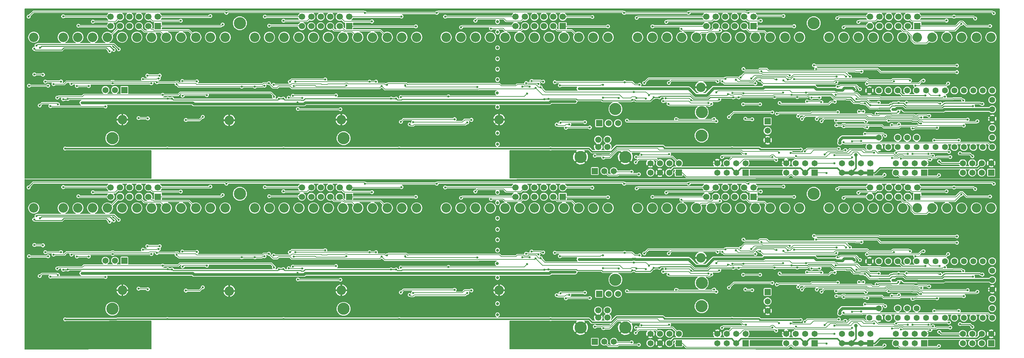
<source format=gtl>
G04 #@! TF.GenerationSoftware,KiCad,Pcbnew,(5.0.2)-1*
G04 #@! TF.CreationDate,2020-07-16T18:14:52-07:00*
G04 #@! TF.ProjectId,Peterson_SerialIO,50657465-7273-46f6-9e5f-53657269616c,rev?*
G04 #@! TF.SameCoordinates,Original*
G04 #@! TF.FileFunction,Copper,L1,Top*
G04 #@! TF.FilePolarity,Positive*
%FSLAX46Y46*%
G04 Gerber Fmt 4.6, Leading zero omitted, Abs format (unit mm)*
G04 Created by KiCad (PCBNEW (5.0.2)-1) date 7/16/2020 6:14:52 PM*
%MOMM*%
%LPD*%
G01*
G04 APERTURE LIST*
G04 #@! TA.AperFunction,ComponentPad*
%ADD10O,2.540000X2.540000*%
G04 #@! TD*
G04 #@! TA.AperFunction,ComponentPad*
%ADD11C,1.651000*%
G04 #@! TD*
G04 #@! TA.AperFunction,ComponentPad*
%ADD12R,1.651000X1.651000*%
G04 #@! TD*
G04 #@! TA.AperFunction,ComponentPad*
%ADD13C,1.600000*%
G04 #@! TD*
G04 #@! TA.AperFunction,ComponentPad*
%ADD14C,3.263900*%
G04 #@! TD*
G04 #@! TA.AperFunction,ComponentPad*
%ADD15C,1.676400*%
G04 #@! TD*
G04 #@! TA.AperFunction,ComponentPad*
%ADD16C,3.302000*%
G04 #@! TD*
G04 #@! TA.AperFunction,ComponentPad*
%ADD17C,1.700000*%
G04 #@! TD*
G04 #@! TA.AperFunction,ComponentPad*
%ADD18R,1.700000X1.700000*%
G04 #@! TD*
G04 #@! TA.AperFunction,ViaPad*
%ADD19C,0.820000*%
G04 #@! TD*
G04 #@! TA.AperFunction,ViaPad*
%ADD20C,0.600000*%
G04 #@! TD*
G04 #@! TA.AperFunction,ViaPad*
%ADD21C,1.000000*%
G04 #@! TD*
G04 #@! TA.AperFunction,Conductor*
%ADD22C,0.154000*%
G04 #@! TD*
G04 #@! TA.AperFunction,Conductor*
%ADD23C,0.250000*%
G04 #@! TD*
G04 #@! TA.AperFunction,Conductor*
%ADD24C,0.400000*%
G04 #@! TD*
G04 #@! TA.AperFunction,Conductor*
%ADD25C,0.800000*%
G04 #@! TD*
G04 #@! TA.AperFunction,Conductor*
%ADD26C,0.200000*%
G04 #@! TD*
G04 APERTURE END LIST*
D10*
G04 #@! TO.P,J7,1*
G04 #@! TO.N,/OUT12*
X226300000Y-83800000D03*
G04 #@! TO.P,J7,2*
G04 #@! TO.N,/OUT13*
X222340000Y-83800000D03*
G04 #@! TO.P,J7,3*
G04 #@! TO.N,/OUT14*
X218380000Y-83800000D03*
G04 #@! TO.P,J7,4*
G04 #@! TO.N,/OUT15*
X214420000Y-83800000D03*
G04 #@! TO.P,J7,5*
G04 #@! TO.N,/OUT16*
X210460000Y-83800000D03*
G04 #@! TO.P,J7,6*
G04 #@! TO.N,/OUT17*
X206500000Y-83800000D03*
G04 #@! TO.P,J7,7*
G04 #@! TO.N,/OUT18*
X202540000Y-83800000D03*
G04 #@! TO.P,J7,8*
G04 #@! TO.N,/OUT19*
X198580000Y-83800000D03*
G04 #@! TO.P,J7,9*
G04 #@! TO.N,/OUT20*
X194620000Y-83800000D03*
G04 #@! TO.P,J7,10*
G04 #@! TO.N,/OUT21*
X190660000Y-83800000D03*
G04 #@! TO.P,J7,11*
G04 #@! TO.N,/OUT22*
X186700000Y-83800000D03*
G04 #@! TO.P,J7,12*
G04 #@! TO.N,/OUT23*
X182740000Y-83800000D03*
G04 #@! TD*
G04 #@! TO.P,J6,12*
G04 #@! TO.N,/OUT11*
X234220000Y-83800000D03*
G04 #@! TO.P,J6,11*
G04 #@! TO.N,/OUT10*
X238180000Y-83800000D03*
G04 #@! TO.P,J6,10*
G04 #@! TO.N,/OUT9*
X242140000Y-83800000D03*
G04 #@! TO.P,J6,9*
G04 #@! TO.N,/OUT8*
X246100000Y-83800000D03*
G04 #@! TO.P,J6,8*
G04 #@! TO.N,/OUT7*
X250060000Y-83800000D03*
G04 #@! TO.P,J6,7*
G04 #@! TO.N,/OUT6*
X254020000Y-83800000D03*
G04 #@! TO.P,J6,6*
G04 #@! TO.N,/OUT5*
X257980000Y-83800000D03*
G04 #@! TO.P,J6,5*
G04 #@! TO.N,/OUT4*
X261940000Y-83800000D03*
G04 #@! TO.P,J6,4*
G04 #@! TO.N,/OUT3*
X265900000Y-83800000D03*
G04 #@! TO.P,J6,3*
G04 #@! TO.N,/OUT2*
X269860000Y-83800000D03*
G04 #@! TO.P,J6,2*
G04 #@! TO.N,/OUT1*
X273820000Y-83800000D03*
G04 #@! TO.P,J6,1*
G04 #@! TO.N,/OUT0*
X277780000Y-83800000D03*
G04 #@! TD*
D11*
G04 #@! TO.P,J3,8*
G04 #@! TO.N,Net-(J3-Pad8)*
X245310000Y-117730000D03*
G04 #@! TO.P,J3,7*
G04 #@! TO.N,Net-(J3-Pad7)*
X242770000Y-117730000D03*
G04 #@! TO.P,J3,6*
G04 #@! TO.N,Net-(J3-Pad6)*
X240230000Y-117730000D03*
G04 #@! TO.P,J3,5*
G04 #@! TO.N,Net-(J3-Pad5)*
X237690000Y-117730000D03*
G04 #@! TO.P,J3,4*
G04 #@! TO.N,VCC*
X237690000Y-120270000D03*
G04 #@! TO.P,J3,3*
X240230000Y-120270000D03*
G04 #@! TO.P,J3,2*
X242770000Y-120270000D03*
D12*
G04 #@! TO.P,J3,1*
X245310000Y-120270000D03*
G04 #@! TD*
D10*
G04 #@! TO.P,J8,12*
G04 #@! TO.N,/OUT59*
X28300000Y-83800000D03*
G04 #@! TO.P,J8,11*
G04 #@! TO.N,/OUT58*
X32260000Y-83800000D03*
G04 #@! TO.P,J8,10*
G04 #@! TO.N,/OUT57*
X36220000Y-83800000D03*
G04 #@! TO.P,J8,9*
G04 #@! TO.N,/OUT56*
X40180000Y-83800000D03*
G04 #@! TO.P,J8,8*
G04 #@! TO.N,/OUT55*
X44140000Y-83800000D03*
G04 #@! TO.P,J8,7*
G04 #@! TO.N,/OUT54*
X48100000Y-83800000D03*
G04 #@! TO.P,J8,6*
G04 #@! TO.N,/OUT53*
X52060000Y-83800000D03*
G04 #@! TO.P,J8,5*
G04 #@! TO.N,/OUT52*
X56020000Y-83800000D03*
G04 #@! TO.P,J8,4*
G04 #@! TO.N,/OUT51*
X59980000Y-83800000D03*
G04 #@! TO.P,J8,3*
G04 #@! TO.N,/OUT50*
X63940000Y-83800000D03*
G04 #@! TO.P,J8,2*
G04 #@! TO.N,/OUT49*
X67900000Y-83800000D03*
G04 #@! TO.P,J8,1*
G04 #@! TO.N,/OUT48*
X71860000Y-83800000D03*
G04 #@! TD*
D13*
G04 #@! TO.P,U1,1*
G04 #@! TO.N,GND*
X245079520Y-98163980D03*
G04 #@! TO.P,U1,2*
G04 #@! TO.N,Net-(J2-Pad1)*
X247619520Y-98163980D03*
G04 #@! TO.P,U1,3*
G04 #@! TO.N,Net-(J2-Pad2)*
X250159520Y-98163980D03*
G04 #@! TO.P,U1,4*
G04 #@! TO.N,Net-(J2-Pad3)*
X252699520Y-98163980D03*
G04 #@! TO.P,U1,5*
G04 #@! TO.N,Net-(J2-Pad4)*
X255239520Y-98163980D03*
G04 #@! TO.P,U1,6*
G04 #@! TO.N,Net-(J2-Pad5)*
X257779520Y-98163980D03*
G04 #@! TO.P,U1,7*
G04 #@! TO.N,/X2PIN8*
X260319520Y-98163980D03*
G04 #@! TO.P,U1,8*
G04 #@! TO.N,/X2PIN1*
X262859520Y-98163980D03*
G04 #@! TO.P,U1,9*
G04 #@! TO.N,/ChainIn*
X265399520Y-98163980D03*
G04 #@! TO.P,U1,10*
G04 #@! TO.N,/EXT1PIN1*
X267939520Y-98163980D03*
G04 #@! TO.P,U1,11*
G04 #@! TO.N,/EXT1PIN8*
X270479520Y-98163980D03*
G04 #@! TO.P,U1,12*
G04 #@! TO.N,/InRegLoad*
X273019520Y-98163980D03*
G04 #@! TO.P,U1,13*
G04 #@! TO.N,/SerialCLK*
X275559520Y-98163980D03*
G04 #@! TO.P,U1,37*
G04 #@! TO.N,N/C*
X257779520Y-110863980D03*
G04 #@! TO.P,U1,36*
X255239520Y-110863980D03*
G04 #@! TO.P,U1,35*
X252699520Y-110863980D03*
G04 #@! TO.P,U1,34*
G04 #@! TO.N,Net-(J3-Pad5)*
X247619520Y-110863980D03*
G04 #@! TO.P,U1,33*
G04 #@! TO.N,Net-(J3-Pad6)*
X245079520Y-113403980D03*
G04 #@! TO.P,U1,32*
G04 #@! TO.N,GND*
X247619520Y-113403980D03*
G04 #@! TO.P,U1,31*
G04 #@! TO.N,Net-(J3-Pad7)*
X250159520Y-113403980D03*
G04 #@! TO.P,U1,30*
G04 #@! TO.N,N/C*
X252699520Y-113403980D03*
G04 #@! TO.P,U1,29*
X255239520Y-113403980D03*
G04 #@! TO.P,U1,28*
X257779520Y-113403980D03*
G04 #@! TO.P,U1,27*
G04 #@! TO.N,/LPWM*
X260319520Y-113403980D03*
G04 #@! TO.P,U1,26*
G04 #@! TO.N,Net-(J1-Pad6)*
X262859520Y-113403980D03*
G04 #@! TO.P,U1,25*
G04 #@! TO.N,Net-(J1-Pad5)*
X265399520Y-113403980D03*
G04 #@! TO.P,U1,24*
G04 #@! TO.N,Net-(J1-Pad4)*
X267939520Y-113403980D03*
G04 #@! TO.P,U1,23*
G04 #@! TO.N,Net-(J1-Pad3)*
X270479520Y-113403980D03*
G04 #@! TO.P,U1,22*
G04 #@! TO.N,Net-(J1-Pad2)*
X273019520Y-113403980D03*
G04 #@! TO.P,U1,21*
G04 #@! TO.N,Net-(J1-Pad1)*
X275559520Y-113403980D03*
G04 #@! TO.P,U1,14*
G04 #@! TO.N,CHAINOUT*
X278099520Y-98163980D03*
G04 #@! TO.P,U1,15*
G04 #@! TO.N,N/C*
X278099520Y-100703980D03*
G04 #@! TO.P,U1,16*
G04 #@! TO.N,Net-(J3-Pad8)*
X278099520Y-103243980D03*
G04 #@! TO.P,U1,20*
G04 #@! TO.N,/nRST*
X278099520Y-113403980D03*
G04 #@! TO.P,U1,19*
G04 #@! TO.N,N/C*
X278099520Y-110863980D03*
G04 #@! TO.P,U1,18*
X278099520Y-108323980D03*
G04 #@! TO.P,U1,17*
G04 #@! TO.N,GND*
X278099520Y-105783980D03*
G04 #@! TD*
D14*
G04 #@! TO.P,M1,1*
G04 #@! TO.N,N/C*
X199962880Y-110308880D03*
G04 #@! TD*
G04 #@! TO.P,M2,1*
G04 #@! TO.N,N/C*
X200000000Y-104000000D03*
G04 #@! TD*
D10*
G04 #@! TO.P,J16,1*
G04 #@! TO.N,GND*
X72953880Y-106190380D03*
G04 #@! TD*
G04 #@! TO.P,J15,1*
G04 #@! TO.N,GND*
X44200000Y-106000000D03*
G04 #@! TD*
D11*
G04 #@! TO.P,J12,3*
G04 #@! TO.N,GND*
X217700000Y-111540000D03*
G04 #@! TO.P,J12,2*
G04 #@! TO.N,/PULLTERM*
X217700000Y-109000000D03*
D12*
G04 #@! TO.P,J12,1*
G04 #@! TO.N,VCC*
X217700000Y-106460000D03*
G04 #@! TD*
D10*
G04 #@! TO.P,J14,1*
G04 #@! TO.N,GND*
X145500000Y-106000000D03*
G04 #@! TD*
G04 #@! TO.P,J13,1*
G04 #@! TO.N,GND*
X103100000Y-106000000D03*
G04 #@! TD*
D11*
G04 #@! TO.P,J2,8*
G04 #@! TO.N,GND*
X259810000Y-117730000D03*
G04 #@! TO.P,J2,7*
G04 #@! TO.N,N/C*
X257270000Y-117730000D03*
G04 #@! TO.P,J2,6*
X254730000Y-117730000D03*
G04 #@! TO.P,J2,5*
G04 #@! TO.N,Net-(J2-Pad5)*
X252190000Y-117730000D03*
G04 #@! TO.P,J2,4*
G04 #@! TO.N,Net-(J2-Pad4)*
X252190000Y-120270000D03*
G04 #@! TO.P,J2,3*
G04 #@! TO.N,Net-(J2-Pad3)*
X254730000Y-120270000D03*
G04 #@! TO.P,J2,2*
G04 #@! TO.N,Net-(J2-Pad2)*
X257270000Y-120270000D03*
D12*
G04 #@! TO.P,J2,1*
G04 #@! TO.N,Net-(J2-Pad1)*
X259810000Y-120270000D03*
G04 #@! TD*
G04 #@! TO.P,J1,1*
G04 #@! TO.N,Net-(J1-Pad1)*
X277810000Y-120270000D03*
D11*
G04 #@! TO.P,J1,2*
G04 #@! TO.N,Net-(J1-Pad2)*
X275270000Y-120270000D03*
G04 #@! TO.P,J1,3*
G04 #@! TO.N,Net-(J1-Pad3)*
X272730000Y-120270000D03*
G04 #@! TO.P,J1,4*
G04 #@! TO.N,Net-(J1-Pad4)*
X270190000Y-120270000D03*
G04 #@! TO.P,J1,5*
G04 #@! TO.N,Net-(J1-Pad5)*
X270190000Y-117730000D03*
G04 #@! TO.P,J1,6*
G04 #@! TO.N,Net-(J1-Pad6)*
X272730000Y-117730000D03*
G04 #@! TO.P,J1,7*
G04 #@! TO.N,VCC*
X275270000Y-117730000D03*
G04 #@! TO.P,J1,8*
G04 #@! TO.N,GND*
X277810000Y-117730000D03*
G04 #@! TD*
D14*
G04 #@! TO.P,M4,1*
G04 #@! TO.N,N/C*
X176776380Y-103142380D03*
G04 #@! TD*
G04 #@! TO.P,M8,1*
G04 #@! TO.N,N/C*
X41500000Y-111000000D03*
G04 #@! TD*
D10*
G04 #@! TO.P,J10,1*
G04 #@! TO.N,/OUT36*
X123340000Y-83800000D03*
G04 #@! TO.P,J10,2*
G04 #@! TO.N,/OUT37*
X119380000Y-83800000D03*
G04 #@! TO.P,J10,3*
G04 #@! TO.N,/OUT38*
X115420000Y-83800000D03*
G04 #@! TO.P,J10,4*
G04 #@! TO.N,/OUT39*
X111460000Y-83800000D03*
G04 #@! TO.P,J10,5*
G04 #@! TO.N,/OUT40*
X107500000Y-83800000D03*
G04 #@! TO.P,J10,6*
G04 #@! TO.N,/OUT41*
X103540000Y-83800000D03*
G04 #@! TO.P,J10,7*
G04 #@! TO.N,/OUT42*
X99580000Y-83800000D03*
G04 #@! TO.P,J10,8*
G04 #@! TO.N,/OUT43*
X95620000Y-83800000D03*
G04 #@! TO.P,J10,9*
G04 #@! TO.N,/OUT44*
X91660000Y-83800000D03*
G04 #@! TO.P,J10,10*
G04 #@! TO.N,/OUT45*
X87700000Y-83800000D03*
G04 #@! TO.P,J10,11*
G04 #@! TO.N,/OUT46*
X83740000Y-83800000D03*
G04 #@! TO.P,J10,12*
G04 #@! TO.N,/OUT47*
X79780000Y-83800000D03*
G04 #@! TD*
D14*
G04 #@! TO.P,M5,1*
G04 #@! TO.N,N/C*
X103700000Y-111000000D03*
G04 #@! TD*
G04 #@! TO.P,M7,1*
G04 #@! TO.N,N/C*
X75800000Y-80000000D03*
G04 #@! TD*
G04 #@! TO.P,M6,1*
G04 #@! TO.N,N/C*
X230100000Y-80000000D03*
G04 #@! TD*
D10*
G04 #@! TO.P,J9,12*
G04 #@! TO.N,/OUT35*
X131260000Y-83800000D03*
G04 #@! TO.P,J9,11*
G04 #@! TO.N,/OUT34*
X135220000Y-83800000D03*
G04 #@! TO.P,J9,10*
G04 #@! TO.N,/OUT33*
X139180000Y-83800000D03*
G04 #@! TO.P,J9,9*
G04 #@! TO.N,/OUT32*
X143140000Y-83800000D03*
G04 #@! TO.P,J9,8*
G04 #@! TO.N,/OUT31*
X147100000Y-83800000D03*
G04 #@! TO.P,J9,7*
G04 #@! TO.N,/OUT30*
X151060000Y-83800000D03*
G04 #@! TO.P,J9,6*
G04 #@! TO.N,/OUT29*
X155020000Y-83800000D03*
G04 #@! TO.P,J9,5*
G04 #@! TO.N,/OUT28*
X158980000Y-83800000D03*
G04 #@! TO.P,J9,4*
G04 #@! TO.N,/OUT27*
X162940000Y-83800000D03*
G04 #@! TO.P,J9,3*
G04 #@! TO.N,/OUT26*
X166900000Y-83800000D03*
G04 #@! TO.P,J9,2*
G04 #@! TO.N,/OUT25*
X170860000Y-83800000D03*
G04 #@! TO.P,J9,1*
G04 #@! TO.N,/OUT24*
X174820000Y-83800000D03*
G04 #@! TD*
D12*
G04 #@! TO.P,J5,1*
G04 #@! TO.N,/X2PIN1*
X230310000Y-120270000D03*
D11*
G04 #@! TO.P,J5,2*
G04 #@! TO.N,VCC*
X227770000Y-120270000D03*
G04 #@! TO.P,J5,3*
G04 #@! TO.N,GND*
X225230000Y-120270000D03*
G04 #@! TO.P,J5,4*
G04 #@! TO.N,/X2CLK*
X222690000Y-120270000D03*
G04 #@! TO.P,J5,5*
G04 #@! TO.N,GND*
X222690000Y-117730000D03*
G04 #@! TO.P,J5,6*
G04 #@! TO.N,/X2LOAD*
X225230000Y-117730000D03*
G04 #@! TO.P,J5,7*
G04 #@! TO.N,/X2RST*
X227770000Y-117730000D03*
G04 #@! TO.P,J5,8*
G04 #@! TO.N,/X2PIN8*
X230310000Y-117730000D03*
G04 #@! TD*
D10*
G04 #@! TO.P,J11,1*
G04 #@! TO.N,/OUT60*
X20380000Y-83800000D03*
G04 #@! TD*
D11*
G04 #@! TO.P,J20,3*
G04 #@! TO.N,Net-(J20-Pad3)*
X177474880Y-106952380D03*
G04 #@! TO.P,J20,2*
G04 #@! TO.N,Net-(J20-Pad2)*
X174934880Y-106952380D03*
D12*
G04 #@! TO.P,J20,1*
G04 #@! TO.N,Net-(J20-Pad1)*
X172394880Y-106952380D03*
G04 #@! TD*
G04 #@! TO.P,OUTPUT1,1*
G04 #@! TO.N,N/C*
X211810000Y-120270000D03*
D11*
G04 #@! TO.P,OUTPUT1,2*
G04 #@! TO.N,VCC*
X209270000Y-120270000D03*
G04 #@! TO.P,OUTPUT1,3*
G04 #@! TO.N,GND*
X206730000Y-120270000D03*
G04 #@! TO.P,OUTPUT1,4*
G04 #@! TO.N,/SerialCLK*
X204190000Y-120270000D03*
G04 #@! TO.P,OUTPUT1,5*
G04 #@! TO.N,GND*
X204190000Y-117730000D03*
G04 #@! TO.P,OUTPUT1,6*
G04 #@! TO.N,/InRegLoad*
X206730000Y-117730000D03*
G04 #@! TO.P,OUTPUT1,7*
G04 #@! TO.N,/nRST*
X209270000Y-117730000D03*
G04 #@! TO.P,OUTPUT1,8*
G04 #@! TO.N,CHAINOUT*
X211810000Y-117730000D03*
G04 #@! TD*
G04 #@! TO.P,J4,3*
G04 #@! TO.N,/ChainIn*
X176331880Y-119868280D03*
G04 #@! TO.P,J4,2*
G04 #@! TO.N,Net-(INPUT1-Pad8)*
X173791880Y-119868280D03*
D12*
G04 #@! TO.P,J4,1*
G04 #@! TO.N,/EXT1PIN8*
X171251880Y-119868280D03*
G04 #@! TD*
D15*
G04 #@! TO.P,JP1,VBUS*
G04 #@! TO.N,Net-(J20-Pad1)*
X172161200Y-111384680D03*
D16*
G04 #@! TO.P,JP1,S2*
G04 #@! TO.N,GND*
X179430680Y-116083680D03*
G04 #@! TO.P,JP1,S1*
X167391080Y-116083680D03*
D15*
G04 #@! TO.P,JP1,GND*
X172161200Y-113365880D03*
G04 #@! TO.P,JP1,D-*
G04 #@! TO.N,Net-(J20-Pad2)*
X174660560Y-111384680D03*
G04 #@! TO.P,JP1,D+*
G04 #@! TO.N,Net-(J20-Pad3)*
X174660560Y-113365880D03*
G04 #@! TD*
D11*
G04 #@! TO.P,J18,3*
G04 #@! TO.N,/OUT63*
X39660000Y-98000000D03*
G04 #@! TO.P,J18,2*
G04 #@! TO.N,/OUT62*
X42200000Y-98000000D03*
D12*
G04 #@! TO.P,J18,1*
G04 #@! TO.N,/OUT61*
X44740000Y-98000000D03*
G04 #@! TD*
D17*
G04 #@! TO.P,J24,12*
G04 #@! TO.N,/OUT47*
X92462880Y-78260000D03*
G04 #@! TO.P,J24,10*
G04 #@! TO.N,/OUT45*
X95002880Y-78260000D03*
G04 #@! TO.P,J24,8*
G04 #@! TO.N,/OUT43*
X97542880Y-78260000D03*
G04 #@! TO.P,J24,6*
G04 #@! TO.N,/OUT41*
X100082880Y-78260000D03*
G04 #@! TO.P,J24,4*
G04 #@! TO.N,/OUT39*
X102622880Y-78260000D03*
G04 #@! TO.P,J24,2*
G04 #@! TO.N,/OUT37*
X105162880Y-78260000D03*
G04 #@! TO.P,J24,11*
G04 #@! TO.N,/OUT46*
X92462880Y-80800000D03*
G04 #@! TO.P,J24,9*
G04 #@! TO.N,/OUT44*
X95002880Y-80800000D03*
G04 #@! TO.P,J24,7*
G04 #@! TO.N,/OUT42*
X97542880Y-80800000D03*
G04 #@! TO.P,J24,5*
G04 #@! TO.N,/OUT40*
X100082880Y-80800000D03*
G04 #@! TO.P,J24,3*
G04 #@! TO.N,/OUT38*
X102622880Y-80800000D03*
D18*
G04 #@! TO.P,J24,1*
G04 #@! TO.N,/OUT36*
X105162880Y-80800000D03*
G04 #@! TD*
G04 #@! TO.P,J23,1*
G04 #@! TO.N,/OUT24*
X162612880Y-80800000D03*
D17*
G04 #@! TO.P,J23,3*
G04 #@! TO.N,/OUT26*
X160072880Y-80800000D03*
G04 #@! TO.P,J23,5*
G04 #@! TO.N,/OUT28*
X157532880Y-80800000D03*
G04 #@! TO.P,J23,7*
G04 #@! TO.N,/OUT30*
X154992880Y-80800000D03*
G04 #@! TO.P,J23,9*
G04 #@! TO.N,/OUT32*
X152452880Y-80800000D03*
G04 #@! TO.P,J23,11*
G04 #@! TO.N,/OUT34*
X149912880Y-80800000D03*
G04 #@! TO.P,J23,2*
G04 #@! TO.N,/OUT25*
X162612880Y-78260000D03*
G04 #@! TO.P,J23,4*
G04 #@! TO.N,/OUT27*
X160072880Y-78260000D03*
G04 #@! TO.P,J23,6*
G04 #@! TO.N,/OUT29*
X157532880Y-78260000D03*
G04 #@! TO.P,J23,8*
G04 #@! TO.N,/OUT31*
X154992880Y-78260000D03*
G04 #@! TO.P,J23,10*
G04 #@! TO.N,/OUT33*
X152452880Y-78260000D03*
G04 #@! TO.P,J23,12*
G04 #@! TO.N,/OUT35*
X149912880Y-78260000D03*
G04 #@! TD*
D18*
G04 #@! TO.P,J21,1*
G04 #@! TO.N,/OUT0*
X257937880Y-80800000D03*
D17*
G04 #@! TO.P,J21,3*
G04 #@! TO.N,/OUT2*
X255397880Y-80800000D03*
G04 #@! TO.P,J21,5*
G04 #@! TO.N,/OUT4*
X252857880Y-80800000D03*
G04 #@! TO.P,J21,7*
G04 #@! TO.N,/OUT6*
X250317880Y-80800000D03*
G04 #@! TO.P,J21,9*
G04 #@! TO.N,/OUT8*
X247777880Y-80800000D03*
G04 #@! TO.P,J21,11*
G04 #@! TO.N,/OUT10*
X245237880Y-80800000D03*
G04 #@! TO.P,J21,2*
G04 #@! TO.N,/OUT1*
X257937880Y-78260000D03*
G04 #@! TO.P,J21,4*
G04 #@! TO.N,/OUT3*
X255397880Y-78260000D03*
G04 #@! TO.P,J21,6*
G04 #@! TO.N,/OUT5*
X252857880Y-78260000D03*
G04 #@! TO.P,J21,8*
G04 #@! TO.N,/OUT7*
X250317880Y-78260000D03*
G04 #@! TO.P,J21,10*
G04 #@! TO.N,/OUT9*
X247777880Y-78260000D03*
G04 #@! TO.P,J21,12*
G04 #@! TO.N,/OUT11*
X245237880Y-78260000D03*
G04 #@! TD*
G04 #@! TO.P,J22,12*
G04 #@! TO.N,/OUT23*
X201237880Y-78260000D03*
G04 #@! TO.P,J22,10*
G04 #@! TO.N,/OUT21*
X203777880Y-78260000D03*
G04 #@! TO.P,J22,8*
G04 #@! TO.N,/OUT19*
X206317880Y-78260000D03*
G04 #@! TO.P,J22,6*
G04 #@! TO.N,/OUT17*
X208857880Y-78260000D03*
G04 #@! TO.P,J22,4*
G04 #@! TO.N,/OUT15*
X211397880Y-78260000D03*
G04 #@! TO.P,J22,2*
G04 #@! TO.N,/OUT13*
X213937880Y-78260000D03*
G04 #@! TO.P,J22,11*
G04 #@! TO.N,/OUT22*
X201237880Y-80800000D03*
G04 #@! TO.P,J22,9*
G04 #@! TO.N,/OUT20*
X203777880Y-80800000D03*
G04 #@! TO.P,J22,7*
G04 #@! TO.N,/OUT18*
X206317880Y-80800000D03*
G04 #@! TO.P,J22,5*
G04 #@! TO.N,/OUT16*
X208857880Y-80800000D03*
G04 #@! TO.P,J22,3*
G04 #@! TO.N,/OUT14*
X211397880Y-80800000D03*
D18*
G04 #@! TO.P,J22,1*
G04 #@! TO.N,/OUT12*
X213937880Y-80800000D03*
G04 #@! TD*
D17*
G04 #@! TO.P,J19,12*
G04 #@! TO.N,/OUT59*
X41062880Y-78260000D03*
G04 #@! TO.P,J19,10*
G04 #@! TO.N,/OUT57*
X43602880Y-78260000D03*
G04 #@! TO.P,J19,8*
G04 #@! TO.N,/OUT55*
X46142880Y-78260000D03*
G04 #@! TO.P,J19,6*
G04 #@! TO.N,/OUT53*
X48682880Y-78260000D03*
G04 #@! TO.P,J19,4*
G04 #@! TO.N,/OUT51*
X51222880Y-78260000D03*
G04 #@! TO.P,J19,2*
G04 #@! TO.N,/OUT49*
X53762880Y-78260000D03*
G04 #@! TO.P,J19,11*
G04 #@! TO.N,/OUT58*
X41062880Y-80800000D03*
G04 #@! TO.P,J19,9*
G04 #@! TO.N,/OUT56*
X43602880Y-80800000D03*
G04 #@! TO.P,J19,7*
G04 #@! TO.N,/OUT54*
X46142880Y-80800000D03*
G04 #@! TO.P,J19,5*
G04 #@! TO.N,/OUT52*
X48682880Y-80800000D03*
G04 #@! TO.P,J19,3*
G04 #@! TO.N,/OUT50*
X51222880Y-80800000D03*
D18*
G04 #@! TO.P,J19,1*
G04 #@! TO.N,/OUT48*
X53762880Y-80800000D03*
G04 #@! TD*
D11*
G04 #@! TO.P,INPUT1,8*
G04 #@! TO.N,Net-(INPUT1-Pad8)*
X193810000Y-117730000D03*
G04 #@! TO.P,INPUT1,7*
G04 #@! TO.N,/nRST*
X191270000Y-117730000D03*
G04 #@! TO.P,INPUT1,6*
G04 #@! TO.N,/InRegLoad*
X188730000Y-117730000D03*
G04 #@! TO.P,INPUT1,5*
G04 #@! TO.N,GND*
X186190000Y-117730000D03*
G04 #@! TO.P,INPUT1,4*
G04 #@! TO.N,/SerialCLK*
X186190000Y-120270000D03*
G04 #@! TO.P,INPUT1,3*
G04 #@! TO.N,GND*
X188730000Y-120270000D03*
G04 #@! TO.P,INPUT1,2*
G04 #@! TO.N,VCC*
X191270000Y-120270000D03*
D12*
G04 #@! TO.P,INPUT1,1*
G04 #@! TO.N,/EXT1PIN1*
X193810000Y-120270000D03*
G04 #@! TD*
D10*
G04 #@! TO.P,J17,1*
G04 #@! TO.N,GND*
X199762880Y-97258880D03*
G04 #@! TD*
D13*
G04 #@! TO.P,U1,17*
G04 #@! TO.N,GND*
X278099520Y-59783980D03*
G04 #@! TO.P,U1,18*
G04 #@! TO.N,N/C*
X278099520Y-62323980D03*
G04 #@! TO.P,U1,19*
X278099520Y-64863980D03*
G04 #@! TO.P,U1,20*
G04 #@! TO.N,/nRST*
X278099520Y-67403980D03*
G04 #@! TO.P,U1,16*
G04 #@! TO.N,Net-(J3-Pad8)*
X278099520Y-57243980D03*
G04 #@! TO.P,U1,15*
G04 #@! TO.N,N/C*
X278099520Y-54703980D03*
G04 #@! TO.P,U1,14*
G04 #@! TO.N,CHAINOUT*
X278099520Y-52163980D03*
G04 #@! TO.P,U1,21*
G04 #@! TO.N,Net-(J1-Pad1)*
X275559520Y-67403980D03*
G04 #@! TO.P,U1,22*
G04 #@! TO.N,Net-(J1-Pad2)*
X273019520Y-67403980D03*
G04 #@! TO.P,U1,23*
G04 #@! TO.N,Net-(J1-Pad3)*
X270479520Y-67403980D03*
G04 #@! TO.P,U1,24*
G04 #@! TO.N,Net-(J1-Pad4)*
X267939520Y-67403980D03*
G04 #@! TO.P,U1,25*
G04 #@! TO.N,Net-(J1-Pad5)*
X265399520Y-67403980D03*
G04 #@! TO.P,U1,26*
G04 #@! TO.N,Net-(J1-Pad6)*
X262859520Y-67403980D03*
G04 #@! TO.P,U1,27*
G04 #@! TO.N,/LPWM*
X260319520Y-67403980D03*
G04 #@! TO.P,U1,28*
G04 #@! TO.N,N/C*
X257779520Y-67403980D03*
G04 #@! TO.P,U1,29*
X255239520Y-67403980D03*
G04 #@! TO.P,U1,30*
X252699520Y-67403980D03*
G04 #@! TO.P,U1,31*
G04 #@! TO.N,Net-(J3-Pad7)*
X250159520Y-67403980D03*
G04 #@! TO.P,U1,32*
G04 #@! TO.N,GND*
X247619520Y-67403980D03*
G04 #@! TO.P,U1,33*
G04 #@! TO.N,Net-(J3-Pad6)*
X245079520Y-67403980D03*
G04 #@! TO.P,U1,34*
G04 #@! TO.N,Net-(J3-Pad5)*
X247619520Y-64863980D03*
G04 #@! TO.P,U1,35*
G04 #@! TO.N,N/C*
X252699520Y-64863980D03*
G04 #@! TO.P,U1,36*
X255239520Y-64863980D03*
G04 #@! TO.P,U1,37*
X257779520Y-64863980D03*
G04 #@! TO.P,U1,13*
G04 #@! TO.N,/SerialCLK*
X275559520Y-52163980D03*
G04 #@! TO.P,U1,12*
G04 #@! TO.N,/InRegLoad*
X273019520Y-52163980D03*
G04 #@! TO.P,U1,11*
G04 #@! TO.N,/EXT1PIN8*
X270479520Y-52163980D03*
G04 #@! TO.P,U1,10*
G04 #@! TO.N,/EXT1PIN1*
X267939520Y-52163980D03*
G04 #@! TO.P,U1,9*
G04 #@! TO.N,/ChainIn*
X265399520Y-52163980D03*
G04 #@! TO.P,U1,8*
G04 #@! TO.N,/X2PIN1*
X262859520Y-52163980D03*
G04 #@! TO.P,U1,7*
G04 #@! TO.N,/X2PIN8*
X260319520Y-52163980D03*
G04 #@! TO.P,U1,6*
G04 #@! TO.N,Net-(J2-Pad5)*
X257779520Y-52163980D03*
G04 #@! TO.P,U1,5*
G04 #@! TO.N,Net-(J2-Pad4)*
X255239520Y-52163980D03*
G04 #@! TO.P,U1,4*
G04 #@! TO.N,Net-(J2-Pad3)*
X252699520Y-52163980D03*
G04 #@! TO.P,U1,3*
G04 #@! TO.N,Net-(J2-Pad2)*
X250159520Y-52163980D03*
G04 #@! TO.P,U1,2*
G04 #@! TO.N,Net-(J2-Pad1)*
X247619520Y-52163980D03*
G04 #@! TO.P,U1,1*
G04 #@! TO.N,GND*
X245079520Y-52163980D03*
G04 #@! TD*
D12*
G04 #@! TO.P,J3,1*
G04 #@! TO.N,VCC*
X245310000Y-74270000D03*
D11*
G04 #@! TO.P,J3,2*
X242770000Y-74270000D03*
G04 #@! TO.P,J3,3*
X240230000Y-74270000D03*
G04 #@! TO.P,J3,4*
X237690000Y-74270000D03*
G04 #@! TO.P,J3,5*
G04 #@! TO.N,Net-(J3-Pad5)*
X237690000Y-71730000D03*
G04 #@! TO.P,J3,6*
G04 #@! TO.N,Net-(J3-Pad6)*
X240230000Y-71730000D03*
G04 #@! TO.P,J3,7*
G04 #@! TO.N,Net-(J3-Pad7)*
X242770000Y-71730000D03*
G04 #@! TO.P,J3,8*
G04 #@! TO.N,Net-(J3-Pad8)*
X245310000Y-71730000D03*
G04 #@! TD*
D10*
G04 #@! TO.P,J6,1*
G04 #@! TO.N,/OUT0*
X277780000Y-37800000D03*
G04 #@! TO.P,J6,2*
G04 #@! TO.N,/OUT1*
X273820000Y-37800000D03*
G04 #@! TO.P,J6,3*
G04 #@! TO.N,/OUT2*
X269860000Y-37800000D03*
G04 #@! TO.P,J6,4*
G04 #@! TO.N,/OUT3*
X265900000Y-37800000D03*
G04 #@! TO.P,J6,5*
G04 #@! TO.N,/OUT4*
X261940000Y-37800000D03*
G04 #@! TO.P,J6,6*
G04 #@! TO.N,/OUT5*
X257980000Y-37800000D03*
G04 #@! TO.P,J6,7*
G04 #@! TO.N,/OUT6*
X254020000Y-37800000D03*
G04 #@! TO.P,J6,8*
G04 #@! TO.N,/OUT7*
X250060000Y-37800000D03*
G04 #@! TO.P,J6,9*
G04 #@! TO.N,/OUT8*
X246100000Y-37800000D03*
G04 #@! TO.P,J6,10*
G04 #@! TO.N,/OUT9*
X242140000Y-37800000D03*
G04 #@! TO.P,J6,11*
G04 #@! TO.N,/OUT10*
X238180000Y-37800000D03*
G04 #@! TO.P,J6,12*
G04 #@! TO.N,/OUT11*
X234220000Y-37800000D03*
G04 #@! TD*
G04 #@! TO.P,J7,12*
G04 #@! TO.N,/OUT23*
X182740000Y-37800000D03*
G04 #@! TO.P,J7,11*
G04 #@! TO.N,/OUT22*
X186700000Y-37800000D03*
G04 #@! TO.P,J7,10*
G04 #@! TO.N,/OUT21*
X190660000Y-37800000D03*
G04 #@! TO.P,J7,9*
G04 #@! TO.N,/OUT20*
X194620000Y-37800000D03*
G04 #@! TO.P,J7,8*
G04 #@! TO.N,/OUT19*
X198580000Y-37800000D03*
G04 #@! TO.P,J7,7*
G04 #@! TO.N,/OUT18*
X202540000Y-37800000D03*
G04 #@! TO.P,J7,6*
G04 #@! TO.N,/OUT17*
X206500000Y-37800000D03*
G04 #@! TO.P,J7,5*
G04 #@! TO.N,/OUT16*
X210460000Y-37800000D03*
G04 #@! TO.P,J7,4*
G04 #@! TO.N,/OUT15*
X214420000Y-37800000D03*
G04 #@! TO.P,J7,3*
G04 #@! TO.N,/OUT14*
X218380000Y-37800000D03*
G04 #@! TO.P,J7,2*
G04 #@! TO.N,/OUT13*
X222340000Y-37800000D03*
G04 #@! TO.P,J7,1*
G04 #@! TO.N,/OUT12*
X226300000Y-37800000D03*
G04 #@! TD*
D14*
G04 #@! TO.P,M1,1*
G04 #@! TO.N,N/C*
X199962880Y-64308880D03*
G04 #@! TD*
G04 #@! TO.P,M2,1*
G04 #@! TO.N,N/C*
X200000000Y-58000000D03*
G04 #@! TD*
D10*
G04 #@! TO.P,J8,1*
G04 #@! TO.N,/OUT48*
X71860000Y-37800000D03*
G04 #@! TO.P,J8,2*
G04 #@! TO.N,/OUT49*
X67900000Y-37800000D03*
G04 #@! TO.P,J8,3*
G04 #@! TO.N,/OUT50*
X63940000Y-37800000D03*
G04 #@! TO.P,J8,4*
G04 #@! TO.N,/OUT51*
X59980000Y-37800000D03*
G04 #@! TO.P,J8,5*
G04 #@! TO.N,/OUT52*
X56020000Y-37800000D03*
G04 #@! TO.P,J8,6*
G04 #@! TO.N,/OUT53*
X52060000Y-37800000D03*
G04 #@! TO.P,J8,7*
G04 #@! TO.N,/OUT54*
X48100000Y-37800000D03*
G04 #@! TO.P,J8,8*
G04 #@! TO.N,/OUT55*
X44140000Y-37800000D03*
G04 #@! TO.P,J8,9*
G04 #@! TO.N,/OUT56*
X40180000Y-37800000D03*
G04 #@! TO.P,J8,10*
G04 #@! TO.N,/OUT57*
X36220000Y-37800000D03*
G04 #@! TO.P,J8,11*
G04 #@! TO.N,/OUT58*
X32260000Y-37800000D03*
G04 #@! TO.P,J8,12*
G04 #@! TO.N,/OUT59*
X28300000Y-37800000D03*
G04 #@! TD*
G04 #@! TO.P,J9,1*
G04 #@! TO.N,/OUT24*
X174820000Y-37800000D03*
G04 #@! TO.P,J9,2*
G04 #@! TO.N,/OUT25*
X170860000Y-37800000D03*
G04 #@! TO.P,J9,3*
G04 #@! TO.N,/OUT26*
X166900000Y-37800000D03*
G04 #@! TO.P,J9,4*
G04 #@! TO.N,/OUT27*
X162940000Y-37800000D03*
G04 #@! TO.P,J9,5*
G04 #@! TO.N,/OUT28*
X158980000Y-37800000D03*
G04 #@! TO.P,J9,6*
G04 #@! TO.N,/OUT29*
X155020000Y-37800000D03*
G04 #@! TO.P,J9,7*
G04 #@! TO.N,/OUT30*
X151060000Y-37800000D03*
G04 #@! TO.P,J9,8*
G04 #@! TO.N,/OUT31*
X147100000Y-37800000D03*
G04 #@! TO.P,J9,9*
G04 #@! TO.N,/OUT32*
X143140000Y-37800000D03*
G04 #@! TO.P,J9,10*
G04 #@! TO.N,/OUT33*
X139180000Y-37800000D03*
G04 #@! TO.P,J9,11*
G04 #@! TO.N,/OUT34*
X135220000Y-37800000D03*
G04 #@! TO.P,J9,12*
G04 #@! TO.N,/OUT35*
X131260000Y-37800000D03*
G04 #@! TD*
G04 #@! TO.P,J10,12*
G04 #@! TO.N,/OUT47*
X79780000Y-37800000D03*
G04 #@! TO.P,J10,11*
G04 #@! TO.N,/OUT46*
X83740000Y-37800000D03*
G04 #@! TO.P,J10,10*
G04 #@! TO.N,/OUT45*
X87700000Y-37800000D03*
G04 #@! TO.P,J10,9*
G04 #@! TO.N,/OUT44*
X91660000Y-37800000D03*
G04 #@! TO.P,J10,8*
G04 #@! TO.N,/OUT43*
X95620000Y-37800000D03*
G04 #@! TO.P,J10,7*
G04 #@! TO.N,/OUT42*
X99580000Y-37800000D03*
G04 #@! TO.P,J10,6*
G04 #@! TO.N,/OUT41*
X103540000Y-37800000D03*
G04 #@! TO.P,J10,5*
G04 #@! TO.N,/OUT40*
X107500000Y-37800000D03*
G04 #@! TO.P,J10,4*
G04 #@! TO.N,/OUT39*
X111460000Y-37800000D03*
G04 #@! TO.P,J10,3*
G04 #@! TO.N,/OUT38*
X115420000Y-37800000D03*
G04 #@! TO.P,J10,2*
G04 #@! TO.N,/OUT37*
X119380000Y-37800000D03*
G04 #@! TO.P,J10,1*
G04 #@! TO.N,/OUT36*
X123340000Y-37800000D03*
G04 #@! TD*
D14*
G04 #@! TO.P,M4,1*
G04 #@! TO.N,N/C*
X176776380Y-57142380D03*
G04 #@! TD*
G04 #@! TO.P,M5,1*
G04 #@! TO.N,N/C*
X103700000Y-65000000D03*
G04 #@! TD*
G04 #@! TO.P,M6,1*
G04 #@! TO.N,N/C*
X230100000Y-34000000D03*
G04 #@! TD*
G04 #@! TO.P,M7,1*
G04 #@! TO.N,N/C*
X75800000Y-34000000D03*
G04 #@! TD*
G04 #@! TO.P,M8,1*
G04 #@! TO.N,N/C*
X41500000Y-65000000D03*
G04 #@! TD*
D10*
G04 #@! TO.P,J11,1*
G04 #@! TO.N,/OUT60*
X20380000Y-37800000D03*
G04 #@! TD*
D11*
G04 #@! TO.P,J1,8*
G04 #@! TO.N,GND*
X277810000Y-71730000D03*
G04 #@! TO.P,J1,7*
G04 #@! TO.N,VCC*
X275270000Y-71730000D03*
G04 #@! TO.P,J1,6*
G04 #@! TO.N,Net-(J1-Pad6)*
X272730000Y-71730000D03*
G04 #@! TO.P,J1,5*
G04 #@! TO.N,Net-(J1-Pad5)*
X270190000Y-71730000D03*
G04 #@! TO.P,J1,4*
G04 #@! TO.N,Net-(J1-Pad4)*
X270190000Y-74270000D03*
G04 #@! TO.P,J1,3*
G04 #@! TO.N,Net-(J1-Pad3)*
X272730000Y-74270000D03*
G04 #@! TO.P,J1,2*
G04 #@! TO.N,Net-(J1-Pad2)*
X275270000Y-74270000D03*
D12*
G04 #@! TO.P,J1,1*
G04 #@! TO.N,Net-(J1-Pad1)*
X277810000Y-74270000D03*
G04 #@! TD*
G04 #@! TO.P,J2,1*
G04 #@! TO.N,Net-(J2-Pad1)*
X259810000Y-74270000D03*
D11*
G04 #@! TO.P,J2,2*
G04 #@! TO.N,Net-(J2-Pad2)*
X257270000Y-74270000D03*
G04 #@! TO.P,J2,3*
G04 #@! TO.N,Net-(J2-Pad3)*
X254730000Y-74270000D03*
G04 #@! TO.P,J2,4*
G04 #@! TO.N,Net-(J2-Pad4)*
X252190000Y-74270000D03*
G04 #@! TO.P,J2,5*
G04 #@! TO.N,Net-(J2-Pad5)*
X252190000Y-71730000D03*
G04 #@! TO.P,J2,6*
G04 #@! TO.N,N/C*
X254730000Y-71730000D03*
G04 #@! TO.P,J2,7*
X257270000Y-71730000D03*
G04 #@! TO.P,J2,8*
G04 #@! TO.N,GND*
X259810000Y-71730000D03*
G04 #@! TD*
G04 #@! TO.P,J5,8*
G04 #@! TO.N,/X2PIN8*
X230310000Y-71730000D03*
G04 #@! TO.P,J5,7*
G04 #@! TO.N,/X2RST*
X227770000Y-71730000D03*
G04 #@! TO.P,J5,6*
G04 #@! TO.N,/X2LOAD*
X225230000Y-71730000D03*
G04 #@! TO.P,J5,5*
G04 #@! TO.N,GND*
X222690000Y-71730000D03*
G04 #@! TO.P,J5,4*
G04 #@! TO.N,/X2CLK*
X222690000Y-74270000D03*
G04 #@! TO.P,J5,3*
G04 #@! TO.N,GND*
X225230000Y-74270000D03*
G04 #@! TO.P,J5,2*
G04 #@! TO.N,VCC*
X227770000Y-74270000D03*
D12*
G04 #@! TO.P,J5,1*
G04 #@! TO.N,/X2PIN1*
X230310000Y-74270000D03*
G04 #@! TD*
G04 #@! TO.P,J12,1*
G04 #@! TO.N,VCC*
X217700000Y-60460000D03*
D11*
G04 #@! TO.P,J12,2*
G04 #@! TO.N,/PULLTERM*
X217700000Y-63000000D03*
G04 #@! TO.P,J12,3*
G04 #@! TO.N,GND*
X217700000Y-65540000D03*
G04 #@! TD*
D10*
G04 #@! TO.P,J13,1*
G04 #@! TO.N,GND*
X103100000Y-60000000D03*
G04 #@! TD*
G04 #@! TO.P,J14,1*
G04 #@! TO.N,GND*
X145500000Y-60000000D03*
G04 #@! TD*
G04 #@! TO.P,J15,1*
G04 #@! TO.N,GND*
X44200000Y-60000000D03*
G04 #@! TD*
G04 #@! TO.P,J16,1*
G04 #@! TO.N,GND*
X72953880Y-60190380D03*
G04 #@! TD*
G04 #@! TO.P,J17,1*
G04 #@! TO.N,GND*
X199762880Y-51258880D03*
G04 #@! TD*
D12*
G04 #@! TO.P,J18,1*
G04 #@! TO.N,/OUT61*
X44740000Y-52000000D03*
D11*
G04 #@! TO.P,J18,2*
G04 #@! TO.N,/OUT62*
X42200000Y-52000000D03*
G04 #@! TO.P,J18,3*
G04 #@! TO.N,/OUT63*
X39660000Y-52000000D03*
G04 #@! TD*
D12*
G04 #@! TO.P,J20,1*
G04 #@! TO.N,Net-(J20-Pad1)*
X172394880Y-60952380D03*
D11*
G04 #@! TO.P,J20,2*
G04 #@! TO.N,Net-(J20-Pad2)*
X174934880Y-60952380D03*
G04 #@! TO.P,J20,3*
G04 #@! TO.N,Net-(J20-Pad3)*
X177474880Y-60952380D03*
G04 #@! TD*
D15*
G04 #@! TO.P,JP1,D+*
G04 #@! TO.N,Net-(J20-Pad3)*
X174660560Y-67365880D03*
G04 #@! TO.P,JP1,D-*
G04 #@! TO.N,Net-(J20-Pad2)*
X174660560Y-65384680D03*
G04 #@! TO.P,JP1,GND*
G04 #@! TO.N,GND*
X172161200Y-67365880D03*
D16*
G04 #@! TO.P,JP1,S1*
X167391080Y-70083680D03*
G04 #@! TO.P,JP1,S2*
X179430680Y-70083680D03*
D15*
G04 #@! TO.P,JP1,VBUS*
G04 #@! TO.N,Net-(J20-Pad1)*
X172161200Y-65384680D03*
G04 #@! TD*
D12*
G04 #@! TO.P,INPUT1,1*
G04 #@! TO.N,/EXT1PIN1*
X193810000Y-74270000D03*
D11*
G04 #@! TO.P,INPUT1,2*
G04 #@! TO.N,VCC*
X191270000Y-74270000D03*
G04 #@! TO.P,INPUT1,3*
G04 #@! TO.N,GND*
X188730000Y-74270000D03*
G04 #@! TO.P,INPUT1,4*
G04 #@! TO.N,/SerialCLK*
X186190000Y-74270000D03*
G04 #@! TO.P,INPUT1,5*
G04 #@! TO.N,GND*
X186190000Y-71730000D03*
G04 #@! TO.P,INPUT1,6*
G04 #@! TO.N,/InRegLoad*
X188730000Y-71730000D03*
G04 #@! TO.P,INPUT1,7*
G04 #@! TO.N,/nRST*
X191270000Y-71730000D03*
G04 #@! TO.P,INPUT1,8*
G04 #@! TO.N,Net-(INPUT1-Pad8)*
X193810000Y-71730000D03*
G04 #@! TD*
G04 #@! TO.P,OUTPUT1,8*
G04 #@! TO.N,CHAINOUT*
X211810000Y-71730000D03*
G04 #@! TO.P,OUTPUT1,7*
G04 #@! TO.N,/nRST*
X209270000Y-71730000D03*
G04 #@! TO.P,OUTPUT1,6*
G04 #@! TO.N,/InRegLoad*
X206730000Y-71730000D03*
G04 #@! TO.P,OUTPUT1,5*
G04 #@! TO.N,GND*
X204190000Y-71730000D03*
G04 #@! TO.P,OUTPUT1,4*
G04 #@! TO.N,/SerialCLK*
X204190000Y-74270000D03*
G04 #@! TO.P,OUTPUT1,3*
G04 #@! TO.N,GND*
X206730000Y-74270000D03*
G04 #@! TO.P,OUTPUT1,2*
G04 #@! TO.N,VCC*
X209270000Y-74270000D03*
D12*
G04 #@! TO.P,OUTPUT1,1*
G04 #@! TO.N,N/C*
X211810000Y-74270000D03*
G04 #@! TD*
G04 #@! TO.P,J4,1*
G04 #@! TO.N,/EXT1PIN8*
X171251880Y-73868280D03*
D11*
G04 #@! TO.P,J4,2*
G04 #@! TO.N,Net-(INPUT1-Pad8)*
X173791880Y-73868280D03*
G04 #@! TO.P,J4,3*
G04 #@! TO.N,/ChainIn*
X176331880Y-73868280D03*
G04 #@! TD*
D18*
G04 #@! TO.P,J19,1*
G04 #@! TO.N,/OUT48*
X53762880Y-34800000D03*
D17*
G04 #@! TO.P,J19,3*
G04 #@! TO.N,/OUT50*
X51222880Y-34800000D03*
G04 #@! TO.P,J19,5*
G04 #@! TO.N,/OUT52*
X48682880Y-34800000D03*
G04 #@! TO.P,J19,7*
G04 #@! TO.N,/OUT54*
X46142880Y-34800000D03*
G04 #@! TO.P,J19,9*
G04 #@! TO.N,/OUT56*
X43602880Y-34800000D03*
G04 #@! TO.P,J19,11*
G04 #@! TO.N,/OUT58*
X41062880Y-34800000D03*
G04 #@! TO.P,J19,2*
G04 #@! TO.N,/OUT49*
X53762880Y-32260000D03*
G04 #@! TO.P,J19,4*
G04 #@! TO.N,/OUT51*
X51222880Y-32260000D03*
G04 #@! TO.P,J19,6*
G04 #@! TO.N,/OUT53*
X48682880Y-32260000D03*
G04 #@! TO.P,J19,8*
G04 #@! TO.N,/OUT55*
X46142880Y-32260000D03*
G04 #@! TO.P,J19,10*
G04 #@! TO.N,/OUT57*
X43602880Y-32260000D03*
G04 #@! TO.P,J19,12*
G04 #@! TO.N,/OUT59*
X41062880Y-32260000D03*
G04 #@! TD*
G04 #@! TO.P,J21,12*
G04 #@! TO.N,/OUT11*
X245237880Y-32260000D03*
G04 #@! TO.P,J21,10*
G04 #@! TO.N,/OUT9*
X247777880Y-32260000D03*
G04 #@! TO.P,J21,8*
G04 #@! TO.N,/OUT7*
X250317880Y-32260000D03*
G04 #@! TO.P,J21,6*
G04 #@! TO.N,/OUT5*
X252857880Y-32260000D03*
G04 #@! TO.P,J21,4*
G04 #@! TO.N,/OUT3*
X255397880Y-32260000D03*
G04 #@! TO.P,J21,2*
G04 #@! TO.N,/OUT1*
X257937880Y-32260000D03*
G04 #@! TO.P,J21,11*
G04 #@! TO.N,/OUT10*
X245237880Y-34800000D03*
G04 #@! TO.P,J21,9*
G04 #@! TO.N,/OUT8*
X247777880Y-34800000D03*
G04 #@! TO.P,J21,7*
G04 #@! TO.N,/OUT6*
X250317880Y-34800000D03*
G04 #@! TO.P,J21,5*
G04 #@! TO.N,/OUT4*
X252857880Y-34800000D03*
G04 #@! TO.P,J21,3*
G04 #@! TO.N,/OUT2*
X255397880Y-34800000D03*
D18*
G04 #@! TO.P,J21,1*
G04 #@! TO.N,/OUT0*
X257937880Y-34800000D03*
G04 #@! TD*
G04 #@! TO.P,J22,1*
G04 #@! TO.N,/OUT12*
X213937880Y-34800000D03*
D17*
G04 #@! TO.P,J22,3*
G04 #@! TO.N,/OUT14*
X211397880Y-34800000D03*
G04 #@! TO.P,J22,5*
G04 #@! TO.N,/OUT16*
X208857880Y-34800000D03*
G04 #@! TO.P,J22,7*
G04 #@! TO.N,/OUT18*
X206317880Y-34800000D03*
G04 #@! TO.P,J22,9*
G04 #@! TO.N,/OUT20*
X203777880Y-34800000D03*
G04 #@! TO.P,J22,11*
G04 #@! TO.N,/OUT22*
X201237880Y-34800000D03*
G04 #@! TO.P,J22,2*
G04 #@! TO.N,/OUT13*
X213937880Y-32260000D03*
G04 #@! TO.P,J22,4*
G04 #@! TO.N,/OUT15*
X211397880Y-32260000D03*
G04 #@! TO.P,J22,6*
G04 #@! TO.N,/OUT17*
X208857880Y-32260000D03*
G04 #@! TO.P,J22,8*
G04 #@! TO.N,/OUT19*
X206317880Y-32260000D03*
G04 #@! TO.P,J22,10*
G04 #@! TO.N,/OUT21*
X203777880Y-32260000D03*
G04 #@! TO.P,J22,12*
G04 #@! TO.N,/OUT23*
X201237880Y-32260000D03*
G04 #@! TD*
G04 #@! TO.P,J23,12*
G04 #@! TO.N,/OUT35*
X149912880Y-32260000D03*
G04 #@! TO.P,J23,10*
G04 #@! TO.N,/OUT33*
X152452880Y-32260000D03*
G04 #@! TO.P,J23,8*
G04 #@! TO.N,/OUT31*
X154992880Y-32260000D03*
G04 #@! TO.P,J23,6*
G04 #@! TO.N,/OUT29*
X157532880Y-32260000D03*
G04 #@! TO.P,J23,4*
G04 #@! TO.N,/OUT27*
X160072880Y-32260000D03*
G04 #@! TO.P,J23,2*
G04 #@! TO.N,/OUT25*
X162612880Y-32260000D03*
G04 #@! TO.P,J23,11*
G04 #@! TO.N,/OUT34*
X149912880Y-34800000D03*
G04 #@! TO.P,J23,9*
G04 #@! TO.N,/OUT32*
X152452880Y-34800000D03*
G04 #@! TO.P,J23,7*
G04 #@! TO.N,/OUT30*
X154992880Y-34800000D03*
G04 #@! TO.P,J23,5*
G04 #@! TO.N,/OUT28*
X157532880Y-34800000D03*
G04 #@! TO.P,J23,3*
G04 #@! TO.N,/OUT26*
X160072880Y-34800000D03*
D18*
G04 #@! TO.P,J23,1*
G04 #@! TO.N,/OUT24*
X162612880Y-34800000D03*
G04 #@! TD*
G04 #@! TO.P,J24,1*
G04 #@! TO.N,/OUT36*
X105162880Y-34800000D03*
D17*
G04 #@! TO.P,J24,3*
G04 #@! TO.N,/OUT38*
X102622880Y-34800000D03*
G04 #@! TO.P,J24,5*
G04 #@! TO.N,/OUT40*
X100082880Y-34800000D03*
G04 #@! TO.P,J24,7*
G04 #@! TO.N,/OUT42*
X97542880Y-34800000D03*
G04 #@! TO.P,J24,9*
G04 #@! TO.N,/OUT44*
X95002880Y-34800000D03*
G04 #@! TO.P,J24,11*
G04 #@! TO.N,/OUT46*
X92462880Y-34800000D03*
G04 #@! TO.P,J24,2*
G04 #@! TO.N,/OUT37*
X105162880Y-32260000D03*
G04 #@! TO.P,J24,4*
G04 #@! TO.N,/OUT39*
X102622880Y-32260000D03*
G04 #@! TO.P,J24,6*
G04 #@! TO.N,/OUT41*
X100082880Y-32260000D03*
G04 #@! TO.P,J24,8*
G04 #@! TO.N,/OUT43*
X97542880Y-32260000D03*
G04 #@! TO.P,J24,10*
G04 #@! TO.N,/OUT45*
X95002880Y-32260000D03*
G04 #@! TO.P,J24,12*
G04 #@! TO.N,/OUT47*
X92462880Y-32260000D03*
G04 #@! TD*
D19*
G04 #@! TO.N,*
X145078160Y-49198590D03*
X145078160Y-43600000D03*
X145078160Y-46400000D03*
X145078160Y-63600000D03*
X145078160Y-33600000D03*
X145078160Y-40600000D03*
X145078160Y-66600000D03*
X145078160Y-36400000D03*
X145078160Y-56600000D03*
X145013680Y-52765960D03*
X145078160Y-89600000D03*
X145078160Y-92400000D03*
X145078160Y-109600000D03*
X145078160Y-86600000D03*
X145078160Y-112600000D03*
X145078160Y-82400000D03*
X145013680Y-98765960D03*
X145078160Y-79600000D03*
X145078160Y-102600000D03*
X145078160Y-95198590D03*
D20*
G04 #@! TO.N,Net-(J2-Pad1)*
X247035870Y-58347725D03*
X261450202Y-70748331D03*
X253547880Y-70528123D03*
X252854707Y-57778062D03*
X247035870Y-104347725D03*
X253547880Y-116528123D03*
X252854707Y-103778062D03*
X261450202Y-116748331D03*
G04 #@! TO.N,GND*
X127223520Y-45374560D03*
X127223520Y-49458880D03*
X127167640Y-52608480D03*
X142280640Y-52669440D03*
X142046960Y-49458880D03*
X130479800Y-64058800D03*
X130180080Y-57576720D03*
X150647400Y-58958480D03*
X149748240Y-50312320D03*
X166046600Y-59207400D03*
X165978840Y-48666400D03*
X161645600Y-48823880D03*
X161696400Y-46746160D03*
X161518600Y-43078400D03*
X264454640Y-48168560D03*
X247462880Y-62508880D03*
X204703680Y-56012080D03*
X196682360Y-58729880D03*
X165364160Y-51567080D03*
X146298920Y-46624240D03*
X141183360Y-46802040D03*
X110754160Y-58516520D03*
X110987840Y-52811680D03*
X109839760Y-46456600D03*
X94051120Y-47066200D03*
X97602040Y-52715160D03*
X80131920Y-58511440D03*
X80645000Y-53695600D03*
X80457040Y-51826160D03*
X77500480Y-47010320D03*
X57825640Y-45684440D03*
X50937160Y-58216800D03*
X50266600Y-52059840D03*
X37023040Y-58511440D03*
X37104320Y-51932840D03*
X38155880Y-48580040D03*
X40670480Y-45562520D03*
X44399200Y-42285920D03*
X28799940Y-41239440D03*
X30612080Y-48823880D03*
X25623520Y-48488600D03*
X29519880Y-50962560D03*
X23860760Y-57292240D03*
X20035520Y-53477160D03*
X19700240Y-57500520D03*
X199806560Y-66725800D03*
X215701880Y-56931560D03*
X220786960Y-56850280D03*
X234873800Y-66121280D03*
X235178600Y-62224920D03*
X95638623Y-57777810D03*
X233614390Y-56921400D03*
X234716755Y-50882813D03*
X223946604Y-75461114D03*
X218495880Y-73969880D03*
X211383880Y-43680380D03*
X207567477Y-48086826D03*
X214939880Y-46156880D03*
X248340880Y-46093380D03*
X248404380Y-48506380D03*
X253547880Y-48188880D03*
X273359880Y-63619380D03*
X265295380Y-63809880D03*
X262501380Y-63809880D03*
X260469380Y-63682880D03*
X271772380Y-58729880D03*
X268597380Y-58793380D03*
X265358880Y-58666380D03*
X235041440Y-60883800D03*
X257667760Y-61061600D03*
X241106960Y-62385890D03*
X23862870Y-54899560D03*
X240887591Y-67391645D03*
X276153880Y-58856880D03*
X276407880Y-54081680D03*
X267924280Y-53624480D03*
X267822680Y-54894480D03*
X265155680Y-54945280D03*
X205102890Y-58992721D03*
X216794080Y-71823580D03*
X199191880Y-70744080D03*
X221988380Y-59618880D03*
X215676480Y-60812680D03*
X248785380Y-57472580D03*
X257726180Y-58366381D03*
X275912880Y-32883880D03*
X223712880Y-33608880D03*
X219262880Y-33283880D03*
X193962880Y-34183880D03*
X198462880Y-34133880D03*
X180612880Y-33533880D03*
X124487880Y-32783880D03*
X115287880Y-33583880D03*
X85137880Y-33458880D03*
X63562880Y-33508880D03*
X34312880Y-33408880D03*
X25637880Y-32358880D03*
X33712880Y-72933880D03*
X47462880Y-72758880D03*
X151787880Y-73033880D03*
X22137880Y-72233880D03*
X275912880Y-78883880D03*
X151787880Y-119033880D03*
X22137880Y-118233880D03*
X115287880Y-79583880D03*
X63562880Y-79508880D03*
X85137880Y-79458880D03*
X198462880Y-80133880D03*
X223712880Y-79608880D03*
X25637880Y-78358880D03*
X124487880Y-78783880D03*
X34312880Y-79408880D03*
X219262880Y-79283880D03*
X33712880Y-118933880D03*
X180612880Y-79533880D03*
X47462880Y-118758880D03*
X193962880Y-80183880D03*
X127223520Y-91374560D03*
X37104320Y-97932840D03*
X110987840Y-98811680D03*
X165364160Y-97567080D03*
X127167640Y-98608480D03*
X94051120Y-93066200D03*
X97602040Y-98715160D03*
X150647400Y-104958480D03*
X80645000Y-99695600D03*
X204703680Y-102012080D03*
X37023040Y-104511440D03*
X57825640Y-91684440D03*
X44399200Y-88285920D03*
X50266600Y-98059840D03*
X28799940Y-87239440D03*
X30612080Y-94823880D03*
X19700240Y-103500520D03*
X161645600Y-94823880D03*
X141183360Y-92802040D03*
X199806560Y-112725800D03*
X215701880Y-102931560D03*
X220786960Y-102850280D03*
X130180080Y-103576720D03*
X77500480Y-93010320D03*
X127223520Y-95458880D03*
X40670480Y-91562520D03*
X234873800Y-112121280D03*
X109839760Y-92456600D03*
X235178600Y-108224920D03*
X80131920Y-104511440D03*
X130479800Y-110058800D03*
X95638623Y-103777810D03*
X233614390Y-102921400D03*
X196682360Y-104729880D03*
X38155880Y-94580040D03*
X80457040Y-97826160D03*
X166046600Y-105207400D03*
X161518600Y-89078400D03*
X149748240Y-96312320D03*
X142280640Y-98669440D03*
X264454640Y-94168560D03*
X25623520Y-94488600D03*
X23860760Y-103292240D03*
X20035520Y-99477160D03*
X161696400Y-92746160D03*
X50937160Y-104216800D03*
X146298920Y-92624240D03*
X142046960Y-95458880D03*
X29519880Y-96962560D03*
X165978840Y-94666400D03*
X247462880Y-108508880D03*
X110754160Y-104516520D03*
X265358880Y-104666380D03*
X214939880Y-92156880D03*
X234716755Y-96882813D03*
X211383880Y-89680380D03*
X248404380Y-94506380D03*
X262501380Y-109809880D03*
X273359880Y-109619380D03*
X235041440Y-106883800D03*
X257667760Y-107061600D03*
X199191880Y-116744080D03*
X23862870Y-100899560D03*
X268597380Y-104793380D03*
X248340880Y-92093380D03*
X276153880Y-104856880D03*
X260469380Y-109682880D03*
X215676480Y-106812680D03*
X257726180Y-104366381D03*
X265295380Y-109809880D03*
X241106960Y-108385890D03*
X276407880Y-100081680D03*
X253547880Y-94188880D03*
X216794080Y-117823580D03*
X205102890Y-104992721D03*
X207567477Y-94086826D03*
X221988380Y-105618880D03*
X248785380Y-103472580D03*
X240887591Y-113391645D03*
X267924280Y-99624480D03*
X218495880Y-119969880D03*
X267822680Y-100894480D03*
X265155680Y-100945280D03*
X223946604Y-121461114D03*
X271772380Y-104729880D03*
G04 #@! TO.N,/SerialCLK*
X275437600Y-55778400D03*
X156667200Y-51308000D03*
X84886800Y-50596800D03*
X185808190Y-53362915D03*
X115326449Y-50591898D03*
X26720800Y-54102000D03*
X55067200Y-53340000D03*
X84988400Y-53848000D03*
X181729380Y-52527200D03*
X251112880Y-61458880D03*
X253012880Y-61258880D03*
X207095162Y-53145538D03*
X252912880Y-55528039D03*
X240436400Y-70159880D03*
X205414880Y-70096380D03*
X242864509Y-65763990D03*
X240414371Y-65801240D03*
X242258868Y-57806701D03*
X243449800Y-57806701D03*
X245318280Y-56121891D03*
X224160441Y-53271299D03*
X240436400Y-116159880D03*
X84988400Y-99848000D03*
X251112880Y-107458880D03*
X240414371Y-111801240D03*
X245318280Y-102121891D03*
X205414880Y-116096380D03*
X185808190Y-99362915D03*
X55067200Y-99340000D03*
X156667200Y-97308000D03*
X115326449Y-96591898D03*
X275437600Y-101778400D03*
X242258868Y-103806701D03*
X84886800Y-96596800D03*
X253012880Y-107258880D03*
X243449800Y-103806701D03*
X242864509Y-111763990D03*
X26720800Y-100102000D03*
X224160441Y-99271299D03*
X207095162Y-99145538D03*
X252912880Y-101528039D03*
X181729380Y-98527200D03*
G04 #@! TO.N,/nRST*
X83616800Y-50190400D03*
X113944400Y-50952400D03*
X206349600Y-48971200D03*
X184563011Y-50072013D03*
X184961192Y-54306808D03*
X155293954Y-51411933D03*
X53504497Y-49931957D03*
X25704800Y-50393600D03*
X223129458Y-49178348D03*
X238107859Y-66065648D03*
X183761380Y-69461380D03*
X182427880Y-54152800D03*
X236299462Y-48437370D03*
X242512880Y-51808880D03*
X236512881Y-51114857D03*
X247603333Y-55454421D03*
X220019880Y-70921880D03*
X220158522Y-58406870D03*
X236575000Y-57967880D03*
X191210951Y-69280243D03*
X241564135Y-54426259D03*
X184961192Y-100306808D03*
X53504497Y-95931957D03*
X223129458Y-95178348D03*
X113944400Y-96952400D03*
X184563011Y-96072013D03*
X155293954Y-97411933D03*
X238107859Y-112065648D03*
X83616800Y-96190400D03*
X206349600Y-94971200D03*
X25704800Y-96393600D03*
X183761380Y-115461380D03*
X236299462Y-94437370D03*
X182427880Y-100152800D03*
X242512880Y-97808880D03*
X220019880Y-116921880D03*
X247603333Y-101454421D03*
X236512881Y-97114857D03*
X236575000Y-103967880D03*
X220158522Y-104406870D03*
X191210951Y-115280243D03*
X241564135Y-100426259D03*
G04 #@! TO.N,/InRegLoad*
X225653600Y-53898800D03*
X117856000Y-54356000D03*
X116484400Y-54356000D03*
X187090848Y-53963009D03*
X188608399Y-53963009D03*
X87495810Y-54290699D03*
X86304409Y-54371231D03*
X57571929Y-54354382D03*
X56415008Y-54328992D03*
X28285729Y-54457600D03*
X29533010Y-54379011D03*
X158823026Y-54367261D03*
X157669015Y-54493580D03*
X272948400Y-56343970D03*
X209948350Y-53949600D03*
X181284880Y-54648509D03*
X182237380Y-71493380D03*
X249312880Y-64308880D03*
X243862880Y-63808880D03*
X208483062Y-53978391D03*
X218993000Y-70050489D03*
X219613480Y-53898800D03*
X243870480Y-55605680D03*
X157669015Y-100493580D03*
X272948400Y-102343970D03*
X209948350Y-99949600D03*
X181284880Y-100648509D03*
X243870480Y-101605680D03*
X117856000Y-100356000D03*
X56415008Y-100328992D03*
X187090848Y-99963009D03*
X208483062Y-99978391D03*
X218993000Y-116050489D03*
X87495810Y-100290699D03*
X29533010Y-100379011D03*
X116484400Y-100356000D03*
X243862880Y-109808880D03*
X28285729Y-100457600D03*
X182237380Y-117493380D03*
X86304409Y-100371231D03*
X219613480Y-99898800D03*
X158823026Y-100367261D03*
X249312880Y-110308880D03*
X225653600Y-99898800D03*
X57571929Y-100354382D03*
X188608399Y-99963009D03*
G04 #@! TO.N,VCC*
X230835200Y-51797790D03*
X235453199Y-51797790D03*
X166966900Y-51650900D03*
X165950000Y-55100000D03*
X33312100Y-55435500D03*
X37592000Y-55435500D03*
X61734700Y-55435500D03*
X63131700Y-55435500D03*
X91338400Y-55321200D03*
X93345000Y-55435500D03*
X127063500Y-55435500D03*
X163093400Y-55100000D03*
X195072000Y-51650900D03*
X240969800Y-51828700D03*
X214921670Y-51535904D03*
X216490661Y-51516064D03*
D21*
X241388530Y-69506822D03*
D20*
X230835200Y-97797790D03*
X165950000Y-101100000D03*
X61734700Y-101435500D03*
X127063500Y-101435500D03*
X33312100Y-101435500D03*
X91338400Y-101321200D03*
D21*
X241388530Y-115506822D03*
D20*
X166966900Y-97650900D03*
X235453199Y-97797790D03*
X63131700Y-101435500D03*
X163093400Y-101100000D03*
X93345000Y-101435500D03*
X195072000Y-97650900D03*
X240969800Y-97828700D03*
X37592000Y-101435500D03*
X214921670Y-97535904D03*
X216490661Y-97516064D03*
G04 #@! TO.N,/OUT0*
X277537880Y-34733880D03*
X277537880Y-80733880D03*
G04 #@! TO.N,/OUT2*
X269787880Y-34183880D03*
X269787880Y-80183880D03*
G04 #@! TO.N,/OUT10*
X238137880Y-35108880D03*
X238137880Y-81108880D03*
G04 #@! TO.N,/OUT12*
X224837880Y-34808880D03*
X224837880Y-80808880D03*
G04 #@! TO.N,/OUT1*
X273537880Y-32708880D03*
X267812880Y-32260000D03*
X273537880Y-78708880D03*
X267812880Y-78260000D03*
G04 #@! TO.N,/OUT3*
X265812880Y-33283880D03*
X265812880Y-79283880D03*
G04 #@! TO.N,/OUT9*
X242137880Y-33683880D03*
X242137880Y-79683880D03*
G04 #@! TO.N,/OUT11*
X236437880Y-32683880D03*
X236437880Y-78683880D03*
G04 #@! TO.N,/OUT13*
X221987880Y-32033880D03*
X221987880Y-78033880D03*
G04 #@! TO.N,/OUT15*
X215887880Y-33358880D03*
X215887880Y-79358880D03*
G04 #@! TO.N,Net-(C1-Pad1)*
X204266800Y-49682400D03*
X191160400Y-50088800D03*
X191160400Y-96088800D03*
X204266800Y-95682400D03*
G04 #@! TO.N,Net-(C2-Pad1)*
X203339270Y-59792900D03*
X193090800Y-59854670D03*
X193090800Y-105854670D03*
X203339270Y-105792900D03*
G04 #@! TO.N,Net-(C3-Pad1)*
X191075000Y-55762200D03*
X202578859Y-55762200D03*
X202578859Y-101762200D03*
X191075000Y-101762200D03*
G04 #@! TO.N,Net-(C4-Pad1)*
X189636400Y-55016400D03*
X201819539Y-55498695D03*
X201819539Y-101498695D03*
X189636400Y-101016400D03*
G04 #@! TO.N,Net-(C9-Pad1)*
X173431200Y-50596800D03*
X161848800Y-50800000D03*
X173431200Y-96596800D03*
X161848800Y-96800000D03*
G04 #@! TO.N,Net-(C10-Pad1)*
X169926000Y-62077600D03*
X163474400Y-62179200D03*
X169926000Y-108077600D03*
X163474400Y-108179200D03*
G04 #@! TO.N,Net-(C11-Pad1)*
X168605200Y-60655200D03*
X162052000Y-60807600D03*
X168605200Y-106655200D03*
X162052000Y-106807600D03*
G04 #@! TO.N,Net-(C12-Pad1)*
X161028380Y-61315600D03*
X164368362Y-61241145D03*
X161028380Y-107315600D03*
X164368362Y-107241145D03*
G04 #@! TO.N,Net-(C17-Pad1)*
X153720800Y-51104800D03*
X151790400Y-51104800D03*
X151790400Y-97104800D03*
X153720800Y-97104800D03*
G04 #@! TO.N,Net-(C18-Pad1)*
X156057600Y-50342800D03*
X152755600Y-50139600D03*
X152755600Y-96139600D03*
X156057600Y-96342800D03*
G04 #@! TO.N,Net-(C19-Pad1)*
X157378400Y-49784000D03*
X154234305Y-49562590D03*
X157378400Y-95784000D03*
X154234305Y-95562590D03*
G04 #@! TO.N,Net-(C21-Pad1)*
X274116800Y-60401200D03*
X232206800Y-60401200D03*
X232206800Y-106401200D03*
X274116800Y-106401200D03*
G04 #@! TO.N,Net-(C22-Pad1)*
X271511601Y-59980401D03*
X230939546Y-59791392D03*
X271511601Y-105980401D03*
X230939546Y-105791392D03*
G04 #@! TO.N,Net-(C23-Pad1)*
X268630400Y-45466000D03*
X230174800Y-45364400D03*
X231648000Y-54102000D03*
X229514400Y-54102000D03*
X268630400Y-91466000D03*
X231648000Y-100102000D03*
X230174800Y-91364400D03*
X229514400Y-100102000D03*
G04 #@! TO.N,Net-(C24-Pad1)*
X268630400Y-47172880D03*
X230751800Y-46329600D03*
X228295200Y-55118000D03*
X232156000Y-55242309D03*
X228295200Y-101118000D03*
X232156000Y-101242309D03*
X268630400Y-93172880D03*
X230751800Y-92329600D03*
G04 #@! TO.N,Net-(C25-Pad1)*
X226964240Y-59786760D03*
X259066870Y-59402332D03*
X226964240Y-105786760D03*
X259066870Y-105402332D03*
G04 #@! TO.N,Net-(C26-Pad1)*
X225913827Y-59083370D03*
X261137674Y-58943391D03*
X225913827Y-105083370D03*
X261137674Y-104943391D03*
G04 #@! TO.N,Net-(C27-Pad1)*
X224817641Y-49036655D03*
X255954999Y-49440670D03*
X224817641Y-95036655D03*
X255954999Y-95440670D03*
G04 #@! TO.N,Net-(C28-Pad1)*
X221929960Y-49372520D03*
X251653921Y-49694670D03*
X221929960Y-95372520D03*
X251653921Y-95694670D03*
G04 #@! TO.N,Net-(C29-Pad1)*
X242925600Y-47015400D03*
X211226400Y-46329600D03*
X213563200Y-59944000D03*
X211719499Y-59764644D03*
X211226400Y-92329600D03*
X211719499Y-105764644D03*
X242925600Y-93015400D03*
X213563200Y-105944000D03*
G04 #@! TO.N,Net-(C30-Pad1)*
X216001600Y-46984920D03*
X239812634Y-48437370D03*
X239812634Y-94437370D03*
X216001600Y-92984920D03*
G04 #@! TO.N,Net-(C31-Pad1)*
X213293037Y-48892611D03*
X238794699Y-48437370D03*
X238794699Y-94437370D03*
X213293037Y-94892611D03*
G04 #@! TO.N,Net-(C32-Pad1)*
X211143010Y-55823690D03*
X215672430Y-55852646D03*
X215700480Y-49438334D03*
X236203920Y-49961732D03*
X215672430Y-101852646D03*
X236203920Y-95961732D03*
X211143010Y-101823690D03*
X215700480Y-95438334D03*
G04 #@! TO.N,Net-(C37-Pad1)*
X205536800Y-49631600D03*
X214387681Y-50215087D03*
X214387681Y-96215087D03*
X205536800Y-95631600D03*
G04 #@! TO.N,Net-(C38-Pad1)*
X218998800Y-58064400D03*
X207314800Y-59283600D03*
X218998800Y-104064400D03*
X207314800Y-105283600D03*
G04 #@! TO.N,Net-(C39-Pad1)*
X220116400Y-49174400D03*
X209192638Y-49248211D03*
X220116400Y-95174400D03*
X209192638Y-95248211D03*
G04 #@! TO.N,Net-(C40-Pad1)*
X210444080Y-48615600D03*
X223618819Y-48064850D03*
X210444080Y-94615600D03*
X223618819Y-94064850D03*
G04 #@! TO.N,Net-(J1-Pad6)*
X262500477Y-65570530D03*
X269077440Y-65570530D03*
X272788380Y-69905880D03*
X269422880Y-69080380D03*
X262500477Y-111570530D03*
X272788380Y-115905880D03*
X269077440Y-111570530D03*
X269422880Y-115080380D03*
G04 #@! TO.N,Net-(J1-Pad5)*
X263831833Y-71219482D03*
X263831833Y-117219482D03*
G04 #@! TO.N,Net-(J2-Pad2)*
X258979047Y-61028429D03*
X250218675Y-60237069D03*
X258979047Y-107028429D03*
X250218675Y-106237069D03*
G04 #@! TO.N,Net-(J2-Pad3)*
X260146800Y-53455459D03*
X260970000Y-69243091D03*
X256697480Y-69243091D03*
X260146800Y-99455459D03*
X260970000Y-115243091D03*
X256697480Y-115243091D03*
G04 #@! TO.N,Net-(J2-Pad4)*
X263758680Y-75011280D03*
X264155290Y-55674690D03*
X255055043Y-55440039D03*
X263758680Y-121011280D03*
X264155290Y-101674690D03*
X255055043Y-101440039D03*
G04 #@! TO.N,Net-(J2-Pad5)*
X266258040Y-50251360D03*
X257413939Y-50848690D03*
X252277880Y-68966080D03*
X266476521Y-68712080D03*
X266258040Y-96251360D03*
X257413939Y-96848690D03*
X252277880Y-114966080D03*
X266476521Y-114712080D03*
D21*
G04 #@! TO.N,Net-(J3-Pad5)*
X237120868Y-66226499D03*
X237120868Y-112226499D03*
D20*
G04 #@! TO.N,/OUT23*
X182487880Y-32558880D03*
X182487880Y-78558880D03*
G04 #@! TO.N,/OUT22*
X186762880Y-34833880D03*
X186762880Y-80833880D03*
G04 #@! TO.N,/OUT21*
X190437880Y-33658880D03*
X190437880Y-79658880D03*
G04 #@! TO.N,/OUT20*
X194512880Y-35558880D03*
X194512880Y-81558880D03*
G04 #@! TO.N,/OUT19*
X204896642Y-35952991D03*
X204896642Y-81952991D03*
G04 #@! TO.N,Net-(C41-Pad1)*
X139649200Y-51206400D03*
X120294400Y-50800000D03*
X120294400Y-96800000D03*
X139649200Y-97206400D03*
G04 #@! TO.N,Net-(C42-Pad1)*
X138074400Y-60045600D03*
X122428000Y-60706000D03*
X138074400Y-106045600D03*
X122428000Y-106706000D03*
G04 #@! TO.N,Net-(C43-Pad1)*
X121432320Y-61264800D03*
X136944387Y-60720737D03*
X121432320Y-107264800D03*
X136944387Y-106720737D03*
G04 #@! TO.N,Net-(C44-Pad1)*
X119090440Y-60604400D03*
X133535544Y-59874990D03*
X119090440Y-106604400D03*
X133535544Y-105874990D03*
G04 #@! TO.N,Net-(C49-Pad1)*
X92618560Y-54162960D03*
X88950800Y-54051200D03*
X104439720Y-50789840D03*
X90299609Y-50905773D03*
X104439720Y-96789840D03*
X88950800Y-100051200D03*
X92618560Y-100162960D03*
X90299609Y-96905773D03*
G04 #@! TO.N,Net-(C50-Pad1)*
X102844600Y-57200800D03*
X91399360Y-57089040D03*
X102844600Y-103200800D03*
X91399360Y-103089040D03*
G04 #@! TO.N,Net-(C51-Pad1)*
X101666040Y-53492400D03*
X90059868Y-53585950D03*
X101666040Y-99492400D03*
X90059868Y-99585950D03*
G04 #@! TO.N,Net-(C52-Pad1)*
X89245440Y-49743360D03*
X98758233Y-49186670D03*
X89245440Y-95743360D03*
X98758233Y-95186670D03*
G04 #@! TO.N,Net-(C61-Pad1)*
X60401200Y-53594000D03*
X66954400Y-53358210D03*
X60401200Y-99594000D03*
X66954400Y-99358210D03*
G04 #@! TO.N,Net-(C62-Pad1)*
X65836800Y-59232800D03*
X61297390Y-60096400D03*
X61297390Y-106096400D03*
X65836800Y-105232800D03*
G04 #@! TO.N,Net-(C63-Pad1)*
X60299600Y-49580800D03*
X64262000Y-49682400D03*
X60299600Y-95580800D03*
X64262000Y-95682400D03*
G04 #@! TO.N,Net-(C66-Pad1)*
X54254400Y-48107600D03*
X50901600Y-48107600D03*
X54254400Y-94107600D03*
X50901600Y-94107600D03*
G04 #@! TO.N,Net-(C67-Pad1)*
X54000400Y-48920400D03*
X49733200Y-49072800D03*
X49733200Y-95072800D03*
X54000400Y-94920400D03*
G04 #@! TO.N,Net-(C68-Pad1)*
X48564800Y-59588400D03*
X51054000Y-59690000D03*
X51054000Y-105690000D03*
X48564800Y-105588400D03*
G04 #@! TO.N,Net-(C69-Pad1)*
X32004000Y-50901600D03*
X35153600Y-50901600D03*
X32004000Y-96901600D03*
X35153600Y-96901600D03*
G04 #@! TO.N,Net-(C77-Pad1)*
X20574000Y-47802800D03*
X22860000Y-47904400D03*
X22860000Y-93904400D03*
X20574000Y-93802800D03*
G04 #@! TO.N,Net-(C78-Pad1)*
X21982991Y-56189084D03*
X26873200Y-55866870D03*
X21982991Y-102189084D03*
X26873200Y-101866870D03*
G04 #@! TO.N,Net-(C79-Pad1)*
X27708719Y-49710481D03*
X23469600Y-49733200D03*
X27708719Y-95710481D03*
X23469600Y-95733200D03*
G04 #@! TO.N,/OUT48*
X71162880Y-34308880D03*
X71162880Y-80308880D03*
G04 #@! TO.N,/OUT49*
X67887880Y-32058880D03*
X67887880Y-78058880D03*
G04 #@! TO.N,/OUT51*
X59912880Y-33358880D03*
X59912880Y-79358880D03*
G04 #@! TO.N,/OUT57*
X36287880Y-33583880D03*
X36287880Y-79583880D03*
G04 #@! TO.N,/OUT58*
X32387880Y-34683880D03*
X32387880Y-80683880D03*
G04 #@! TO.N,/OUT59*
X28287880Y-32158880D03*
X28287880Y-78158880D03*
G04 #@! TO.N,/OUT24*
X174787880Y-34883880D03*
X174787880Y-80883880D03*
G04 #@! TO.N,/OUT25*
X170587880Y-32333880D03*
X170587880Y-78333880D03*
G04 #@! TO.N,/OUT32*
X143312880Y-35408880D03*
X143312880Y-81408880D03*
G04 #@! TO.N,/OUT33*
X139112880Y-33358880D03*
X139112880Y-79358880D03*
G04 #@! TO.N,/OUT34*
X135262880Y-35108880D03*
X135262880Y-81108880D03*
G04 #@! TO.N,/OUT35*
X130987880Y-32258880D03*
X130987880Y-78258880D03*
G04 #@! TO.N,/OUT47*
X82537880Y-32233880D03*
X82537880Y-78233880D03*
G04 #@! TO.N,/OUT46*
X83662880Y-34658880D03*
X83662880Y-80658880D03*
G04 #@! TO.N,/OUT45*
X87537880Y-33333880D03*
X87537880Y-79333880D03*
G04 #@! TO.N,/OUT39*
X111337880Y-33533880D03*
X111337880Y-79533880D03*
G04 #@! TO.N,/OUT37*
X119262880Y-32183880D03*
X119262880Y-78183880D03*
G04 #@! TO.N,/OUT36*
X123112880Y-34858880D03*
X123112880Y-80858880D03*
G04 #@! TO.N,/PULLTERM*
X28803600Y-67818000D03*
X56337200Y-67751000D03*
X87579200Y-67751000D03*
X118691540Y-67751000D03*
X159359600Y-67788658D03*
X226618800Y-68021200D03*
X215696800Y-67982670D03*
X189997796Y-67666759D03*
X208178400Y-67666759D03*
X28803600Y-113818000D03*
X208178400Y-113666759D03*
X215696800Y-113982670D03*
X226618800Y-114021200D03*
X56337200Y-113751000D03*
X189997796Y-113666759D03*
X87579200Y-113751000D03*
X118691540Y-113751000D03*
X159359600Y-113788658D03*
G04 #@! TO.N,Net-(J3-Pad8)*
X251315220Y-57243980D03*
X251315220Y-103243980D03*
G04 #@! TO.N,/X2RST*
X227703600Y-68551351D03*
X244112880Y-60558880D03*
X236112880Y-60208880D03*
X236825735Y-67885837D03*
X227703600Y-114551351D03*
X244112880Y-106558880D03*
X236112880Y-106208880D03*
X236825735Y-113885837D03*
G04 #@! TO.N,/X2LOAD*
X225302482Y-69784390D03*
X246312880Y-68908880D03*
X225302482Y-115784390D03*
X246312880Y-114908880D03*
G04 #@! TO.N,/X2CLK*
X223893380Y-68953380D03*
X238162880Y-61808880D03*
X244510269Y-62066902D03*
X238625746Y-68239848D03*
X238625746Y-114239848D03*
X223893380Y-114953380D03*
X238162880Y-107808880D03*
X244510269Y-108066902D03*
G04 #@! TO.N,/EXT1OUT*
X270438601Y-61605439D03*
X236204760Y-61552250D03*
X270438601Y-107605439D03*
X236204760Y-107552250D03*
G04 #@! TO.N,/Ports33_48/SERIn2*
X153009600Y-52984400D03*
X119075200Y-53898800D03*
X131881880Y-53746400D03*
X153009600Y-98984400D03*
X119075200Y-99898800D03*
X131881880Y-99746400D03*
G04 #@! TO.N,/SEROut0*
X204673200Y-54610000D03*
X190296800Y-54254400D03*
X197110085Y-54729380D03*
X204673200Y-100610000D03*
X190296800Y-100254400D03*
X197110085Y-100729380D03*
G04 #@! TO.N,/Ports49_64/SERIn3*
X82397600Y-50850800D03*
X58826400Y-50444400D03*
X79811880Y-51104800D03*
X76319380Y-51104800D03*
X79811880Y-97104800D03*
X76319380Y-97104800D03*
X82397600Y-96850800D03*
X58826400Y-96444400D03*
G04 #@! TO.N,/OUT61*
X43200000Y-41000000D03*
X21100000Y-40000000D03*
X21100000Y-86000000D03*
X43200000Y-87000000D03*
G04 #@! TO.N,/OUT62*
X41900000Y-41200000D03*
X22100000Y-40574990D03*
X22100000Y-86574990D03*
X41900000Y-87200000D03*
G04 #@! TO.N,/OUT63*
X40800000Y-41500000D03*
X20500000Y-40900000D03*
X40800000Y-87500000D03*
X20500000Y-86900000D03*
G04 #@! TO.N,/LPWM*
X259618480Y-49458880D03*
X244429280Y-50322480D03*
X259618480Y-95458880D03*
X244429280Y-96322480D03*
G04 #@! TO.N,/EXT1PIN1*
X249102880Y-74858880D03*
X251178517Y-70292390D03*
X266790806Y-70050489D03*
X251178517Y-116292390D03*
X266790806Y-116050489D03*
X249102880Y-120858880D03*
G04 #@! TO.N,/EXT1PIN8*
X220919040Y-55519320D03*
X235788200Y-55194200D03*
X270286480Y-54818280D03*
X236047280Y-53268880D03*
X171251880Y-69753480D03*
X220807280Y-68889880D03*
X220807280Y-114889880D03*
X171251880Y-115753480D03*
X220919040Y-101519320D03*
X235788200Y-101194200D03*
X270286480Y-100818280D03*
X236047280Y-99268880D03*
G04 #@! TO.N,/X2PIN8*
X235640880Y-71747380D03*
X262142083Y-69715380D03*
X235689359Y-69524880D03*
X263936521Y-53455459D03*
X262142083Y-115715380D03*
X235689359Y-115524880D03*
X235640880Y-117747380D03*
X263936521Y-99455459D03*
G04 #@! TO.N,/X2PIN1*
X233545380Y-74350880D03*
X263265986Y-62182449D03*
X256662874Y-62373620D03*
X233044040Y-69360205D03*
X255395103Y-69243091D03*
X233545380Y-120350880D03*
X263265986Y-108182449D03*
X233044040Y-115360205D03*
X255395103Y-115243091D03*
X256662874Y-108373620D03*
G04 #@! TO.N,CHAINOUT*
X24249380Y-50855880D03*
X19105880Y-50855880D03*
X18978880Y-32250380D03*
X278503380Y-31297880D03*
X39679880Y-56443880D03*
X24884380Y-56316880D03*
X72191880Y-31234380D03*
X109466380Y-31234380D03*
X128770380Y-31234380D03*
X196461380Y-31234380D03*
X212526880Y-31234380D03*
X179151280Y-31234380D03*
X173436280Y-54081680D03*
X177678080Y-54132480D03*
X211853780Y-69245480D03*
X173545359Y-70236080D03*
X24884380Y-102316880D03*
X177678080Y-100132480D03*
X18978880Y-78250380D03*
X19105880Y-96855880D03*
X278503380Y-77297880D03*
X173436280Y-100081680D03*
X179151280Y-77234380D03*
X196461380Y-77234380D03*
X72191880Y-77234380D03*
X39679880Y-102443880D03*
X212526880Y-77234380D03*
X128770380Y-77234380D03*
X173545359Y-116236080D03*
X24249380Y-96855880D03*
X109466380Y-77234380D03*
X211853780Y-115245480D03*
G04 #@! TO.N,Net-(R6-Pad2)*
X183286400Y-50596800D03*
X160477200Y-49885600D03*
X179278280Y-49885600D03*
X179278280Y-95885600D03*
X160477200Y-95885600D03*
X183286400Y-96596800D03*
G04 #@! TO.N,Net-(R8-Pad2)*
X211226400Y-52882800D03*
X208208880Y-52824380D03*
X221843600Y-52677490D03*
X221843600Y-98677490D03*
X211226400Y-98882800D03*
X208208880Y-98824380D03*
G04 #@! TO.N,Net-(R10-Pad2)*
X90693240Y-49763680D03*
X112420400Y-49763680D03*
X110672880Y-49763680D03*
X112420400Y-95763680D03*
X110672880Y-95763680D03*
X90693240Y-95763680D03*
G04 #@! TO.N,Net-(R12-Pad2)*
X52017221Y-50208968D03*
X30511691Y-50361010D03*
X41584880Y-50208968D03*
X52017221Y-96208968D03*
X41584880Y-96208968D03*
X30511691Y-96361010D03*
G04 #@! TO.N,Net-(INPUT1-Pad8)*
X182326280Y-70058280D03*
X183088280Y-74706480D03*
X182326280Y-116058280D03*
X183088280Y-120706480D03*
G04 #@! TO.N,/ChainIn*
X228093172Y-52697800D03*
X265377710Y-53791268D03*
X203941680Y-52659280D03*
X203916280Y-60431680D03*
X179913280Y-60228480D03*
X181107080Y-74046080D03*
X203916280Y-106431680D03*
X265377710Y-99791268D03*
X203941680Y-98659280D03*
X179913280Y-106228480D03*
X181107080Y-120046080D03*
X228093172Y-98697800D03*
G04 #@! TD*
D22*
G04 #@! TO.N,Net-(J2-Pad1)*
X260805730Y-70528123D02*
X253547880Y-70528123D01*
X261450202Y-70748331D02*
X261025938Y-70748331D01*
X261025938Y-70748331D02*
X260805730Y-70528123D01*
D23*
X247035870Y-58347725D02*
X247460134Y-58347725D01*
X247460134Y-58347725D02*
X247628469Y-58179390D01*
X247628469Y-58179390D02*
X252453379Y-58179390D01*
X252554708Y-58078061D02*
X252854707Y-57778062D01*
X252453379Y-58179390D02*
X252554708Y-58078061D01*
D22*
X260805730Y-116528123D02*
X253547880Y-116528123D01*
X261025938Y-116748331D02*
X260805730Y-116528123D01*
X261450202Y-116748331D02*
X261025938Y-116748331D01*
D23*
X247460134Y-104347725D02*
X247628469Y-104179390D01*
X252453379Y-104179390D02*
X252554708Y-104078061D01*
X247035870Y-104347725D02*
X247460134Y-104347725D01*
X247628469Y-104179390D02*
X252453379Y-104179390D01*
X252554708Y-104078061D02*
X252854707Y-103778062D01*
D22*
G04 #@! TO.N,GND*
X127223520Y-45374560D02*
X127223520Y-49458880D01*
X127167640Y-52608480D02*
X142219680Y-52608480D01*
X142219680Y-52608480D02*
X142280640Y-52669440D01*
X144230001Y-61269999D02*
X142752961Y-61269999D01*
X145500000Y-60000000D02*
X144230001Y-61269999D01*
X142752961Y-61269999D02*
X139964160Y-64058800D01*
X139964160Y-64058800D02*
X130479800Y-64058800D01*
X147296051Y-60000000D02*
X148337571Y-58958480D01*
X145500000Y-60000000D02*
X147296051Y-60000000D01*
X148337571Y-58958480D02*
X150647400Y-58958480D01*
X161645600Y-48823880D02*
X161645600Y-46878240D01*
X161645600Y-46878240D02*
X161696400Y-46827440D01*
X161696400Y-46827440D02*
X161696400Y-46746160D01*
X215701880Y-56931560D02*
X220705680Y-56931560D01*
X220705680Y-56931560D02*
X220786960Y-56850280D01*
X211083881Y-43980379D02*
X211083881Y-44869379D01*
X211383880Y-43680380D02*
X211083881Y-43980379D01*
X211083881Y-44869379D02*
X207866434Y-48086826D01*
X207866434Y-48086826D02*
X207567477Y-48086826D01*
X248404380Y-48506380D02*
X253230380Y-48506380D01*
X253230380Y-48506380D02*
X253547880Y-48188880D01*
X273359880Y-63619380D02*
X265485880Y-63619380D01*
X265485880Y-63619380D02*
X265295380Y-63809880D01*
X265295380Y-63809880D02*
X262501380Y-63809880D01*
X262501380Y-63809880D02*
X260596380Y-63809880D01*
X260596380Y-63809880D02*
X260469380Y-63682880D01*
X278099520Y-59783980D02*
X272826480Y-59783980D01*
X272826480Y-59783980D02*
X271772380Y-58729880D01*
X271772380Y-58729880D02*
X268660880Y-58729880D01*
X268660880Y-58729880D02*
X268597380Y-58793380D01*
X268597380Y-58793380D02*
X265485880Y-58793380D01*
X265485880Y-58793380D02*
X265358880Y-58666380D01*
X236235919Y-50537855D02*
X235890961Y-50882813D01*
X243322373Y-50406833D02*
X236920865Y-50406833D01*
X235141019Y-50882813D02*
X234716755Y-50882813D01*
X235890961Y-50882813D02*
X235141019Y-50882813D01*
X245079520Y-52163980D02*
X243322373Y-50406833D01*
X236789843Y-50537855D02*
X236235919Y-50537855D01*
X236920865Y-50406833D02*
X236789843Y-50537855D01*
X276707499Y-70627499D02*
X263113261Y-70627499D01*
X277810000Y-71730000D02*
X276707499Y-70627499D01*
X262010760Y-71730000D02*
X259810000Y-71730000D01*
X263113261Y-70627499D02*
X262010760Y-71730000D01*
X234038654Y-56921400D02*
X234135174Y-56824880D01*
X233614390Y-56921400D02*
X234038654Y-56921400D01*
X234135174Y-56824880D02*
X239628680Y-56824880D01*
X239679481Y-56875681D02*
X244386717Y-56875681D01*
X239628680Y-56824880D02*
X239679481Y-56875681D01*
X244386717Y-56875681D02*
X245148715Y-57637680D01*
X265358880Y-58666380D02*
X265058881Y-58366381D01*
X278099520Y-59783980D02*
X277172420Y-58856880D01*
X277172420Y-58856880D02*
X276153880Y-58856880D01*
X276407880Y-54081680D02*
X275950680Y-53624480D01*
X275950680Y-53624480D02*
X267924280Y-53624480D01*
X267822680Y-54894480D02*
X265206480Y-54894480D01*
X265206480Y-54894480D02*
X265155680Y-54945280D01*
X222690000Y-71730000D02*
X216887660Y-71730000D01*
X216887660Y-71730000D02*
X216794080Y-71823580D01*
X204190000Y-71730000D02*
X200177800Y-71730000D01*
X200177800Y-71730000D02*
X199191880Y-70744080D01*
X217700000Y-65540000D02*
X221988380Y-61251620D01*
X221988380Y-61251620D02*
X221988380Y-59618880D01*
X217700000Y-65540000D02*
X215676480Y-63516480D01*
X215676480Y-63516480D02*
X215676480Y-60812680D01*
X248810780Y-57497980D02*
X248785380Y-57472580D01*
X248810780Y-57637680D02*
X248810780Y-57497980D01*
X245148715Y-57637680D02*
X248810780Y-57637680D01*
X248810780Y-57637680D02*
X249991880Y-57637680D01*
X257726180Y-58366381D02*
X254403581Y-58366381D01*
X243577905Y-60877867D02*
X243835919Y-61135881D01*
X265058881Y-58366381D02*
X257726180Y-58366381D01*
X235041440Y-60883800D02*
X235465704Y-60883800D01*
X235465704Y-60883800D02*
X235471637Y-60877867D01*
X256294716Y-60681878D02*
X256674438Y-61061600D01*
X251035920Y-60681878D02*
X256294716Y-60681878D01*
X243835919Y-61135881D02*
X250581917Y-61135881D01*
X257243496Y-61061600D02*
X257667760Y-61061600D01*
X250581917Y-61135881D02*
X251035920Y-60681878D01*
X235471637Y-60877867D02*
X243577905Y-60877867D01*
X256674438Y-61061600D02*
X257243496Y-61061600D01*
X215676480Y-109516480D02*
X215676480Y-106812680D01*
X248810780Y-103497980D02*
X248785380Y-103472580D01*
X236235919Y-96537855D02*
X235890961Y-96882813D01*
X267822680Y-100894480D02*
X265206480Y-100894480D01*
X217700000Y-111540000D02*
X215676480Y-109516480D01*
X262010760Y-117730000D02*
X259810000Y-117730000D01*
X233614390Y-102921400D02*
X234038654Y-102921400D01*
X265358880Y-104666380D02*
X265058881Y-104366381D01*
X248810780Y-103637680D02*
X248810780Y-103497980D01*
X234038654Y-102921400D02*
X234135174Y-102824880D01*
X245148715Y-103637680D02*
X248810780Y-103637680D01*
X248810780Y-103637680D02*
X249991880Y-103637680D01*
X265485880Y-104793380D02*
X265358880Y-104666380D01*
X234135174Y-102824880D02*
X239628680Y-102824880D01*
X235890961Y-96882813D02*
X235141019Y-96882813D01*
X239679481Y-102875681D02*
X244386717Y-102875681D01*
X245079520Y-98163980D02*
X243322373Y-96406833D01*
X271772380Y-104729880D02*
X268660880Y-104729880D01*
X277810000Y-117730000D02*
X276707499Y-116627499D01*
X276407880Y-100081680D02*
X275950680Y-99624480D01*
X204190000Y-117730000D02*
X200177800Y-117730000D01*
X244386717Y-102875681D02*
X245148715Y-103637680D01*
X216887660Y-117730000D02*
X216794080Y-117823580D01*
X221988380Y-107251620D02*
X221988380Y-105618880D01*
X243322373Y-96406833D02*
X236920865Y-96406833D01*
X268597380Y-104793380D02*
X265485880Y-104793380D01*
X236789843Y-96537855D02*
X236235919Y-96537855D01*
X239628680Y-102824880D02*
X239679481Y-102875681D01*
X278099520Y-105783980D02*
X277172420Y-104856880D01*
X275950680Y-99624480D02*
X267924280Y-99624480D01*
X272826480Y-105783980D02*
X271772380Y-104729880D01*
X277172420Y-104856880D02*
X276153880Y-104856880D01*
X265206480Y-100894480D02*
X265155680Y-100945280D01*
X268660880Y-104729880D02*
X268597380Y-104793380D01*
X263113261Y-116627499D02*
X262010760Y-117730000D01*
X235141019Y-96882813D02*
X234716755Y-96882813D01*
X222690000Y-117730000D02*
X216887660Y-117730000D01*
X200177800Y-117730000D02*
X199191880Y-116744080D01*
X236920865Y-96406833D02*
X236789843Y-96537855D01*
X217700000Y-111540000D02*
X221988380Y-107251620D01*
X276707499Y-116627499D02*
X263113261Y-116627499D01*
X139964160Y-110058800D02*
X130479800Y-110058800D01*
X145500000Y-106000000D02*
X147296051Y-106000000D01*
X142752961Y-107269999D02*
X139964160Y-110058800D01*
X147296051Y-106000000D02*
X148337571Y-104958480D01*
X142219680Y-98608480D02*
X142280640Y-98669440D01*
X144230001Y-107269999D02*
X142752961Y-107269999D01*
X145500000Y-106000000D02*
X144230001Y-107269999D01*
X161696400Y-92827440D02*
X161696400Y-92746160D01*
X148337571Y-104958480D02*
X150647400Y-104958480D01*
X161645600Y-94823880D02*
X161645600Y-92878240D01*
X161645600Y-92878240D02*
X161696400Y-92827440D01*
X257726180Y-104366381D02*
X254403581Y-104366381D01*
X265058881Y-104366381D02*
X257726180Y-104366381D01*
X243835919Y-107135881D02*
X250581917Y-107135881D01*
X256674438Y-107061600D02*
X257243496Y-107061600D01*
X256294716Y-106681878D02*
X256674438Y-107061600D01*
X235471637Y-106877867D02*
X243577905Y-106877867D01*
X243577905Y-106877867D02*
X243835919Y-107135881D01*
X257243496Y-107061600D02*
X257667760Y-107061600D01*
X251035920Y-106681878D02*
X256294716Y-106681878D01*
X250581917Y-107135881D02*
X251035920Y-106681878D01*
X235041440Y-106883800D02*
X235465704Y-106883800D01*
X235465704Y-106883800D02*
X235471637Y-106877867D01*
X248404380Y-94506380D02*
X253230380Y-94506380D01*
X265295380Y-109809880D02*
X262501380Y-109809880D01*
X215701880Y-102931560D02*
X220705680Y-102931560D01*
X207866434Y-94086826D02*
X207567477Y-94086826D01*
X273359880Y-109619380D02*
X265485880Y-109619380D01*
X265485880Y-109619380D02*
X265295380Y-109809880D01*
X262501380Y-109809880D02*
X260596380Y-109809880D01*
X211083881Y-89980379D02*
X211083881Y-90869379D01*
X253230380Y-94506380D02*
X253547880Y-94188880D01*
X260596380Y-109809880D02*
X260469380Y-109682880D01*
X278099520Y-105783980D02*
X272826480Y-105783980D01*
X220705680Y-102931560D02*
X220786960Y-102850280D01*
X211383880Y-89680380D02*
X211083881Y-89980379D01*
X211083881Y-90869379D02*
X207866434Y-94086826D01*
X127223520Y-91374560D02*
X127223520Y-95458880D01*
X127167640Y-98608480D02*
X142219680Y-98608480D01*
G04 #@! TO.N,/SerialCLK*
X156667200Y-51308000D02*
X157886400Y-52527200D01*
X184972475Y-52527200D02*
X185508191Y-53062916D01*
X157886400Y-52527200D02*
X184972475Y-52527200D01*
X185508191Y-53062916D02*
X185808190Y-53362915D01*
X27020799Y-53802001D02*
X33431201Y-53802001D01*
X26720800Y-54102000D02*
X27020799Y-53802001D01*
X33431201Y-53802001D02*
X33893202Y-53340000D01*
X33893202Y-53340000D02*
X55067200Y-53340000D01*
X55067200Y-53340000D02*
X59182000Y-53340000D01*
X59182000Y-53340000D02*
X59740800Y-52781200D01*
X59740800Y-52781200D02*
X84175600Y-52781200D01*
X84175600Y-52781200D02*
X84988400Y-53594000D01*
X84988400Y-53594000D02*
X84988400Y-53848000D01*
X156667200Y-51308000D02*
X156191799Y-51308000D01*
X146058041Y-50889321D02*
X145582640Y-50413920D01*
X145582640Y-50413920D02*
X121118240Y-50413920D01*
X121118240Y-50413920D02*
X120940262Y-50591898D01*
X155411598Y-50527799D02*
X153443839Y-50527799D01*
X120940262Y-50591898D02*
X120571362Y-50222998D01*
X115626448Y-50291899D02*
X115326449Y-50591898D01*
X153255037Y-50716601D02*
X152256163Y-50716601D01*
X120571362Y-50222998D02*
X115695349Y-50222998D01*
X150025201Y-50889321D02*
X146058041Y-50889321D01*
X153443839Y-50527799D02*
X153255037Y-50716601D01*
X115695349Y-50222998D02*
X115626448Y-50291899D01*
X150386723Y-50527799D02*
X150025201Y-50889321D01*
X152067361Y-50527799D02*
X150386723Y-50527799D01*
X156191799Y-51308000D02*
X155411598Y-50527799D01*
X152256163Y-50716601D02*
X152067361Y-50527799D01*
X251112880Y-61458880D02*
X252812880Y-61458880D01*
X252812880Y-61458880D02*
X253012880Y-61258880D01*
X84886800Y-50596800D02*
X89451280Y-50596800D01*
X89451280Y-50596800D02*
X89805176Y-50242904D01*
X89805176Y-50242904D02*
X90318502Y-50242904D01*
X104716681Y-50212839D02*
X104824203Y-50320361D01*
X104824203Y-50320361D02*
X110375599Y-50320361D01*
X104162759Y-50212839D02*
X104716681Y-50212839D01*
X110375599Y-50320361D02*
X110395919Y-50340681D01*
X97668235Y-50320361D02*
X97866884Y-50519010D01*
X114650968Y-50340681D02*
X114902185Y-50591898D01*
X110395919Y-50340681D02*
X114650968Y-50340681D01*
X114902185Y-50591898D02*
X115326449Y-50591898D01*
X104055237Y-50320361D02*
X104162759Y-50212839D01*
X90990521Y-50320361D02*
X97668235Y-50320361D01*
X99242196Y-50519010D02*
X99440845Y-50320361D01*
X90970201Y-50340681D02*
X90990521Y-50320361D01*
X97866884Y-50519010D02*
X99242196Y-50519010D01*
X99440845Y-50320361D02*
X104055237Y-50320361D01*
X90416279Y-50340681D02*
X90970201Y-50340681D01*
X90318502Y-50242904D02*
X90416279Y-50340681D01*
D23*
X250762880Y-55778400D02*
X250419389Y-56121891D01*
X250762880Y-55778400D02*
X251187144Y-55778400D01*
X251187144Y-55778400D02*
X251437505Y-55528039D01*
X251437505Y-55528039D02*
X252912880Y-55528039D01*
D22*
X240451621Y-65763990D02*
X240414371Y-65801240D01*
X242864509Y-65763990D02*
X240451621Y-65763990D01*
X243449800Y-57806701D02*
X242258868Y-57806701D01*
D23*
X250419389Y-56121891D02*
X245318280Y-56121891D01*
D22*
X219387019Y-53271299D02*
X223736177Y-53271299D01*
X223736177Y-53271299D02*
X224160441Y-53271299D01*
X219198516Y-53459802D02*
X219387019Y-53271299D01*
X208650411Y-53236811D02*
X210726447Y-53236811D01*
X208485841Y-53401381D02*
X208650411Y-53236811D01*
X207775269Y-53401381D02*
X208485841Y-53401381D01*
X207519426Y-53145538D02*
X207775269Y-53401381D01*
X207095162Y-53145538D02*
X207519426Y-53145538D01*
X210949438Y-53459802D02*
X219198516Y-53459802D01*
X210726447Y-53236811D02*
X210949438Y-53459802D01*
X206795163Y-53445537D02*
X207095162Y-53145538D01*
X202215186Y-53445537D02*
X206795163Y-53445537D01*
X196937152Y-53062916D02*
X197991907Y-54117671D01*
X197991907Y-54117671D02*
X201543052Y-54117671D01*
X185808190Y-53362915D02*
X186108189Y-53062916D01*
X201543052Y-54117671D02*
X202215186Y-53445537D01*
X186108189Y-53062916D02*
X196937152Y-53062916D01*
X218415998Y-69779911D02*
X212173311Y-69779911D01*
X225124007Y-70459879D02*
X224824008Y-70159880D01*
X212130741Y-69822481D02*
X211576819Y-69822481D01*
X219269962Y-69473487D02*
X218722422Y-69473487D01*
X211576819Y-69822481D02*
X211534249Y-69779911D01*
X205714879Y-69796381D02*
X205414880Y-70096380D01*
X205731349Y-69779911D02*
X205714879Y-69796381D01*
X218722422Y-69473487D02*
X218415998Y-69779911D01*
X219956355Y-70159880D02*
X219269962Y-69473487D01*
X212173311Y-69779911D02*
X212130741Y-69822481D01*
X224824008Y-70159880D02*
X219956355Y-70159880D01*
X240136401Y-70459879D02*
X225124007Y-70459879D01*
X211534249Y-69779911D02*
X205731349Y-69779911D01*
X240436400Y-70159880D02*
X240136401Y-70459879D01*
D23*
X234866842Y-53013446D02*
X228700770Y-53013446D01*
X242665398Y-55051269D02*
X241219448Y-55051269D01*
X245318280Y-56121891D02*
X245018281Y-55821892D01*
X245011696Y-55821892D02*
X244170482Y-54980678D01*
X244170482Y-54980678D02*
X242735989Y-54980678D01*
X241219448Y-55051269D02*
X240062061Y-53893882D01*
X235747278Y-53893882D02*
X234866842Y-53013446D01*
X245018281Y-55821892D02*
X245011696Y-55821892D01*
X228700770Y-53013446D02*
X228391414Y-53322802D01*
X228391414Y-53322802D02*
X226033073Y-53322802D01*
X226033073Y-53322802D02*
X225981570Y-53271299D01*
X225981570Y-53271299D02*
X224584705Y-53271299D01*
X224584705Y-53271299D02*
X224160441Y-53271299D01*
X242735989Y-54980678D02*
X242665398Y-55051269D01*
X240062061Y-53893882D02*
X235747278Y-53893882D01*
X274754417Y-55519481D02*
X265506483Y-55519481D01*
X275437600Y-55778400D02*
X275013336Y-55778400D01*
X275013336Y-55778400D02*
X274754417Y-55519481D01*
X254998528Y-56291359D02*
X254235208Y-55528039D01*
X264455292Y-56299692D02*
X258399223Y-56299692D01*
X258390889Y-56291359D02*
X254998528Y-56291359D01*
X258399223Y-56299692D02*
X258390889Y-56291359D01*
X253337144Y-55528039D02*
X252912880Y-55528039D01*
X254235208Y-55528039D02*
X253337144Y-55528039D01*
X265455682Y-55570282D02*
X265184702Y-55570282D01*
X265184702Y-55570282D02*
X264455292Y-56299692D01*
X265506483Y-55519481D02*
X265455682Y-55570282D01*
X274754417Y-101519481D02*
X265506483Y-101519481D01*
X275437600Y-101778400D02*
X275013336Y-101778400D01*
X254998528Y-102291359D02*
X254235208Y-101528039D01*
X264455292Y-102299692D02*
X258399223Y-102299692D01*
X258399223Y-102299692D02*
X258390889Y-102291359D01*
X265184702Y-101570282D02*
X264455292Y-102299692D01*
X258390889Y-102291359D02*
X254998528Y-102291359D01*
X265506483Y-101519481D02*
X265455682Y-101570282D01*
X224584705Y-99271299D02*
X224160441Y-99271299D01*
X242735989Y-100980678D02*
X242665398Y-101051269D01*
X225981570Y-99271299D02*
X224584705Y-99271299D01*
X265455682Y-101570282D02*
X265184702Y-101570282D01*
X253337144Y-101528039D02*
X252912880Y-101528039D01*
X254235208Y-101528039D02*
X253337144Y-101528039D01*
X275013336Y-101778400D02*
X274754417Y-101519481D01*
X240062061Y-99893882D02*
X235747278Y-99893882D01*
D22*
X55067200Y-99340000D02*
X59182000Y-99340000D01*
X59740800Y-98781200D02*
X84175600Y-98781200D01*
X84988400Y-99594000D02*
X84988400Y-99848000D01*
X146058041Y-96889321D02*
X145582640Y-96413920D01*
X120940262Y-96591898D02*
X120571362Y-96222998D01*
X156667200Y-97308000D02*
X156191799Y-97308000D01*
X33431201Y-99802001D02*
X33893202Y-99340000D01*
X121118240Y-96413920D02*
X120940262Y-96591898D01*
X84175600Y-98781200D02*
X84988400Y-99594000D01*
X155411598Y-96527799D02*
X153443839Y-96527799D01*
X150025201Y-96889321D02*
X146058041Y-96889321D01*
X115695349Y-96222998D02*
X115626448Y-96291899D01*
X153255037Y-96716601D02*
X152256163Y-96716601D01*
X120571362Y-96222998D02*
X115695349Y-96222998D01*
X145582640Y-96413920D02*
X121118240Y-96413920D01*
X150386723Y-96527799D02*
X150025201Y-96889321D01*
X26720800Y-100102000D02*
X27020799Y-99802001D01*
X184972475Y-98527200D02*
X185508191Y-99062916D01*
X27020799Y-99802001D02*
X33431201Y-99802001D01*
X59182000Y-99340000D02*
X59740800Y-98781200D01*
X115626448Y-96291899D02*
X115326449Y-96591898D01*
X152067361Y-96527799D02*
X150386723Y-96527799D01*
X153443839Y-96527799D02*
X153255037Y-96716601D01*
X157886400Y-98527200D02*
X184972475Y-98527200D01*
X156667200Y-97308000D02*
X157886400Y-98527200D01*
X185508191Y-99062916D02*
X185808190Y-99362915D01*
X33893202Y-99340000D02*
X55067200Y-99340000D01*
X89451280Y-96596800D02*
X89805176Y-96242904D01*
X114650968Y-96340681D02*
X114902185Y-96591898D01*
X110395919Y-96340681D02*
X114650968Y-96340681D01*
X90416279Y-96340681D02*
X90970201Y-96340681D01*
X90990521Y-96320361D02*
X97668235Y-96320361D01*
X251112880Y-107458880D02*
X252812880Y-107458880D01*
X99242196Y-96519010D02*
X99440845Y-96320361D01*
D23*
X250762880Y-101778400D02*
X250419389Y-102121891D01*
X251187144Y-101778400D02*
X251437505Y-101528039D01*
X251437505Y-101528039D02*
X252912880Y-101528039D01*
D22*
X89805176Y-96242904D02*
X90318502Y-96242904D01*
X242864509Y-111763990D02*
X240451621Y-111763990D01*
X114902185Y-96591898D02*
X115326449Y-96591898D01*
X104824203Y-96320361D02*
X110375599Y-96320361D01*
X156191799Y-97308000D02*
X155411598Y-96527799D01*
X110375599Y-96320361D02*
X110395919Y-96340681D01*
X97866884Y-96519010D02*
X99242196Y-96519010D01*
X90970201Y-96340681D02*
X90990521Y-96320361D01*
X99440845Y-96320361D02*
X104055237Y-96320361D01*
X252812880Y-107458880D02*
X253012880Y-107258880D01*
X104716681Y-96212839D02*
X104824203Y-96320361D01*
X152256163Y-96716601D02*
X152067361Y-96527799D01*
D23*
X250762880Y-101778400D02*
X251187144Y-101778400D01*
D22*
X240451621Y-111763990D02*
X240414371Y-111801240D01*
X243449800Y-103806701D02*
X242258868Y-103806701D01*
X90318502Y-96242904D02*
X90416279Y-96340681D01*
X84886800Y-96596800D02*
X89451280Y-96596800D01*
X104162759Y-96212839D02*
X104716681Y-96212839D01*
X97668235Y-96320361D02*
X97866884Y-96519010D01*
X104055237Y-96320361D02*
X104162759Y-96212839D01*
X196937152Y-99062916D02*
X197991907Y-100117671D01*
X208650411Y-99236811D02*
X210726447Y-99236811D01*
X210726447Y-99236811D02*
X210949438Y-99459802D01*
X206795163Y-99445537D02*
X207095162Y-99145538D01*
X201543052Y-100117671D02*
X202215186Y-99445537D01*
X212130741Y-115822481D02*
X211576819Y-115822481D01*
X219269962Y-115473487D02*
X218722422Y-115473487D01*
X218722422Y-115473487D02*
X218415998Y-115779911D01*
X219956355Y-116159880D02*
X219269962Y-115473487D01*
X219387019Y-99271299D02*
X223736177Y-99271299D01*
X211534249Y-115779911D02*
X205731349Y-115779911D01*
X223736177Y-99271299D02*
X224160441Y-99271299D01*
X208485841Y-99401381D02*
X208650411Y-99236811D01*
X240136401Y-116459879D02*
X225124007Y-116459879D01*
X202215186Y-99445537D02*
X206795163Y-99445537D01*
X207519426Y-99145538D02*
X207775269Y-99401381D01*
D23*
X234866842Y-99013446D02*
X228700770Y-99013446D01*
D22*
X218415998Y-115779911D02*
X212173311Y-115779911D01*
X224824008Y-116159880D02*
X219956355Y-116159880D01*
D23*
X245318280Y-102121891D02*
X245018281Y-101821892D01*
X235747278Y-99893882D02*
X234866842Y-99013446D01*
X245018281Y-101821892D02*
X245011696Y-101821892D01*
X228700770Y-99013446D02*
X228391414Y-99322802D01*
X228391414Y-99322802D02*
X226033073Y-99322802D01*
X250419389Y-102121891D02*
X245318280Y-102121891D01*
D22*
X197991907Y-100117671D02*
X201543052Y-100117671D01*
X207775269Y-99401381D02*
X208485841Y-99401381D01*
X211576819Y-115822481D02*
X211534249Y-115779911D01*
X205731349Y-115779911D02*
X205714879Y-115796381D01*
X185808190Y-99362915D02*
X186108189Y-99062916D01*
X186108189Y-99062916D02*
X196937152Y-99062916D01*
X207095162Y-99145538D02*
X207519426Y-99145538D01*
X225124007Y-116459879D02*
X224824008Y-116159880D01*
X205714879Y-115796381D02*
X205414880Y-116096380D01*
D23*
X242665398Y-101051269D02*
X241219448Y-101051269D01*
X226033073Y-99322802D02*
X225981570Y-99271299D01*
D22*
X212173311Y-115779911D02*
X212130741Y-115822481D01*
D23*
X245011696Y-101821892D02*
X244170482Y-100980678D01*
D22*
X219198516Y-99459802D02*
X219387019Y-99271299D01*
X240436400Y-116159880D02*
X240136401Y-116459879D01*
D23*
X244170482Y-100980678D02*
X242735989Y-100980678D01*
X241219448Y-101051269D02*
X240062061Y-99893882D01*
D22*
X210949438Y-99459802D02*
X219198516Y-99459802D01*
G04 #@! TO.N,/nRST*
X185663824Y-48971200D02*
X184863010Y-49772014D01*
X184863010Y-49772014D02*
X184563011Y-50072013D01*
X206349600Y-48971200D02*
X185663824Y-48971200D01*
X184961192Y-54306808D02*
X184807184Y-54152800D01*
X154973286Y-51732601D02*
X154993955Y-51711932D01*
X154993955Y-51711932D02*
X155293954Y-51411933D01*
X139926161Y-51783401D02*
X139976961Y-51732601D01*
X114775401Y-51783401D02*
X139926161Y-51783401D01*
X113944400Y-50952400D02*
X114775401Y-51783401D01*
X58484879Y-49931957D02*
X53928761Y-49931957D01*
X83616800Y-50190400D02*
X82204038Y-50190400D01*
X82204038Y-50190400D02*
X81904039Y-50490399D01*
X53928761Y-49931957D02*
X53504497Y-49931957D01*
X59103362Y-49867398D02*
X58549438Y-49867398D01*
X58549438Y-49867398D02*
X58484879Y-49931957D01*
X63916036Y-50190400D02*
X59426364Y-50190400D01*
X59426364Y-50190400D02*
X59103362Y-49867398D01*
X64216035Y-50490399D02*
X63916036Y-50190400D01*
X81904039Y-50490399D02*
X64216035Y-50490399D01*
X139997630Y-51711932D02*
X139926161Y-51783401D01*
X154993955Y-51711932D02*
X139997630Y-51711932D01*
X206349600Y-48971200D02*
X206649599Y-48671201D01*
X210402918Y-49428400D02*
X212974864Y-49428400D01*
X213641137Y-49469612D02*
X214725430Y-48385319D01*
X214725430Y-48385319D02*
X215900058Y-48385319D01*
X216064612Y-48549873D02*
X222500983Y-48549873D01*
X209645719Y-48671201D02*
X210402918Y-49428400D01*
X215900058Y-48385319D02*
X216064612Y-48549873D01*
X222500983Y-48549873D02*
X222829459Y-48878349D01*
X222829459Y-48878349D02*
X223129458Y-49178348D01*
X206649599Y-48671201D02*
X209645719Y-48671201D01*
X213016076Y-49469612D02*
X213641137Y-49469612D01*
X212974864Y-49428400D02*
X213016076Y-49469612D01*
X84785200Y-51358800D02*
X83916799Y-50490399D01*
X83916799Y-50490399D02*
X83616800Y-50190400D01*
X113944400Y-50952400D02*
X113414026Y-51482774D01*
X85852000Y-51358800D02*
X84785200Y-51358800D01*
X89826092Y-51482774D02*
X89295718Y-50952400D01*
X89295718Y-50952400D02*
X86258400Y-50952400D01*
X86258400Y-50952400D02*
X85852000Y-51358800D01*
X113414026Y-51482774D02*
X89826092Y-51482774D01*
X243127509Y-66294000D02*
X243043268Y-66378241D01*
X238420452Y-66378241D02*
X238407858Y-66365647D01*
X238407858Y-66365647D02*
X238107859Y-66065648D01*
X278099520Y-67403980D02*
X276989540Y-66294000D01*
X276989540Y-66294000D02*
X243127509Y-66294000D01*
X243043268Y-66378241D02*
X238420452Y-66378241D01*
X184807184Y-54152800D02*
X182427880Y-54152800D01*
X182127881Y-53852801D02*
X181226626Y-53852801D01*
X180926627Y-54152800D02*
X178765200Y-54152800D01*
X178765200Y-54152800D02*
X177901600Y-53289200D01*
X177901600Y-53289200D02*
X157171221Y-53289200D01*
X155593953Y-51711932D02*
X155293954Y-51411933D01*
X157171221Y-53289200D02*
X155593953Y-51711932D01*
X182427880Y-54152800D02*
X182127881Y-53852801D01*
X181226626Y-53852801D02*
X180926627Y-54152800D01*
X224600910Y-48437370D02*
X235875198Y-48437370D01*
X235875198Y-48437370D02*
X236299462Y-48437370D01*
X223129458Y-49178348D02*
X223859932Y-49178348D01*
X223859932Y-49178348D02*
X224600910Y-48437370D01*
X42013874Y-49784000D02*
X41861841Y-49631967D01*
X41861841Y-49631967D02*
X41307919Y-49631967D01*
X41307919Y-49631967D02*
X41155886Y-49784000D01*
X53204498Y-49631958D02*
X51511558Y-49631958D01*
X41155886Y-49784000D02*
X29210000Y-49784000D01*
X26129064Y-50393600D02*
X25704800Y-50393600D01*
X28600400Y-50393600D02*
X26129064Y-50393600D01*
X51359516Y-49784000D02*
X42013874Y-49784000D01*
X51511558Y-49631958D02*
X51359516Y-49784000D01*
X53504497Y-49931957D02*
X53204498Y-49631958D01*
X29210000Y-49784000D02*
X28600400Y-50393600D01*
X236937145Y-51114857D02*
X236512881Y-51114857D01*
X242512880Y-51808880D02*
X241464844Y-50760844D01*
X236963043Y-51114857D02*
X236937145Y-51114857D01*
X237317056Y-50760844D02*
X236963043Y-51114857D01*
X241464844Y-50760844D02*
X237317056Y-50760844D01*
X220158522Y-58406870D02*
X220582786Y-58406870D01*
X220582786Y-58406870D02*
X220779335Y-58210321D01*
X219725499Y-70627499D02*
X220019880Y-70921880D01*
X210178298Y-71730000D02*
X211280799Y-70627499D01*
X211280799Y-70627499D02*
X219725499Y-70627499D01*
X209270000Y-71730000D02*
X210178298Y-71730000D01*
X220779335Y-58210321D02*
X229327839Y-58210321D01*
X229570280Y-57967880D02*
X236575000Y-57967880D01*
X229327839Y-58210321D02*
X229570280Y-57967880D01*
X183761380Y-69461380D02*
X191029814Y-69461380D01*
X191029814Y-69461380D02*
X191210951Y-69280243D01*
X244337000Y-54578667D02*
X241716543Y-54578667D01*
X241716543Y-54578667D02*
X241564135Y-54426259D01*
X247603333Y-55454421D02*
X245212754Y-55454421D01*
X245212754Y-55454421D02*
X244337000Y-54578667D01*
X243043268Y-112378241D02*
X238420452Y-112378241D01*
X182427880Y-100152800D02*
X182127881Y-99852801D01*
X113944400Y-96952400D02*
X113414026Y-97482774D01*
X85852000Y-97358800D02*
X84785200Y-97358800D01*
X238420452Y-112378241D02*
X238407858Y-112365647D01*
X223129458Y-95178348D02*
X223859932Y-95178348D01*
X41861841Y-95631967D02*
X41307919Y-95631967D01*
X41307919Y-95631967D02*
X41155886Y-95784000D01*
X53204498Y-95631958D02*
X51511558Y-95631958D01*
X83916799Y-96490399D02*
X83616800Y-96190400D01*
X86258400Y-96952400D02*
X85852000Y-97358800D01*
X28600400Y-96393600D02*
X26129064Y-96393600D01*
X81904039Y-96490399D02*
X64216035Y-96490399D01*
X113414026Y-97482774D02*
X89826092Y-97482774D01*
X213641137Y-95469612D02*
X214725430Y-94385319D01*
X213016076Y-95469612D02*
X213641137Y-95469612D01*
X216064612Y-94549873D02*
X222500983Y-94549873D01*
X184807184Y-100152800D02*
X182427880Y-100152800D01*
X209645719Y-94671201D02*
X210402918Y-95428400D01*
X89826092Y-97482774D02*
X89295718Y-96952400D01*
X139997630Y-97711932D02*
X139926161Y-97783401D01*
X180926627Y-100152800D02*
X178765200Y-100152800D01*
X215900058Y-94385319D02*
X216064612Y-94549873D01*
X181226626Y-99852801D02*
X180926627Y-100152800D01*
X206349600Y-94971200D02*
X206649599Y-94671201D01*
X178765200Y-100152800D02*
X177901600Y-99289200D01*
X26129064Y-96393600D02*
X25704800Y-96393600D01*
X154993955Y-97711932D02*
X139997630Y-97711932D01*
X206649599Y-94671201D02*
X209645719Y-94671201D01*
X212974864Y-95428400D02*
X213016076Y-95469612D01*
X89295718Y-96952400D02*
X86258400Y-96952400D01*
X182127881Y-99852801D02*
X181226626Y-99852801D01*
X222829459Y-94878349D02*
X223129458Y-95178348D01*
X238407858Y-112365647D02*
X238107859Y-112065648D01*
X222500983Y-94549873D02*
X222829459Y-94878349D01*
X210402918Y-95428400D02*
X212974864Y-95428400D01*
X84785200Y-97358800D02*
X83916799Y-96490399D01*
X157171221Y-99289200D02*
X155593953Y-97711932D01*
X224600910Y-94437370D02*
X235875198Y-94437370D01*
X243127509Y-112294000D02*
X243043268Y-112378241D01*
X177901600Y-99289200D02*
X157171221Y-99289200D01*
X276989540Y-112294000D02*
X243127509Y-112294000D01*
X42013874Y-95784000D02*
X41861841Y-95631967D01*
X41155886Y-95784000D02*
X29210000Y-95784000D01*
X214725430Y-94385319D02*
X215900058Y-94385319D01*
X155593953Y-97711932D02*
X155293954Y-97411933D01*
X235875198Y-94437370D02*
X236299462Y-94437370D01*
X223859932Y-95178348D02*
X224600910Y-94437370D01*
X64216035Y-96490399D02*
X63916036Y-96190400D01*
X278099520Y-113403980D02*
X276989540Y-112294000D01*
X185663824Y-94971200D02*
X184863010Y-95772014D01*
X184863010Y-95772014D02*
X184563011Y-96072013D01*
X206349600Y-94971200D02*
X185663824Y-94971200D01*
X113944400Y-96952400D02*
X114775401Y-97783401D01*
X154973286Y-97732601D02*
X154993955Y-97711932D01*
X154993955Y-97711932D02*
X155293954Y-97411933D01*
X58484879Y-95931957D02*
X53928761Y-95931957D01*
X184961192Y-100306808D02*
X184807184Y-100152800D01*
X139926161Y-97783401D02*
X139976961Y-97732601D01*
X83616800Y-96190400D02*
X82204038Y-96190400D01*
X82204038Y-96190400D02*
X81904039Y-96490399D01*
X53928761Y-95931957D02*
X53504497Y-95931957D01*
X59103362Y-95867398D02*
X58549438Y-95867398D01*
X58549438Y-95867398D02*
X58484879Y-95931957D01*
X63916036Y-96190400D02*
X59426364Y-96190400D01*
X59426364Y-96190400D02*
X59103362Y-95867398D01*
X114775401Y-97783401D02*
X139926161Y-97783401D01*
X220779335Y-104210321D02*
X229327839Y-104210321D01*
X242512880Y-97808880D02*
X241464844Y-96760844D01*
X29210000Y-95784000D02*
X28600400Y-96393600D01*
X229327839Y-104210321D02*
X229570280Y-103967880D01*
X191029814Y-115461380D02*
X191210951Y-115280243D01*
X247603333Y-101454421D02*
X245212754Y-101454421D01*
X237317056Y-96760844D02*
X236963043Y-97114857D01*
X229570280Y-103967880D02*
X236575000Y-103967880D01*
X241716543Y-100578667D02*
X241564135Y-100426259D01*
X211280799Y-116627499D02*
X219725499Y-116627499D01*
X210178298Y-117730000D02*
X211280799Y-116627499D01*
X53504497Y-95931957D02*
X53204498Y-95631958D01*
X244337000Y-100578667D02*
X241716543Y-100578667D01*
X183761380Y-115461380D02*
X191029814Y-115461380D01*
X51359516Y-95784000D02*
X42013874Y-95784000D01*
X236937145Y-97114857D02*
X236512881Y-97114857D01*
X241464844Y-96760844D02*
X237317056Y-96760844D01*
X236963043Y-97114857D02*
X236937145Y-97114857D01*
X219725499Y-116627499D02*
X220019880Y-116921880D01*
X209270000Y-117730000D02*
X210178298Y-117730000D01*
X245212754Y-101454421D02*
X244337000Y-100578667D01*
X220158522Y-104406870D02*
X220582786Y-104406870D01*
X51511558Y-95631958D02*
X51359516Y-95784000D01*
X220582786Y-104406870D02*
X220779335Y-104210321D01*
D23*
G04 #@! TO.N,/InRegLoad*
X116484400Y-54356000D02*
X117856000Y-54356000D01*
X188608399Y-53963009D02*
X187090848Y-53963009D01*
X87495810Y-54290699D02*
X86384941Y-54290699D01*
X86384941Y-54290699D02*
X86304409Y-54371231D01*
X57571929Y-54354382D02*
X56440398Y-54354382D01*
X56440398Y-54354382D02*
X56415008Y-54328992D01*
X29454421Y-54457600D02*
X29533010Y-54379011D01*
X29583029Y-54328992D02*
X29533010Y-54379011D01*
X56415008Y-54328992D02*
X29583029Y-54328992D01*
X28285729Y-54457600D02*
X29454421Y-54457600D01*
X57888777Y-54671230D02*
X57871928Y-54654381D01*
X57871928Y-54654381D02*
X57571929Y-54354382D01*
X86004410Y-54671230D02*
X57888777Y-54671230D01*
X86304409Y-54371231D02*
X86004410Y-54671230D01*
X119405424Y-54493580D02*
X157244751Y-54493580D01*
X119243005Y-54655999D02*
X119405424Y-54493580D01*
X158823026Y-54367261D02*
X157795334Y-54367261D01*
X157795334Y-54367261D02*
X157669015Y-54493580D01*
X157244751Y-54493580D02*
X157669015Y-54493580D01*
X118155999Y-54655999D02*
X119243005Y-54655999D01*
X117856000Y-54356000D02*
X118155999Y-54655999D01*
D22*
X209999150Y-53898800D02*
X209948350Y-53949600D01*
D23*
X116484400Y-54356000D02*
X93350522Y-54356000D01*
X93350522Y-54356000D02*
X92918561Y-54787961D01*
X92918561Y-54787961D02*
X92318559Y-54787961D01*
X89250802Y-54676202D02*
X87881313Y-54676202D01*
X87881313Y-54676202D02*
X87795809Y-54590698D01*
X87795809Y-54590698D02*
X87495810Y-54290699D01*
X89271005Y-54655999D02*
X89250802Y-54676202D01*
X92186597Y-54655999D02*
X89271005Y-54655999D01*
X92318559Y-54787961D02*
X92186597Y-54655999D01*
X186122047Y-54931810D02*
X182281888Y-54931810D01*
X182281888Y-54931810D02*
X181998587Y-54648509D01*
X187090848Y-53963009D02*
X186122047Y-54931810D01*
X181998587Y-54648509D02*
X181284880Y-54648509D01*
D22*
X243884781Y-63786979D02*
X243862880Y-63808880D01*
X249312880Y-64308880D02*
X248790979Y-63786979D01*
X248790979Y-63786979D02*
X243884781Y-63786979D01*
X209948350Y-53949600D02*
X208511853Y-53949600D01*
X208511853Y-53949600D02*
X208483062Y-53978391D01*
D23*
X180984881Y-54948508D02*
X173378106Y-54948508D01*
X166242581Y-54367261D02*
X159247290Y-54367261D01*
X159247290Y-54367261D02*
X158823026Y-54367261D01*
X166523829Y-54648509D02*
X166242581Y-54367261D01*
X173078107Y-54648509D02*
X166523829Y-54648509D01*
X173378106Y-54948508D02*
X173078107Y-54648509D01*
X181284880Y-54648509D02*
X180984881Y-54948508D01*
D22*
X183103261Y-70627499D02*
X182537379Y-71193381D01*
X188730000Y-71730000D02*
X187627499Y-70627499D01*
X182537379Y-71193381D02*
X182237380Y-71493380D01*
X187627499Y-70627499D02*
X183103261Y-70627499D01*
D23*
X240512813Y-54981045D02*
X239996680Y-54464912D01*
X239996680Y-54464912D02*
X238865838Y-54464912D01*
X238865838Y-54464912D02*
X238801780Y-54400854D01*
X240512813Y-55108045D02*
X240512813Y-54981045D01*
D22*
X238377516Y-54400854D02*
X238801780Y-54400854D01*
X238355478Y-54422892D02*
X238377516Y-54400854D01*
X225653600Y-53898800D02*
X228385704Y-53898800D01*
X228869047Y-53415457D02*
X234700324Y-53415457D01*
X234700324Y-53415457D02*
X235707759Y-54422892D01*
X235707759Y-54422892D02*
X238355478Y-54422892D01*
X228385704Y-53898800D02*
X228869047Y-53415457D01*
X208281994Y-70178006D02*
X218865483Y-70178006D01*
X206730000Y-71730000D02*
X208281994Y-70178006D01*
X218865483Y-70178006D02*
X218993000Y-70050489D01*
X247616012Y-56914249D02*
X245256676Y-56914249D01*
X219613480Y-53898800D02*
X209999150Y-53898800D01*
X225653600Y-53898800D02*
X219613480Y-53898800D01*
D23*
X197825389Y-54519682D02*
X201709571Y-54519682D01*
X208058798Y-53978391D02*
X208483062Y-53978391D01*
X196935105Y-53629398D02*
X197825389Y-54519682D01*
X201709571Y-54519682D02*
X202250862Y-53978391D01*
X188942010Y-53629398D02*
X196935105Y-53629398D01*
X188608399Y-53963009D02*
X188942010Y-53629398D01*
X202250862Y-53978391D02*
X208058798Y-53978391D01*
D22*
X240858048Y-55453280D02*
X240512813Y-55108045D01*
X242498880Y-55453280D02*
X240858048Y-55453280D01*
X245179049Y-56914249D02*
X243870480Y-55605680D01*
X245256676Y-56914249D02*
X245179049Y-56914249D01*
X242651280Y-55605680D02*
X242498880Y-55453280D01*
X243870480Y-55605680D02*
X242651280Y-55605680D01*
D23*
X258204490Y-56741369D02*
X254812127Y-56741369D01*
X254812127Y-56741369D02*
X254223808Y-56153050D01*
X251977978Y-56297467D02*
X251118815Y-56297467D01*
X252122395Y-56153050D02*
X251977978Y-56297467D01*
X251118815Y-56297467D02*
X250568704Y-56847578D01*
X272948400Y-56343970D02*
X265047425Y-56343970D01*
X265047425Y-56343970D02*
X264641692Y-56749703D01*
X264641692Y-56749703D02*
X258212824Y-56749703D01*
X258212824Y-56749703D02*
X258204490Y-56741369D01*
X247682683Y-56847578D02*
X247616012Y-56914249D01*
X254223808Y-56153050D02*
X252122395Y-56153050D01*
X250568704Y-56847578D02*
X247682683Y-56847578D01*
D22*
X242498880Y-101453280D02*
X240858048Y-101453280D01*
D23*
X254812127Y-102741369D02*
X254223808Y-102153050D01*
X264641692Y-102749703D02*
X258212824Y-102749703D01*
D22*
X245256676Y-102914249D02*
X245179049Y-102914249D01*
D23*
X251118815Y-102297467D02*
X250568704Y-102847578D01*
X254223808Y-102153050D02*
X252122395Y-102153050D01*
D22*
X225653600Y-99898800D02*
X219613480Y-99898800D01*
D23*
X272948400Y-102343970D02*
X265047425Y-102343970D01*
X258212824Y-102749703D02*
X258204490Y-102741369D01*
X258204490Y-102741369D02*
X254812127Y-102741369D01*
X188942010Y-99629398D02*
X196935105Y-99629398D01*
X247682683Y-102847578D02*
X247616012Y-102914249D01*
X250568704Y-102847578D02*
X247682683Y-102847578D01*
X208058798Y-99978391D02*
X208483062Y-99978391D01*
X251977978Y-102297467D02*
X251118815Y-102297467D01*
X265047425Y-102343970D02*
X264641692Y-102749703D01*
X196935105Y-99629398D02*
X197825389Y-100519682D01*
X202250862Y-99978391D02*
X208058798Y-99978391D01*
D22*
X240858048Y-101453280D02*
X240512813Y-101108045D01*
X245179049Y-102914249D02*
X243870480Y-101605680D01*
X242651280Y-101605680D02*
X242498880Y-101453280D01*
D23*
X197825389Y-100519682D02*
X201709571Y-100519682D01*
D22*
X243870480Y-101605680D02*
X242651280Y-101605680D01*
D23*
X201709571Y-100519682D02*
X202250862Y-99978391D01*
D22*
X219613480Y-99898800D02*
X209999150Y-99898800D01*
D23*
X188608399Y-99963009D02*
X188942010Y-99629398D01*
X252122395Y-102153050D02*
X251977978Y-102297467D01*
X238865838Y-100464912D02*
X238801780Y-100400854D01*
D22*
X183103261Y-116627499D02*
X182537379Y-117193381D01*
X225653600Y-99898800D02*
X228385704Y-99898800D01*
X238377516Y-100400854D02*
X238801780Y-100400854D01*
D23*
X181998587Y-100648509D02*
X181284880Y-100648509D01*
D22*
X187627499Y-116627499D02*
X183103261Y-116627499D01*
D23*
X92318559Y-100787961D02*
X92186597Y-100655999D01*
D22*
X248790979Y-109786979D02*
X243884781Y-109786979D01*
D23*
X166242581Y-100367261D02*
X159247290Y-100367261D01*
D22*
X228869047Y-99415457D02*
X234700324Y-99415457D01*
D23*
X173078107Y-100648509D02*
X166523829Y-100648509D01*
D22*
X234700324Y-99415457D02*
X235707759Y-100422892D01*
D23*
X186122047Y-100931810D02*
X182281888Y-100931810D01*
X173378106Y-100948508D02*
X173078107Y-100648509D01*
D22*
X208511853Y-99949600D02*
X208483062Y-99978391D01*
D23*
X92186597Y-100655999D02*
X89271005Y-100655999D01*
D22*
X249312880Y-110308880D02*
X248790979Y-109786979D01*
D23*
X180984881Y-100948508D02*
X173378106Y-100948508D01*
X159247290Y-100367261D02*
X158823026Y-100367261D01*
D22*
X188730000Y-117730000D02*
X187627499Y-116627499D01*
D23*
X239996680Y-100464912D02*
X238865838Y-100464912D01*
D22*
X238355478Y-100422892D02*
X238377516Y-100400854D01*
X235707759Y-100422892D02*
X238355478Y-100422892D01*
X209948350Y-99949600D02*
X208511853Y-99949600D01*
D23*
X166523829Y-100648509D02*
X166242581Y-100367261D01*
D22*
X228385704Y-99898800D02*
X228869047Y-99415457D01*
D23*
X182281888Y-100931810D02*
X181998587Y-100648509D01*
D22*
X208281994Y-116178006D02*
X218865483Y-116178006D01*
X206730000Y-117730000D02*
X208281994Y-116178006D01*
D23*
X187090848Y-99963009D02*
X186122047Y-100931810D01*
X240512813Y-101108045D02*
X240512813Y-100981045D01*
D22*
X218865483Y-116178006D02*
X218993000Y-116050489D01*
D23*
X181284880Y-100648509D02*
X180984881Y-100948508D01*
D22*
X247616012Y-102914249D02*
X245256676Y-102914249D01*
X182537379Y-117193381D02*
X182237380Y-117493380D01*
D23*
X240512813Y-100981045D02*
X239996680Y-100464912D01*
D22*
X243884781Y-109786979D02*
X243862880Y-109808880D01*
D23*
X188608399Y-99963009D02*
X187090848Y-99963009D01*
X116484400Y-100356000D02*
X117856000Y-100356000D01*
X56415008Y-100328992D02*
X29583029Y-100328992D01*
X57871928Y-100654381D02*
X57571929Y-100354382D01*
X86004410Y-100671230D02*
X57888777Y-100671230D01*
X157244751Y-100493580D02*
X157669015Y-100493580D01*
X117856000Y-100356000D02*
X118155999Y-100655999D01*
X29583029Y-100328992D02*
X29533010Y-100379011D01*
X57888777Y-100671230D02*
X57871928Y-100654381D01*
X87495810Y-100290699D02*
X86384941Y-100290699D01*
X119243005Y-100655999D02*
X119405424Y-100493580D01*
X158823026Y-100367261D02*
X157795334Y-100367261D01*
X119405424Y-100493580D02*
X157244751Y-100493580D01*
D22*
X209999150Y-99898800D02*
X209948350Y-99949600D01*
D23*
X116484400Y-100356000D02*
X93350522Y-100356000D01*
X93350522Y-100356000D02*
X92918561Y-100787961D01*
X86384941Y-100290699D02*
X86304409Y-100371231D01*
X57571929Y-100354382D02*
X56440398Y-100354382D01*
X92918561Y-100787961D02*
X92318559Y-100787961D01*
X86304409Y-100371231D02*
X86004410Y-100671230D01*
X89250802Y-100676202D02*
X87881313Y-100676202D01*
X28285729Y-100457600D02*
X29454421Y-100457600D01*
X118155999Y-100655999D02*
X119243005Y-100655999D01*
X87881313Y-100676202D02*
X87795809Y-100590698D01*
X29454421Y-100457600D02*
X29533010Y-100379011D01*
X87795809Y-100590698D02*
X87495810Y-100290699D01*
X89271005Y-100655999D02*
X89250802Y-100676202D01*
X56440398Y-100354382D02*
X56415008Y-100328992D01*
X157795334Y-100367261D02*
X157669015Y-100493580D01*
D24*
G04 #@! TO.N,VCC*
X230835200Y-51797790D02*
X231127300Y-51797790D01*
D25*
X235453199Y-51797790D02*
X231127300Y-51797790D01*
X159345627Y-55100000D02*
X159010127Y-55435500D01*
X61201300Y-55435500D02*
X37592000Y-55435500D01*
X37592000Y-55435500D02*
X33312100Y-55435500D01*
X61734700Y-55435500D02*
X61201300Y-55435500D01*
X63131700Y-55435500D02*
X61734700Y-55435500D01*
X120688100Y-55435500D02*
X93345000Y-55435500D01*
X159010127Y-55435500D02*
X127063500Y-55435500D01*
X127063500Y-55435500D02*
X120688100Y-55435500D01*
X165950000Y-55100000D02*
X163093400Y-55100000D01*
X163093400Y-55100000D02*
X159345627Y-55100000D01*
X216470821Y-51535904D02*
X216490661Y-51516064D01*
X214921670Y-51535904D02*
X216470821Y-51535904D01*
X63431699Y-55735499D02*
X63131700Y-55435500D01*
X93345000Y-55435500D02*
X93045001Y-55735499D01*
D22*
X91338400Y-55618659D02*
X91221560Y-55735499D01*
X91338400Y-55321200D02*
X91338400Y-55618659D01*
D25*
X93045001Y-55735499D02*
X91221560Y-55735499D01*
X91221560Y-55735499D02*
X63431699Y-55735499D01*
X245310000Y-74270000D02*
X242770000Y-74270000D01*
X242770000Y-74270000D02*
X240230000Y-74270000D01*
X240230000Y-74270000D02*
X237690000Y-74270000D01*
D24*
X226944501Y-73444501D02*
X227770000Y-74270000D01*
X226544499Y-73044499D02*
X226944501Y-73444501D01*
X210495501Y-73044499D02*
X226544499Y-73044499D01*
X209270000Y-74270000D02*
X210495501Y-73044499D01*
X236864501Y-73444501D02*
X237690000Y-74270000D01*
X236464499Y-73044499D02*
X236864501Y-73444501D01*
X228995501Y-73044499D02*
X236464499Y-73044499D01*
X227770000Y-74270000D02*
X228995501Y-73044499D01*
X208444501Y-73444501D02*
X209270000Y-74270000D01*
X208044499Y-73044499D02*
X208444501Y-73444501D01*
X192495501Y-73044499D02*
X208044499Y-73044499D01*
X191270000Y-74270000D02*
X192495501Y-73044499D01*
X246535500Y-74270000D02*
X245310000Y-74270000D01*
X247849999Y-72955501D02*
X246535500Y-74270000D01*
X275270000Y-71730000D02*
X274044499Y-72955501D01*
D25*
X182185082Y-51650900D02*
X194647736Y-51650900D01*
X194647736Y-51650900D02*
X195072000Y-51650900D01*
X182161381Y-51627199D02*
X182185082Y-51650900D01*
X181297379Y-51627199D02*
X182161381Y-51627199D01*
X181273678Y-51650900D02*
X181297379Y-51627199D01*
X166966900Y-51650900D02*
X181273678Y-51650900D01*
X240669801Y-51528701D02*
X240969800Y-51828700D01*
X235453199Y-51797790D02*
X235877463Y-51797790D01*
X237753866Y-52014867D02*
X238330878Y-51437855D01*
X235877463Y-51797790D02*
X236094540Y-52014867D01*
X238330878Y-51437855D02*
X240578955Y-51437855D01*
X236094540Y-52014867D02*
X237753866Y-52014867D01*
X240578955Y-51437855D02*
X240669801Y-51528701D01*
D24*
X241388530Y-70213928D02*
X241388530Y-69506822D01*
X240230000Y-74270000D02*
X241465379Y-73034621D01*
X241465379Y-73034621D02*
X241465379Y-70290777D01*
X241465379Y-70290777D02*
X241388530Y-70213928D01*
X274044499Y-72955501D02*
X247849999Y-72955501D01*
D25*
X230835200Y-51797790D02*
X230232279Y-51194869D01*
X230232279Y-51194869D02*
X216811856Y-51194869D01*
X216790660Y-51216065D02*
X216490661Y-51516064D01*
X216811856Y-51194869D02*
X216790660Y-51216065D01*
X203167384Y-51535904D02*
X214497406Y-51535904D01*
X196482574Y-51650900D02*
X198272334Y-53440660D01*
X201262626Y-53440660D02*
X203167384Y-51535904D01*
X214497406Y-51535904D02*
X214921670Y-51535904D01*
X195072000Y-51650900D02*
X196482574Y-51650900D01*
X198272334Y-53440660D02*
X201262626Y-53440660D01*
X37592000Y-101435500D02*
X33312100Y-101435500D01*
D24*
X230835200Y-97797790D02*
X231127300Y-97797790D01*
D25*
X61201300Y-101435500D02*
X37592000Y-101435500D01*
X61734700Y-101435500D02*
X61201300Y-101435500D01*
X235453199Y-97797790D02*
X231127300Y-97797790D01*
X159345627Y-101100000D02*
X159010127Y-101435500D01*
D24*
X210495501Y-119044499D02*
X226544499Y-119044499D01*
D25*
X159010127Y-101435500D02*
X127063500Y-101435500D01*
D24*
X209270000Y-120270000D02*
X210495501Y-119044499D01*
D25*
X163093400Y-101100000D02*
X159345627Y-101100000D01*
D22*
X91338400Y-101618659D02*
X91221560Y-101735499D01*
D24*
X236864501Y-119444501D02*
X237690000Y-120270000D01*
X236464499Y-119044499D02*
X236864501Y-119444501D01*
X228995501Y-119044499D02*
X236464499Y-119044499D01*
D25*
X63131700Y-101435500D02*
X61734700Y-101435500D01*
D24*
X226944501Y-119444501D02*
X227770000Y-120270000D01*
D25*
X127063500Y-101435500D02*
X120688100Y-101435500D01*
X214921670Y-97535904D02*
X216470821Y-97535904D01*
X63431699Y-101735499D02*
X63131700Y-101435500D01*
X93345000Y-101435500D02*
X93045001Y-101735499D01*
X216470821Y-97535904D02*
X216490661Y-97516064D01*
D22*
X91338400Y-101321200D02*
X91338400Y-101618659D01*
D25*
X120688100Y-101435500D02*
X93345000Y-101435500D01*
X93045001Y-101735499D02*
X91221560Y-101735499D01*
X165950000Y-101100000D02*
X163093400Y-101100000D01*
X91221560Y-101735499D02*
X63431699Y-101735499D01*
X245310000Y-120270000D02*
X242770000Y-120270000D01*
X242770000Y-120270000D02*
X240230000Y-120270000D01*
X240230000Y-120270000D02*
X237690000Y-120270000D01*
D24*
X226544499Y-119044499D02*
X226944501Y-119444501D01*
D25*
X238330878Y-97437855D02*
X240578955Y-97437855D01*
X230232279Y-97194869D02*
X216811856Y-97194869D01*
X240669801Y-97528701D02*
X240969800Y-97828700D01*
D24*
X191270000Y-120270000D02*
X192495501Y-119044499D01*
D25*
X182185082Y-97650900D02*
X194647736Y-97650900D01*
D24*
X246535500Y-120270000D02*
X245310000Y-120270000D01*
D25*
X201262626Y-99440660D02*
X203167384Y-97535904D01*
X214497406Y-97535904D02*
X214921670Y-97535904D01*
X195072000Y-97650900D02*
X196482574Y-97650900D01*
X181297379Y-97627199D02*
X182161381Y-97627199D01*
D24*
X247849999Y-118955501D02*
X246535500Y-120270000D01*
X241388530Y-116213928D02*
X241388530Y-115506822D01*
D25*
X166966900Y-97650900D02*
X181273678Y-97650900D01*
X235453199Y-97797790D02*
X235877463Y-97797790D01*
D24*
X192495501Y-119044499D02*
X208044499Y-119044499D01*
D25*
X198272334Y-99440660D02*
X201262626Y-99440660D01*
X237753866Y-98014867D02*
X238330878Y-97437855D01*
X230835200Y-97797790D02*
X230232279Y-97194869D01*
X216811856Y-97194869D02*
X216790660Y-97216065D01*
D24*
X275270000Y-117730000D02*
X274044499Y-118955501D01*
D25*
X194647736Y-97650900D02*
X195072000Y-97650900D01*
X236094540Y-98014867D02*
X237753866Y-98014867D01*
D24*
X227770000Y-120270000D02*
X228995501Y-119044499D01*
D25*
X240578955Y-97437855D02*
X240669801Y-97528701D01*
D24*
X208444501Y-119444501D02*
X209270000Y-120270000D01*
D25*
X181273678Y-97650900D02*
X181297379Y-97627199D01*
X182161381Y-97627199D02*
X182185082Y-97650900D01*
X216790660Y-97216065D02*
X216490661Y-97516064D01*
D24*
X241465379Y-116290777D02*
X241388530Y-116213928D01*
D25*
X196482574Y-97650900D02*
X198272334Y-99440660D01*
X235877463Y-97797790D02*
X236094540Y-98014867D01*
D24*
X241465379Y-119034621D02*
X241465379Y-116290777D01*
X208044499Y-119044499D02*
X208444501Y-119444501D01*
D25*
X203167384Y-97535904D02*
X214497406Y-97535904D01*
D24*
X240230000Y-120270000D02*
X241465379Y-119034621D01*
X274044499Y-118955501D02*
X247849999Y-118955501D01*
D22*
G04 #@! TO.N,/OUT0*
X268317798Y-34800000D02*
X269510919Y-33606879D01*
X257937880Y-34800000D02*
X268317798Y-34800000D01*
X269510919Y-33606879D02*
X270064841Y-33606879D01*
X270064841Y-33606879D02*
X271257962Y-34800000D01*
X271257962Y-34800000D02*
X277471760Y-34800000D01*
X277471760Y-34800000D02*
X277537880Y-34733880D01*
X270064841Y-79606879D02*
X271257962Y-80800000D01*
X257937880Y-80800000D02*
X268317798Y-80800000D01*
X271257962Y-80800000D02*
X277471760Y-80800000D01*
X268317798Y-80800000D02*
X269510919Y-79606879D01*
X269510919Y-79606879D02*
X270064841Y-79606879D01*
X277471760Y-80800000D02*
X277537880Y-80733880D01*
G04 #@! TO.N,/OUT2*
X269787880Y-34183880D02*
X268044759Y-35927001D01*
X268044759Y-35927001D02*
X255519759Y-35927001D01*
X255397880Y-35805122D02*
X255397880Y-34800000D01*
X255519759Y-35927001D02*
X255397880Y-35805122D01*
X255397880Y-81805122D02*
X255397880Y-80800000D01*
X255519759Y-81927001D02*
X255397880Y-81805122D01*
X269787880Y-80183880D02*
X268044759Y-81927001D01*
X268044759Y-81927001D02*
X255519759Y-81927001D01*
G04 #@! TO.N,/OUT4*
X254338892Y-36281012D02*
X255309366Y-36281012D01*
X252857880Y-34800000D02*
X254338892Y-36281012D01*
X260670001Y-39069999D02*
X261940000Y-37800000D01*
X260392999Y-39347001D02*
X260670001Y-39069999D01*
X257237439Y-39347001D02*
X260392999Y-39347001D01*
X256432999Y-38542561D02*
X257237439Y-39347001D01*
X256432999Y-37404645D02*
X256432999Y-38542561D01*
X255309366Y-36281012D02*
X256432999Y-37404645D01*
X260392999Y-85347001D02*
X260670001Y-85069999D01*
X255309366Y-82281012D02*
X256432999Y-83404645D01*
X256432999Y-84542561D02*
X257237439Y-85347001D01*
X254338892Y-82281012D02*
X255309366Y-82281012D01*
X252857880Y-80800000D02*
X254338892Y-82281012D01*
X256432999Y-83404645D02*
X256432999Y-84542561D01*
X260670001Y-85069999D02*
X261940000Y-83800000D01*
X257237439Y-85347001D02*
X260392999Y-85347001D01*
G04 #@! TO.N,/OUT10*
X238446760Y-34800000D02*
X245237880Y-34800000D01*
X238137880Y-35108880D02*
X238446760Y-34800000D01*
X238446760Y-80800000D02*
X245237880Y-80800000D01*
X238137880Y-81108880D02*
X238446760Y-80800000D01*
G04 #@! TO.N,/OUT12*
X213937880Y-34800000D02*
X224829000Y-34800000D01*
X224829000Y-34800000D02*
X224837880Y-34808880D01*
X213937880Y-80800000D02*
X224829000Y-80800000D01*
X224829000Y-80800000D02*
X224837880Y-80808880D01*
G04 #@! TO.N,/OUT14*
X217110001Y-36530001D02*
X218380000Y-37800000D01*
X216832999Y-36252999D02*
X217110001Y-36530001D01*
X212850879Y-36252999D02*
X216832999Y-36252999D01*
X211397880Y-34800000D02*
X212850879Y-36252999D01*
X216832999Y-82252999D02*
X217110001Y-82530001D01*
X211397880Y-80800000D02*
X212850879Y-82252999D01*
X217110001Y-82530001D02*
X218380000Y-83800000D01*
X212850879Y-82252999D02*
X216832999Y-82252999D01*
G04 #@! TO.N,/OUT1*
X273089000Y-32260000D02*
X267812880Y-32260000D01*
X273537880Y-32708880D02*
X273089000Y-32260000D01*
X267812880Y-32260000D02*
X257937880Y-32260000D01*
X267812880Y-78260000D02*
X257937880Y-78260000D01*
X273537880Y-78708880D02*
X273089000Y-78260000D01*
X273089000Y-78260000D02*
X267812880Y-78260000D01*
G04 #@! TO.N,/OUT3*
X265709759Y-33387001D02*
X265812880Y-33283880D01*
X255397880Y-32260000D02*
X256524881Y-33387001D01*
X256524881Y-33387001D02*
X265709759Y-33387001D01*
X256524881Y-79387001D02*
X265709759Y-79387001D01*
X265709759Y-79387001D02*
X265812880Y-79283880D01*
X255397880Y-78260000D02*
X256524881Y-79387001D01*
G04 #@! TO.N,/OUT9*
X242434759Y-33387001D02*
X242137880Y-33683880D01*
X247777880Y-32260000D02*
X246650879Y-33387001D01*
X246650879Y-33387001D02*
X242434759Y-33387001D01*
X246650879Y-79387001D02*
X242434759Y-79387001D01*
X247777880Y-78260000D02*
X246650879Y-79387001D01*
X242434759Y-79387001D02*
X242137880Y-79683880D01*
G04 #@! TO.N,/OUT11*
X245237880Y-32260000D02*
X236861760Y-32260000D01*
X236861760Y-32260000D02*
X236437880Y-32683880D01*
X236861760Y-78260000D02*
X236437880Y-78683880D01*
X245237880Y-78260000D02*
X236861760Y-78260000D01*
G04 #@! TO.N,/OUT13*
X214164000Y-32033880D02*
X213937880Y-32260000D01*
X221987880Y-32033880D02*
X214164000Y-32033880D01*
X221987880Y-78033880D02*
X214164000Y-78033880D01*
X214164000Y-78033880D02*
X213937880Y-78260000D01*
G04 #@! TO.N,/OUT15*
X212247879Y-33109999D02*
X211397880Y-32260000D01*
X212524881Y-33387001D02*
X212247879Y-33109999D01*
X215435495Y-33387001D02*
X212524881Y-33387001D01*
X215463616Y-33358880D02*
X215435495Y-33387001D01*
X215887880Y-33358880D02*
X215463616Y-33358880D01*
X215887880Y-79358880D02*
X215463616Y-79358880D01*
X212524881Y-79387001D02*
X212247879Y-79109999D01*
X212247879Y-79109999D02*
X211397880Y-78260000D01*
X215463616Y-79358880D02*
X215435495Y-79387001D01*
X215435495Y-79387001D02*
X212524881Y-79387001D01*
G04 #@! TO.N,Net-(C1-Pad1)*
X203966801Y-49382401D02*
X191866799Y-49382401D01*
X204266800Y-49682400D02*
X203966801Y-49382401D01*
X191866799Y-49382401D02*
X191160400Y-50088800D01*
X204266800Y-95682400D02*
X203966801Y-95382401D01*
X191866799Y-95382401D02*
X191160400Y-96088800D01*
X203966801Y-95382401D02*
X191866799Y-95382401D01*
G04 #@! TO.N,Net-(C2-Pad1)*
X202630237Y-60077669D02*
X193738063Y-60077669D01*
X193738063Y-60077669D02*
X193515064Y-59854670D01*
X193515064Y-59854670D02*
X193090800Y-59854670D01*
X202915006Y-59792900D02*
X202630237Y-60077669D01*
X203339270Y-59792900D02*
X202915006Y-59792900D01*
X193515064Y-105854670D02*
X193090800Y-105854670D01*
X202630237Y-106077669D02*
X193738063Y-106077669D01*
X193738063Y-106077669D02*
X193515064Y-105854670D01*
X202915006Y-105792900D02*
X202630237Y-106077669D01*
X203339270Y-105792900D02*
X202915006Y-105792900D01*
G04 #@! TO.N,Net-(C3-Pad1)*
X191374999Y-56062199D02*
X201695424Y-56062199D01*
X202278860Y-56062199D02*
X202578859Y-55762200D01*
X202137415Y-56203644D02*
X202278860Y-56062199D01*
X201836869Y-56203644D02*
X202137415Y-56203644D01*
X201695424Y-56062199D02*
X201836869Y-56203644D01*
X191075000Y-55762200D02*
X191374999Y-56062199D01*
X191075000Y-101762200D02*
X191374999Y-102062199D01*
X191374999Y-102062199D02*
X201695424Y-102062199D01*
X202278860Y-102062199D02*
X202578859Y-101762200D01*
X202137415Y-102203644D02*
X202278860Y-102062199D01*
X201836869Y-102203644D02*
X202137415Y-102203644D01*
X201695424Y-102062199D02*
X201836869Y-102203644D01*
G04 #@! TO.N,Net-(C4-Pad1)*
X197025438Y-55498695D02*
X201395275Y-55498695D01*
X189636400Y-55016400D02*
X196543143Y-55016400D01*
X201395275Y-55498695D02*
X201819539Y-55498695D01*
X196543143Y-55016400D02*
X197025438Y-55498695D01*
X189636400Y-101016400D02*
X196543143Y-101016400D01*
X197025438Y-101498695D02*
X201395275Y-101498695D01*
X201395275Y-101498695D02*
X201819539Y-101498695D01*
X196543143Y-101016400D02*
X197025438Y-101498695D01*
G04 #@! TO.N,Net-(C9-Pad1)*
X173006936Y-50596800D02*
X172803736Y-50800000D01*
X173431200Y-50596800D02*
X173006936Y-50596800D01*
X172803736Y-50800000D02*
X161848800Y-50800000D01*
X172803736Y-96800000D02*
X161848800Y-96800000D01*
X173006936Y-96596800D02*
X172803736Y-96800000D01*
X173431200Y-96596800D02*
X173006936Y-96596800D01*
G04 #@! TO.N,Net-(C10-Pad1)*
X169926000Y-62077600D02*
X163576000Y-62077600D01*
X163576000Y-62077600D02*
X163474400Y-62179200D01*
X169926000Y-108077600D02*
X163576000Y-108077600D01*
X163576000Y-108077600D02*
X163474400Y-108179200D01*
G04 #@! TO.N,Net-(C11-Pad1)*
X168605200Y-60655200D02*
X162204400Y-60655200D01*
X162204400Y-60655200D02*
X162052000Y-60807600D01*
X168605200Y-106655200D02*
X162204400Y-106655200D01*
X162204400Y-106655200D02*
X162052000Y-106807600D01*
G04 #@! TO.N,Net-(C12-Pad1)*
X161328379Y-61615599D02*
X163184037Y-61615599D01*
X163558491Y-61241145D02*
X163944098Y-61241145D01*
X163944098Y-61241145D02*
X164368362Y-61241145D01*
X163184037Y-61615599D02*
X163558491Y-61241145D01*
X161028380Y-61315600D02*
X161328379Y-61615599D01*
X163184037Y-107615599D02*
X163558491Y-107241145D01*
X161028380Y-107315600D02*
X161328379Y-107615599D01*
X163558491Y-107241145D02*
X163944098Y-107241145D01*
X163944098Y-107241145D02*
X164368362Y-107241145D01*
X161328379Y-107615599D02*
X163184037Y-107615599D01*
G04 #@! TO.N,Net-(C17-Pad1)*
X153720800Y-51104800D02*
X151790400Y-51104800D01*
X153720800Y-97104800D02*
X151790400Y-97104800D01*
G04 #@! TO.N,Net-(C18-Pad1)*
X155854400Y-50139600D02*
X156057600Y-50342800D01*
X152755600Y-50139600D02*
X155854400Y-50139600D01*
X155854400Y-96139600D02*
X156057600Y-96342800D01*
X152755600Y-96139600D02*
X155854400Y-96139600D01*
G04 #@! TO.N,Net-(C19-Pad1)*
X156954136Y-49784000D02*
X156732726Y-49562590D01*
X157378400Y-49784000D02*
X156954136Y-49784000D01*
X154658569Y-49562590D02*
X154234305Y-49562590D01*
X156732726Y-49562590D02*
X154658569Y-49562590D01*
X156732726Y-95562590D02*
X154658569Y-95562590D01*
X154658569Y-95562590D02*
X154234305Y-95562590D01*
X156954136Y-95784000D02*
X156732726Y-95562590D01*
X157378400Y-95784000D02*
X156954136Y-95784000D01*
G04 #@! TO.N,Net-(C21-Pad1)*
X274116800Y-60401200D02*
X273816801Y-60701199D01*
X249490361Y-60111422D02*
X244519384Y-60111422D01*
X259474922Y-60701199D02*
X259174923Y-60401200D01*
X259174923Y-60401200D02*
X258500893Y-60401200D01*
X256755311Y-60005415D02*
X256559964Y-59810068D01*
X250645636Y-59810068D02*
X250495636Y-59660068D01*
X244039841Y-59631879D02*
X232976121Y-59631879D01*
X232506799Y-60101201D02*
X232206800Y-60401200D01*
X258105108Y-60005415D02*
X256755311Y-60005415D01*
X249941714Y-59660068D02*
X249490361Y-60111422D01*
X258500893Y-60401200D02*
X258105108Y-60005415D01*
X232976121Y-59631879D02*
X232506799Y-60101201D01*
X244519384Y-60111422D02*
X244039841Y-59631879D01*
X250495636Y-59660068D02*
X249941714Y-59660068D01*
X256559964Y-59810068D02*
X250645636Y-59810068D01*
X273816801Y-60701199D02*
X259474922Y-60701199D01*
X259174923Y-106401200D02*
X258500893Y-106401200D01*
X249490361Y-106111422D02*
X244519384Y-106111422D01*
X250645636Y-105810068D02*
X250495636Y-105660068D01*
X232506799Y-106101201D02*
X232206800Y-106401200D01*
X232976121Y-105631879D02*
X232506799Y-106101201D01*
X274116800Y-106401200D02*
X273816801Y-106701199D01*
X256755311Y-106005415D02*
X256559964Y-105810068D01*
X258105108Y-106005415D02*
X256755311Y-106005415D01*
X244039841Y-105631879D02*
X232976121Y-105631879D01*
X249941714Y-105660068D02*
X249490361Y-106111422D01*
X250495636Y-105660068D02*
X249941714Y-105660068D01*
X256559964Y-105810068D02*
X250645636Y-105810068D01*
X273816801Y-106701199D02*
X259474922Y-106701199D01*
X259474922Y-106701199D02*
X259174923Y-106401200D01*
X258500893Y-106401200D02*
X258105108Y-106005415D01*
X244519384Y-106111422D02*
X244039841Y-105631879D01*
G04 #@! TO.N,Net-(C22-Pad1)*
X244186477Y-59277868D02*
X231453070Y-59277868D01*
X256901947Y-59651404D02*
X256706600Y-59456057D01*
X231453070Y-59277868D02*
X231239545Y-59491393D01*
X256706600Y-59456057D02*
X250792272Y-59456057D01*
X271511601Y-59980401D02*
X258580740Y-59980401D01*
X231239545Y-59491393D02*
X230939546Y-59791392D01*
X250642272Y-59306057D02*
X249795078Y-59306057D01*
X258580740Y-59980401D02*
X258251743Y-59651404D01*
X249343725Y-59757411D02*
X244666020Y-59757411D01*
X249795078Y-59306057D02*
X249343725Y-59757411D01*
X250792272Y-59456057D02*
X250642272Y-59306057D01*
X244666020Y-59757411D02*
X244186477Y-59277868D01*
X258251743Y-59651404D02*
X256901947Y-59651404D01*
X250642272Y-105306057D02*
X249795078Y-105306057D01*
X258251743Y-105651404D02*
X256901947Y-105651404D01*
X249795078Y-105306057D02*
X249343725Y-105757411D01*
X250792272Y-105456057D02*
X250642272Y-105306057D01*
X244666020Y-105757411D02*
X244186477Y-105277868D01*
X256901947Y-105651404D02*
X256706600Y-105456057D01*
X271511601Y-105980401D02*
X258580740Y-105980401D01*
X244186477Y-105277868D02*
X231453070Y-105277868D01*
X256706600Y-105456057D02*
X250792272Y-105456057D01*
X231239545Y-105491393D02*
X230939546Y-105791392D01*
X258580740Y-105980401D02*
X258251743Y-105651404D01*
X249343725Y-105757411D02*
X244666020Y-105757411D01*
X231453070Y-105277868D02*
X231239545Y-105491393D01*
G04 #@! TO.N,Net-(C23-Pad1)*
X231648000Y-54102000D02*
X229514400Y-54102000D01*
X247715251Y-45364400D02*
X230599064Y-45364400D01*
X230599064Y-45364400D02*
X230174800Y-45364400D01*
X268630400Y-45466000D02*
X247816851Y-45466000D01*
X247816851Y-45466000D02*
X247715251Y-45364400D01*
X268630400Y-91466000D02*
X247816851Y-91466000D01*
X247715251Y-91364400D02*
X230599064Y-91364400D01*
X231648000Y-100102000D02*
X229514400Y-100102000D01*
X230599064Y-91364400D02*
X230174800Y-91364400D01*
X247816851Y-91466000D02*
X247715251Y-91364400D01*
G04 #@! TO.N,Net-(C24-Pad1)*
X228295200Y-55118000D02*
X232031691Y-55118000D01*
X232031691Y-55118000D02*
X232156000Y-55242309D01*
X268630400Y-47172880D02*
X248093978Y-47172880D01*
X248093978Y-47172880D02*
X247250698Y-46329600D01*
X231176064Y-46329600D02*
X230751800Y-46329600D01*
X247250698Y-46329600D02*
X231176064Y-46329600D01*
X228295200Y-101118000D02*
X232031691Y-101118000D01*
X232031691Y-101118000D02*
X232156000Y-101242309D01*
X248093978Y-93172880D02*
X247250698Y-92329600D01*
X231176064Y-92329600D02*
X230751800Y-92329600D01*
X247250698Y-92329600D02*
X231176064Y-92329600D01*
X268630400Y-93172880D02*
X248093978Y-93172880D01*
G04 #@! TO.N,Net-(C25-Pad1)*
X244333113Y-58923857D02*
X244812656Y-59403400D01*
X258537667Y-59297393D02*
X258642606Y-59402332D01*
X258642606Y-59402332D02*
X259066870Y-59402332D01*
X226964240Y-59786760D02*
X227827143Y-58923857D01*
X250788908Y-58952046D02*
X250938908Y-59102046D01*
X249197089Y-59403400D02*
X249648442Y-58952046D01*
X256853236Y-59102046D02*
X257048583Y-59297393D01*
X257048583Y-59297393D02*
X258537667Y-59297393D01*
X249648442Y-58952046D02*
X250788908Y-58952046D01*
X244812656Y-59403400D02*
X249197089Y-59403400D01*
X250938908Y-59102046D02*
X256853236Y-59102046D01*
X227827143Y-58923857D02*
X244333113Y-58923857D01*
X244333113Y-104923857D02*
X244812656Y-105403400D01*
X258537667Y-105297393D02*
X258642606Y-105402332D01*
X249648442Y-104952046D02*
X250788908Y-104952046D01*
X256853236Y-105102046D02*
X257048583Y-105297393D01*
X250938908Y-105102046D02*
X256853236Y-105102046D01*
X244812656Y-105403400D02*
X249197089Y-105403400D01*
X250788908Y-104952046D02*
X250938908Y-105102046D01*
X226964240Y-105786760D02*
X227827143Y-104923857D01*
X258642606Y-105402332D02*
X259066870Y-105402332D01*
X249197089Y-105403400D02*
X249648442Y-104952046D01*
X227827143Y-104923857D02*
X244333113Y-104923857D01*
X257048583Y-105297393D02*
X258537667Y-105297393D01*
G04 #@! TO.N,Net-(C26-Pad1)*
X226427351Y-58569846D02*
X245580237Y-58569846D01*
X247896402Y-58598035D02*
X250935544Y-58598035D01*
X245935117Y-58924726D02*
X247569711Y-58924726D01*
X250935544Y-58598035D02*
X251085544Y-58748035D01*
X251085544Y-58748035D02*
X256999872Y-58748035D01*
X257195219Y-58943382D02*
X258003141Y-58943382D01*
X258003141Y-58943382D02*
X258198488Y-58748035D01*
X260713410Y-58943391D02*
X261137674Y-58943391D01*
X260518054Y-58748035D02*
X260713410Y-58943391D01*
X258198488Y-58748035D02*
X260518054Y-58748035D01*
X247569711Y-58924726D02*
X247896402Y-58598035D01*
X245580237Y-58569846D02*
X245935117Y-58924726D01*
X225913827Y-59083370D02*
X226427351Y-58569846D01*
X256999872Y-58748035D02*
X257195219Y-58943382D01*
X245935117Y-104924726D02*
X247569711Y-104924726D01*
X256999872Y-104748035D02*
X257195219Y-104943382D01*
X247896402Y-104598035D02*
X250935544Y-104598035D01*
X251085544Y-104748035D02*
X256999872Y-104748035D01*
X258003141Y-104943382D02*
X258198488Y-104748035D01*
X260518054Y-104748035D02*
X260713410Y-104943391D01*
X245580237Y-104569846D02*
X245935117Y-104924726D01*
X225913827Y-105083370D02*
X226427351Y-104569846D01*
X260713410Y-104943391D02*
X261137674Y-104943391D01*
X258198488Y-104748035D02*
X260518054Y-104748035D01*
X257195219Y-104943382D02*
X258003141Y-104943382D01*
X250935544Y-104598035D02*
X251085544Y-104748035D01*
X247569711Y-104924726D02*
X247896402Y-104598035D01*
X226427351Y-104569846D02*
X245580237Y-104569846D01*
G04 #@! TO.N,Net-(C27-Pad1)*
X251005267Y-49489360D02*
X251376959Y-49117668D01*
X244492131Y-49030720D02*
X244950771Y-49489360D01*
X251376959Y-49117668D02*
X255631997Y-49117668D01*
X255655000Y-49140671D02*
X255954999Y-49440670D01*
X255631997Y-49117668D02*
X255655000Y-49140671D01*
X244950771Y-49489360D02*
X251005267Y-49489360D01*
X224817641Y-49036655D02*
X235774388Y-49036655D01*
X235774388Y-49036655D02*
X235780323Y-49030720D01*
X235780323Y-49030720D02*
X244492131Y-49030720D01*
X251005267Y-95489360D02*
X251376959Y-95117668D01*
X244492131Y-95030720D02*
X244950771Y-95489360D01*
X255655000Y-95140671D02*
X255954999Y-95440670D01*
X251376959Y-95117668D02*
X255631997Y-95117668D01*
X255631997Y-95117668D02*
X255655000Y-95140671D01*
X244950771Y-95489360D02*
X251005267Y-95489360D01*
X224817641Y-95036655D02*
X235774388Y-95036655D01*
X235774388Y-95036655D02*
X235780323Y-95030720D01*
X235780323Y-95030720D02*
X244492131Y-95030720D01*
G04 #@! TO.N,Net-(C28-Pad1)*
X244345495Y-49384731D02*
X244878433Y-49917669D01*
X235926959Y-49384731D02*
X244345495Y-49384731D01*
X221929960Y-49372520D02*
X222391447Y-49834007D01*
X235477683Y-49834007D02*
X235926959Y-49384731D01*
X222391447Y-49834007D02*
X235477683Y-49834007D01*
X251430922Y-49917669D02*
X251653921Y-49694670D01*
X244878433Y-49917669D02*
X251430922Y-49917669D01*
X244345495Y-95384731D02*
X244878433Y-95917669D01*
X235477683Y-95834007D02*
X235926959Y-95384731D01*
X221929960Y-95372520D02*
X222391447Y-95834007D01*
X235926959Y-95384731D02*
X244345495Y-95384731D01*
X222391447Y-95834007D02*
X235477683Y-95834007D01*
X251430922Y-95917669D02*
X251653921Y-95694670D01*
X244878433Y-95917669D02*
X251430922Y-95917669D01*
G04 #@! TO.N,Net-(C29-Pad1)*
X213563200Y-59944000D02*
X211898855Y-59944000D01*
X211898855Y-59944000D02*
X211719499Y-59764644D01*
X215216841Y-46733881D02*
X211630681Y-46733881D01*
X217998728Y-46906601D02*
X217421727Y-46329600D01*
X242925600Y-47015400D02*
X241427000Y-47015400D01*
X217421727Y-46329600D02*
X215621122Y-46329600D01*
X211526399Y-46629599D02*
X211226400Y-46329600D01*
X215621122Y-46329600D02*
X215216841Y-46733881D01*
X241427000Y-47015400D02*
X241318201Y-46906601D01*
X211630681Y-46733881D02*
X211526399Y-46629599D01*
X241318201Y-46906601D02*
X217998728Y-46906601D01*
X215216841Y-92733881D02*
X211630681Y-92733881D01*
X241427000Y-93015400D02*
X241318201Y-92906601D01*
X211898855Y-105944000D02*
X211719499Y-105764644D01*
X211526399Y-92629599D02*
X211226400Y-92329600D01*
X215621122Y-92329600D02*
X215216841Y-92733881D01*
X211630681Y-92733881D02*
X211526399Y-92629599D01*
X241318201Y-92906601D02*
X217998728Y-92906601D01*
X213563200Y-105944000D02*
X211898855Y-105944000D01*
X217998728Y-92906601D02*
X217421727Y-92329600D01*
X217421727Y-92329600D02*
X215621122Y-92329600D01*
X242925600Y-93015400D02*
X241427000Y-93015400D01*
G04 #@! TO.N,Net-(C30-Pad1)*
X238660183Y-47284919D02*
X239512635Y-48137371D01*
X239512635Y-48137371D02*
X239812634Y-48437370D01*
X216001600Y-46984920D02*
X216301599Y-47284919D01*
X216301599Y-47284919D02*
X238660183Y-47284919D01*
X239512635Y-94137371D02*
X239812634Y-94437370D01*
X216301599Y-93284919D02*
X238660183Y-93284919D01*
X216001600Y-92984920D02*
X216301599Y-93284919D01*
X238660183Y-93284919D02*
X239512635Y-94137371D01*
G04 #@! TO.N,Net-(C31-Pad1)*
X236022500Y-47860368D02*
X238217697Y-47860368D01*
X238494700Y-48137371D02*
X238794699Y-48437370D01*
X223895781Y-48641852D02*
X224632495Y-47905138D01*
X216046694Y-48031308D02*
X216211248Y-48195862D01*
X222895867Y-48195862D02*
X223341857Y-48641852D01*
X238217697Y-47860368D02*
X238494700Y-48137371D01*
X235977730Y-47905138D02*
X236022500Y-47860368D01*
X214154340Y-48031308D02*
X216046694Y-48031308D01*
X223341857Y-48641852D02*
X223895781Y-48641852D01*
X224632495Y-47905138D02*
X235977730Y-47905138D01*
X216211248Y-48195862D02*
X222895867Y-48195862D01*
X213293037Y-48892611D02*
X214154340Y-48031308D01*
X238217697Y-93860368D02*
X238494700Y-94137371D01*
X224632495Y-93905138D02*
X235977730Y-93905138D01*
X223341857Y-94641852D02*
X223895781Y-94641852D01*
X222895867Y-94195862D02*
X223341857Y-94641852D01*
X216211248Y-94195862D02*
X222895867Y-94195862D01*
X213293037Y-94892611D02*
X214154340Y-94031308D01*
X235977730Y-93905138D02*
X236022500Y-93860368D01*
X214154340Y-94031308D02*
X216046694Y-94031308D01*
X238494700Y-94137371D02*
X238794699Y-94437370D01*
X216046694Y-94031308D02*
X216211248Y-94195862D01*
X236022500Y-93860368D02*
X238217697Y-93860368D01*
X223895781Y-94641852D02*
X224632495Y-93905138D01*
G04 #@! TO.N,Net-(C32-Pad1)*
X215643474Y-55823690D02*
X215672430Y-55852646D01*
X211143010Y-55823690D02*
X215643474Y-55823690D01*
X215276216Y-49438334D02*
X215700480Y-49438334D01*
X215088790Y-49223610D02*
X215088790Y-49250908D01*
X215088790Y-49250908D02*
X215276216Y-49438334D01*
X216523877Y-50261731D02*
X235903921Y-50261731D01*
X235903921Y-50261731D02*
X236203920Y-49961732D01*
X215700480Y-49438334D02*
X216523877Y-50261731D01*
X215088790Y-95223610D02*
X215088790Y-95250908D01*
X215643474Y-101823690D02*
X215672430Y-101852646D01*
X211143010Y-101823690D02*
X215643474Y-101823690D01*
X215088790Y-95250908D02*
X215276216Y-95438334D01*
X235903921Y-96261731D02*
X236203920Y-95961732D01*
X216523877Y-96261731D02*
X235903921Y-96261731D01*
X215276216Y-95438334D02*
X215700480Y-95438334D01*
X215700480Y-95438334D02*
X216523877Y-96261731D01*
G04 #@! TO.N,Net-(C37-Pad1)*
X206120287Y-50215087D02*
X213963417Y-50215087D01*
X205536800Y-49631600D02*
X206120287Y-50215087D01*
X213963417Y-50215087D02*
X214387681Y-50215087D01*
X205536800Y-95631600D02*
X206120287Y-96215087D01*
X206120287Y-96215087D02*
X213963417Y-96215087D01*
X213963417Y-96215087D02*
X214387681Y-96215087D01*
G04 #@! TO.N,Net-(C38-Pad1)*
X218574536Y-58064400D02*
X218523736Y-58013600D01*
X218998800Y-58064400D02*
X218574536Y-58064400D01*
X218523736Y-58013600D02*
X208584800Y-58013600D01*
X208584800Y-58013600D02*
X207314800Y-59283600D01*
X218574536Y-104064400D02*
X218523736Y-104013600D01*
X218998800Y-104064400D02*
X218574536Y-104064400D01*
X218523736Y-104013600D02*
X208584800Y-104013600D01*
X208584800Y-104013600D02*
X207314800Y-105283600D01*
G04 #@! TO.N,Net-(C39-Pad1)*
X215917976Y-48903884D02*
X215753422Y-48739330D01*
X209492637Y-49548210D02*
X209192638Y-49248211D01*
X209726838Y-49782411D02*
X209492637Y-49548210D01*
X212869440Y-49823623D02*
X212828228Y-49782411D01*
X219692136Y-49174400D02*
X219421620Y-48903884D01*
X215753422Y-48739330D02*
X214885307Y-48739330D01*
X213801014Y-49823623D02*
X212869440Y-49823623D01*
X214885307Y-48739330D02*
X213801014Y-49823623D01*
X219421620Y-48903884D02*
X215917976Y-48903884D01*
X220116400Y-49174400D02*
X219692136Y-49174400D01*
X212828228Y-49782411D02*
X209726838Y-49782411D01*
X215753422Y-94739330D02*
X214885307Y-94739330D01*
X219421620Y-94903884D02*
X215917976Y-94903884D01*
X212869440Y-95823623D02*
X212828228Y-95782411D01*
X209726838Y-95782411D02*
X209492637Y-95548210D01*
X214885307Y-94739330D02*
X213801014Y-95823623D01*
X219692136Y-95174400D02*
X219421620Y-94903884D01*
X220116400Y-95174400D02*
X219692136Y-95174400D01*
X209492637Y-95548210D02*
X209192638Y-95248211D01*
X213801014Y-95823623D02*
X212869440Y-95823623D01*
X215917976Y-94903884D02*
X215753422Y-94739330D01*
X212828228Y-95782411D02*
X209726838Y-95782411D01*
G04 #@! TO.N,Net-(C40-Pad1)*
X210444080Y-48615600D02*
X211497759Y-47561921D01*
X216077954Y-47561921D02*
X216357884Y-47841851D01*
X223395820Y-47841851D02*
X223618819Y-48064850D01*
X216357884Y-47841851D02*
X223395820Y-47841851D01*
X211497759Y-47561921D02*
X216077954Y-47561921D01*
X216357884Y-93841851D02*
X223395820Y-93841851D01*
X216077954Y-93561921D02*
X216357884Y-93841851D01*
X223395820Y-93841851D02*
X223618819Y-94064850D01*
X210444080Y-94615600D02*
X211497759Y-93561921D01*
X211497759Y-93561921D02*
X216077954Y-93561921D01*
G04 #@! TO.N,Net-(J1-Pad6)*
X269077440Y-65570530D02*
X262500477Y-65570530D01*
D23*
X272089880Y-69207380D02*
X269232380Y-69207380D01*
X272788380Y-69905880D02*
X272089880Y-69207380D01*
X269232380Y-69207380D02*
X269232380Y-69080380D01*
X269232380Y-69080380D02*
X269422880Y-69080380D01*
X269232380Y-115207380D02*
X269232380Y-115080380D01*
X269232380Y-115080380D02*
X269422880Y-115080380D01*
D22*
X269077440Y-111570530D02*
X262500477Y-111570530D01*
D23*
X272788380Y-115905880D02*
X272089880Y-115207380D01*
X272089880Y-115207380D02*
X269232380Y-115207380D01*
G04 #@! TO.N,Net-(J1-Pad5)*
X264342351Y-71730000D02*
X264131832Y-71519481D01*
X270190000Y-71730000D02*
X264342351Y-71730000D01*
X264131832Y-71519481D02*
X263831833Y-71219482D01*
X264131832Y-117519481D02*
X263831833Y-117219482D01*
X264342351Y-117730000D02*
X264131832Y-117519481D01*
X270190000Y-117730000D02*
X264342351Y-117730000D01*
G04 #@! TO.N,Net-(J2-Pad2)*
X258979047Y-61028429D02*
X258554783Y-61028429D01*
X258554783Y-61028429D02*
X257933780Y-60407426D01*
X257933780Y-60407426D02*
X256588793Y-60407426D01*
X256588793Y-60407426D02*
X256418436Y-60237069D01*
X256418436Y-60237069D02*
X250642939Y-60237069D01*
X250642939Y-60237069D02*
X250218675Y-60237069D01*
X258979047Y-107028429D02*
X258554783Y-107028429D01*
X258554783Y-107028429D02*
X257933780Y-106407426D01*
X250642939Y-106237069D02*
X250218675Y-106237069D01*
X256588793Y-106407426D02*
X256418436Y-106237069D01*
X256418436Y-106237069D02*
X250642939Y-106237069D01*
X257933780Y-106407426D02*
X256588793Y-106407426D01*
G04 #@! TO.N,Net-(J2-Pad3)*
X252699520Y-52163980D02*
X253990999Y-53455459D01*
X253990999Y-53455459D02*
X259722536Y-53455459D01*
X259722536Y-53455459D02*
X260146800Y-53455459D01*
D22*
X257121744Y-69243091D02*
X260970000Y-69243091D01*
X256697480Y-69243091D02*
X257121744Y-69243091D01*
D23*
X253990999Y-99455459D02*
X259722536Y-99455459D01*
D22*
X257121744Y-115243091D02*
X260970000Y-115243091D01*
X256697480Y-115243091D02*
X257121744Y-115243091D01*
D23*
X252699520Y-98163980D02*
X253990999Y-99455459D01*
X259722536Y-99455459D02*
X260146800Y-99455459D01*
D22*
G04 #@! TO.N,Net-(J2-Pad4)*
X253292501Y-75372501D02*
X263397459Y-75372501D01*
X252190000Y-74270000D02*
X253292501Y-75372501D01*
X263397459Y-75372501D02*
X263758680Y-75011280D01*
X264155290Y-55674690D02*
X263731026Y-55674690D01*
X263731026Y-55674690D02*
X263496375Y-55440039D01*
X263496375Y-55440039D02*
X255055043Y-55440039D01*
X263397459Y-121372501D02*
X263758680Y-121011280D01*
X253292501Y-121372501D02*
X263397459Y-121372501D01*
X263731026Y-101674690D02*
X263496375Y-101440039D01*
X263496375Y-101440039D02*
X255055043Y-101440039D01*
X252190000Y-120270000D02*
X253292501Y-121372501D01*
X264155290Y-101674690D02*
X263731026Y-101674690D01*
G04 #@! TO.N,Net-(J2-Pad5)*
X257838203Y-50848690D02*
X257413939Y-50848690D01*
X266258040Y-50251360D02*
X265660710Y-50848690D01*
X265660710Y-50848690D02*
X257838203Y-50848690D01*
X266430522Y-68666081D02*
X266476521Y-68712080D01*
X252277880Y-68966080D02*
X252577879Y-68666081D01*
X252577879Y-68666081D02*
X266430522Y-68666081D01*
X265660710Y-96848690D02*
X257838203Y-96848690D01*
X252277880Y-114966080D02*
X252577879Y-114666081D01*
X266430522Y-114666081D02*
X266476521Y-114712080D01*
X252577879Y-114666081D02*
X266430522Y-114666081D01*
X257838203Y-96848690D02*
X257413939Y-96848690D01*
X266258040Y-96251360D02*
X265660710Y-96848690D01*
D25*
G04 #@! TO.N,Net-(J3-Pad5)*
X237120868Y-65519393D02*
X237120868Y-66226499D01*
X237776281Y-64863980D02*
X237120868Y-65519393D01*
X247619520Y-64863980D02*
X237776281Y-64863980D01*
X237120868Y-111519393D02*
X237120868Y-112226499D01*
X237776281Y-110863980D02*
X237120868Y-111519393D01*
X247619520Y-110863980D02*
X237776281Y-110863980D01*
D22*
G04 #@! TO.N,/OUT23*
X201237880Y-32260000D02*
X182786760Y-32260000D01*
X182786760Y-32260000D02*
X182487880Y-32558880D01*
X182786760Y-78260000D02*
X182487880Y-78558880D01*
X201237880Y-78260000D02*
X182786760Y-78260000D01*
G04 #@! TO.N,/OUT22*
X201204000Y-34833880D02*
X201237880Y-34800000D01*
X186762880Y-34833880D02*
X201204000Y-34833880D01*
X186762880Y-80833880D02*
X201204000Y-80833880D01*
X201204000Y-80833880D02*
X201237880Y-80800000D01*
G04 #@! TO.N,/OUT21*
X190709759Y-33387001D02*
X190437880Y-33658880D01*
X203777880Y-32260000D02*
X202650879Y-33387001D01*
X202650879Y-33387001D02*
X190709759Y-33387001D01*
X190709759Y-79387001D02*
X190437880Y-79658880D01*
X203777880Y-78260000D02*
X202650879Y-79387001D01*
X202650879Y-79387001D02*
X190709759Y-79387001D01*
G04 #@! TO.N,/OUT20*
X201622790Y-35927001D02*
X201650803Y-35898988D01*
X202927881Y-35649999D02*
X203777880Y-34800000D01*
X201650803Y-35898988D02*
X202678892Y-35898988D01*
X194881001Y-35927001D02*
X201622790Y-35927001D01*
X194512880Y-35558880D02*
X194881001Y-35927001D01*
X202678892Y-35898988D02*
X202927881Y-35649999D01*
X194881001Y-81927001D02*
X201622790Y-81927001D01*
X194512880Y-81558880D02*
X194881001Y-81927001D01*
X201650803Y-81898988D02*
X202678892Y-81898988D01*
X202927881Y-81649999D02*
X203777880Y-80800000D01*
X202678892Y-81898988D02*
X202927881Y-81649999D01*
X201622790Y-81927001D02*
X201650803Y-81898988D01*
G04 #@! TO.N,/OUT19*
X199849999Y-36530001D02*
X201520437Y-36530001D01*
X201520437Y-36530001D02*
X201797439Y-36252999D01*
X198580000Y-37800000D02*
X199849999Y-36530001D01*
X201797439Y-36252999D02*
X204596634Y-36252999D01*
X204596643Y-36252990D02*
X204896642Y-35952991D01*
X204596634Y-36252999D02*
X204596643Y-36252990D01*
X199849999Y-82530001D02*
X201520437Y-82530001D01*
X201797439Y-82252999D02*
X204596634Y-82252999D01*
X198580000Y-83800000D02*
X199849999Y-82530001D01*
X204596643Y-82252990D02*
X204896642Y-81952991D01*
X201520437Y-82530001D02*
X201797439Y-82252999D01*
X204596634Y-82252999D02*
X204596643Y-82252990D01*
G04 #@! TO.N,Net-(C41-Pad1)*
X139649200Y-51206400D02*
X120396000Y-51206400D01*
X120396000Y-51206400D02*
X120294400Y-51104800D01*
X120294400Y-51104800D02*
X120294400Y-50800000D01*
X120294400Y-97104800D02*
X120294400Y-96800000D01*
X139649200Y-97206400D02*
X120396000Y-97206400D01*
X120396000Y-97206400D02*
X120294400Y-97104800D01*
G04 #@! TO.N,Net-(C42-Pad1)*
X138074400Y-60045600D02*
X136245600Y-60045600D01*
X136245600Y-60045600D02*
X135636000Y-60655200D01*
X135636000Y-60655200D02*
X122478800Y-60655200D01*
X122478800Y-60655200D02*
X122428000Y-60706000D01*
X138074400Y-106045600D02*
X136245600Y-106045600D01*
X136245600Y-106045600D02*
X135636000Y-106655200D01*
X135636000Y-106655200D02*
X122478800Y-106655200D01*
X122478800Y-106655200D02*
X122428000Y-106706000D01*
G04 #@! TO.N,Net-(C43-Pad1)*
X136400324Y-61264800D02*
X136644388Y-61020736D01*
X136644388Y-61020736D02*
X136944387Y-60720737D01*
X122723164Y-61264800D02*
X136400324Y-61264800D01*
X121732319Y-61564799D02*
X122423165Y-61564799D01*
X121432320Y-61264800D02*
X121732319Y-61564799D01*
X122423165Y-61564799D02*
X122723164Y-61264800D01*
X121432320Y-107264800D02*
X121732319Y-107564799D01*
X136400324Y-107264800D02*
X136644388Y-107020736D01*
X122723164Y-107264800D02*
X136400324Y-107264800D01*
X122423165Y-107564799D02*
X122723164Y-107264800D01*
X121732319Y-107564799D02*
X122423165Y-107564799D01*
X136644388Y-107020736D02*
X136944387Y-106720737D01*
G04 #@! TO.N,Net-(C44-Pad1)*
X119090440Y-60604400D02*
X119819850Y-59874990D01*
X119819850Y-59874990D02*
X133111280Y-59874990D01*
X133111280Y-59874990D02*
X133535544Y-59874990D01*
X119819850Y-105874990D02*
X133111280Y-105874990D01*
X133111280Y-105874990D02*
X133535544Y-105874990D01*
X119090440Y-106604400D02*
X119819850Y-105874990D01*
G04 #@! TO.N,Net-(C49-Pad1)*
X92618560Y-54162960D02*
X89062560Y-54162960D01*
X89062560Y-54162960D02*
X88950800Y-54051200D01*
X90839806Y-50789840D02*
X90723873Y-50905773D01*
X96041947Y-50789840D02*
X90839806Y-50789840D01*
X104139721Y-51089839D02*
X96341946Y-51089839D01*
X104439720Y-50789840D02*
X104139721Y-51089839D01*
X96341946Y-51089839D02*
X96041947Y-50789840D01*
X90723873Y-50905773D02*
X90299609Y-50905773D01*
X96041947Y-96789840D02*
X90839806Y-96789840D01*
X92618560Y-100162960D02*
X89062560Y-100162960D01*
X90723873Y-96905773D02*
X90299609Y-96905773D01*
X90839806Y-96789840D02*
X90723873Y-96905773D01*
X104139721Y-97089839D02*
X96341946Y-97089839D01*
X89062560Y-100162960D02*
X88950800Y-100051200D01*
X104439720Y-96789840D02*
X104139721Y-97089839D01*
X96341946Y-97089839D02*
X96041947Y-96789840D01*
G04 #@! TO.N,Net-(C50-Pad1)*
X102844600Y-57200800D02*
X91511120Y-57200800D01*
X91511120Y-57200800D02*
X91399360Y-57089040D01*
X91511120Y-103200800D02*
X91399360Y-103089040D01*
X102844600Y-103200800D02*
X91511120Y-103200800D01*
G04 #@! TO.N,Net-(C51-Pad1)*
X101666040Y-53492400D02*
X90153418Y-53492400D01*
X90153418Y-53492400D02*
X90059868Y-53585950D01*
X101666040Y-99492400D02*
X90153418Y-99492400D01*
X90153418Y-99492400D02*
X90059868Y-99585950D01*
G04 #@! TO.N,Net-(C52-Pad1)*
X89802130Y-49186670D02*
X98333969Y-49186670D01*
X98333969Y-49186670D02*
X98758233Y-49186670D01*
X89245440Y-49743360D02*
X89802130Y-49186670D01*
X89245440Y-95743360D02*
X89802130Y-95186670D01*
X89802130Y-95186670D02*
X98333969Y-95186670D01*
X98333969Y-95186670D02*
X98758233Y-95186670D01*
G04 #@! TO.N,Net-(C61-Pad1)*
X66890191Y-53294001D02*
X66936190Y-53340000D01*
X66936190Y-53340000D02*
X66954400Y-53358210D01*
X60401200Y-53594000D02*
X60701199Y-53294001D01*
X60701199Y-53294001D02*
X66890191Y-53294001D01*
X66890191Y-99294001D02*
X66936190Y-99340000D01*
X60401200Y-99594000D02*
X60701199Y-99294001D01*
X66936190Y-99340000D02*
X66954400Y-99358210D01*
X60701199Y-99294001D02*
X66890191Y-99294001D01*
G04 #@! TO.N,Net-(C62-Pad1)*
X61721654Y-60096400D02*
X61297390Y-60096400D01*
X64973200Y-60096400D02*
X61721654Y-60096400D01*
X65836800Y-59232800D02*
X64973200Y-60096400D01*
X65836800Y-105232800D02*
X64973200Y-106096400D01*
X61721654Y-106096400D02*
X61297390Y-106096400D01*
X64973200Y-106096400D02*
X61721654Y-106096400D01*
G04 #@! TO.N,Net-(C63-Pad1)*
X60299600Y-49580800D02*
X64160400Y-49580800D01*
X64160400Y-49580800D02*
X64262000Y-49682400D01*
X64160400Y-95580800D02*
X64262000Y-95682400D01*
X60299600Y-95580800D02*
X64160400Y-95580800D01*
G04 #@! TO.N,Net-(C66-Pad1)*
X54254400Y-48107600D02*
X50901600Y-48107600D01*
X54254400Y-94107600D02*
X50901600Y-94107600D01*
G04 #@! TO.N,Net-(C67-Pad1)*
X53576136Y-48920400D02*
X53423736Y-49072800D01*
X54000400Y-48920400D02*
X53576136Y-48920400D01*
X53423736Y-49072800D02*
X49733200Y-49072800D01*
X53576136Y-94920400D02*
X53423736Y-95072800D01*
X53423736Y-95072800D02*
X49733200Y-95072800D01*
X54000400Y-94920400D02*
X53576136Y-94920400D01*
G04 #@! TO.N,Net-(C68-Pad1)*
X48564800Y-59588400D02*
X50952400Y-59588400D01*
X50952400Y-59588400D02*
X51054000Y-59690000D01*
X50952400Y-105588400D02*
X51054000Y-105690000D01*
X48564800Y-105588400D02*
X50952400Y-105588400D01*
G04 #@! TO.N,Net-(C69-Pad1)*
X32004000Y-50901600D02*
X32428264Y-50901600D01*
X32428264Y-50901600D02*
X35153600Y-50901600D01*
X32004000Y-96901600D02*
X32428264Y-96901600D01*
X32428264Y-96901600D02*
X35153600Y-96901600D01*
G04 #@! TO.N,Net-(C77-Pad1)*
X20574000Y-47802800D02*
X22758400Y-47802800D01*
X22758400Y-47802800D02*
X22860000Y-47904400D01*
X22758400Y-93802800D02*
X22860000Y-93904400D01*
X20574000Y-93802800D02*
X22758400Y-93802800D01*
G04 #@! TO.N,Net-(C78-Pad1)*
X22605204Y-55566871D02*
X26573201Y-55566871D01*
X26573201Y-55566871D02*
X26873200Y-55866870D01*
X21982991Y-56189084D02*
X22605204Y-55566871D01*
X26573201Y-101566871D02*
X26873200Y-101866870D01*
X21982991Y-102189084D02*
X22605204Y-101566871D01*
X22605204Y-101566871D02*
X26573201Y-101566871D01*
G04 #@! TO.N,Net-(C79-Pad1)*
X27284455Y-49710481D02*
X27261736Y-49733200D01*
X27708719Y-49710481D02*
X27284455Y-49710481D01*
X27261736Y-49733200D02*
X23469600Y-49733200D01*
X27261736Y-95733200D02*
X23469600Y-95733200D01*
X27708719Y-95710481D02*
X27284455Y-95710481D01*
X27284455Y-95710481D02*
X27261736Y-95733200D01*
G04 #@! TO.N,/OUT48*
X70671760Y-34800000D02*
X53762880Y-34800000D01*
X71162880Y-34308880D02*
X70671760Y-34800000D01*
X71162880Y-80308880D02*
X70671760Y-80800000D01*
X70671760Y-80800000D02*
X53762880Y-80800000D01*
G04 #@! TO.N,/OUT49*
X53762880Y-32260000D02*
X67686760Y-32260000D01*
X67686760Y-32260000D02*
X67887880Y-32058880D01*
X53762880Y-78260000D02*
X67686760Y-78260000D01*
X67686760Y-78260000D02*
X67887880Y-78058880D01*
G04 #@! TO.N,/OUT50*
X62670001Y-36530001D02*
X63940000Y-37800000D01*
X52691279Y-35927001D02*
X62067001Y-35927001D01*
X52414277Y-35649999D02*
X52691279Y-35927001D01*
X52072879Y-35649999D02*
X52414277Y-35649999D01*
X62067001Y-35927001D02*
X62670001Y-36530001D01*
X51222880Y-34800000D02*
X52072879Y-35649999D01*
X62670001Y-82530001D02*
X63940000Y-83800000D01*
X52414277Y-81649999D02*
X52691279Y-81927001D01*
X52691279Y-81927001D02*
X62067001Y-81927001D01*
X52072879Y-81649999D02*
X52414277Y-81649999D01*
X62067001Y-81927001D02*
X62670001Y-82530001D01*
X51222880Y-80800000D02*
X52072879Y-81649999D01*
G04 #@! TO.N,/OUT51*
X59884759Y-33387001D02*
X59912880Y-33358880D01*
X51222880Y-32260000D02*
X52349881Y-33387001D01*
X52349881Y-33387001D02*
X59884759Y-33387001D01*
X59884759Y-79387001D02*
X59912880Y-79358880D01*
X51222880Y-78260000D02*
X52349881Y-79387001D01*
X52349881Y-79387001D02*
X59884759Y-79387001D01*
G04 #@! TO.N,/OUT52*
X52516630Y-36252999D02*
X50135879Y-36252999D01*
X49532879Y-35649999D02*
X48682880Y-34800000D01*
X50135879Y-36252999D02*
X49532879Y-35649999D01*
X52544643Y-36281012D02*
X52516630Y-36252999D01*
X56020000Y-37800000D02*
X54501012Y-36281012D01*
X54501012Y-36281012D02*
X52544643Y-36281012D01*
X52516630Y-82252999D02*
X50135879Y-82252999D01*
X50135879Y-82252999D02*
X49532879Y-81649999D01*
X49532879Y-81649999D02*
X48682880Y-80800000D01*
X52544643Y-82281012D02*
X52516630Y-82252999D01*
X56020000Y-83800000D02*
X54501012Y-82281012D01*
X54501012Y-82281012D02*
X52544643Y-82281012D01*
G04 #@! TO.N,/OUT56*
X40602880Y-37800000D02*
X40180000Y-37800000D01*
X43602880Y-34800000D02*
X40602880Y-37800000D01*
X40602880Y-83800000D02*
X40180000Y-83800000D01*
X43602880Y-80800000D02*
X40602880Y-83800000D01*
G04 #@! TO.N,/OUT57*
X42279000Y-33583880D02*
X43602880Y-32260000D01*
X36287880Y-33583880D02*
X42279000Y-33583880D01*
X42279000Y-79583880D02*
X43602880Y-78260000D01*
X36287880Y-79583880D02*
X42279000Y-79583880D01*
G04 #@! TO.N,/OUT58*
X41062880Y-34800000D02*
X32504000Y-34800000D01*
X32504000Y-34800000D02*
X32387880Y-34683880D01*
X32504000Y-80800000D02*
X32387880Y-80683880D01*
X41062880Y-80800000D02*
X32504000Y-80800000D01*
G04 #@! TO.N,/OUT59*
X40961760Y-32158880D02*
X41062880Y-32260000D01*
X28287880Y-32158880D02*
X40961760Y-32158880D01*
X40961760Y-78158880D02*
X41062880Y-78260000D01*
X28287880Y-78158880D02*
X40961760Y-78158880D01*
G04 #@! TO.N,/OUT24*
X162696760Y-34883880D02*
X162612880Y-34800000D01*
X174787880Y-34883880D02*
X162696760Y-34883880D01*
X162696760Y-80883880D02*
X162612880Y-80800000D01*
X174787880Y-80883880D02*
X162696760Y-80883880D01*
G04 #@! TO.N,/OUT25*
X162612880Y-32260000D02*
X170514000Y-32260000D01*
X170514000Y-32260000D02*
X170587880Y-32333880D01*
X162612880Y-78260000D02*
X170514000Y-78260000D01*
X170514000Y-78260000D02*
X170587880Y-78333880D01*
G04 #@! TO.N,/OUT26*
X165630001Y-36530001D02*
X166900000Y-37800000D01*
X165027001Y-35927001D02*
X165630001Y-36530001D01*
X161199881Y-35927001D02*
X165027001Y-35927001D01*
X160072880Y-34800000D02*
X161199881Y-35927001D01*
X160072880Y-80800000D02*
X161199881Y-81927001D01*
X161199881Y-81927001D02*
X165027001Y-81927001D01*
X165630001Y-82530001D02*
X166900000Y-83800000D01*
X165027001Y-81927001D02*
X165630001Y-82530001D01*
G04 #@! TO.N,/OUT32*
X151325879Y-35927001D02*
X147131001Y-35927001D01*
X152452880Y-34800000D02*
X151325879Y-35927001D01*
X147131001Y-35927001D02*
X146587880Y-35383880D01*
X145556120Y-35383880D02*
X145531120Y-35408880D01*
X146587880Y-35383880D02*
X145556120Y-35383880D01*
X145531120Y-35408880D02*
X143312880Y-35408880D01*
X152452880Y-80800000D02*
X151325879Y-81927001D01*
X147131001Y-81927001D02*
X146587880Y-81383880D01*
X145531120Y-81408880D02*
X143312880Y-81408880D01*
X146587880Y-81383880D02*
X145556120Y-81383880D01*
X145556120Y-81383880D02*
X145531120Y-81408880D01*
X151325879Y-81927001D02*
X147131001Y-81927001D01*
G04 #@! TO.N,/OUT33*
X151325879Y-33387001D02*
X147409759Y-33387001D01*
X152452880Y-32260000D02*
X151325879Y-33387001D01*
X147409759Y-33387001D02*
X146731638Y-32708880D01*
X146731638Y-32708880D02*
X139762880Y-32708880D01*
X139762880Y-32708880D02*
X139112880Y-33358880D01*
X146731638Y-78708880D02*
X139762880Y-78708880D01*
X139762880Y-78708880D02*
X139112880Y-79358880D01*
X147409759Y-79387001D02*
X146731638Y-78708880D01*
X152452880Y-78260000D02*
X151325879Y-79387001D01*
X151325879Y-79387001D02*
X147409759Y-79387001D01*
G04 #@! TO.N,/OUT34*
X135262880Y-35108880D02*
X135571760Y-34800000D01*
X135571760Y-34800000D02*
X149912880Y-34800000D01*
X135571760Y-80800000D02*
X149912880Y-80800000D01*
X135262880Y-81108880D02*
X135571760Y-80800000D01*
G04 #@! TO.N,/OUT35*
X149912880Y-32260000D02*
X130989000Y-32260000D01*
X130989000Y-32260000D02*
X130987880Y-32258880D01*
X149912880Y-78260000D02*
X130989000Y-78260000D01*
X130989000Y-78260000D02*
X130987880Y-78258880D01*
G04 #@! TO.N,/OUT47*
X92462880Y-32260000D02*
X82564000Y-32260000D01*
X82564000Y-32260000D02*
X82537880Y-32233880D01*
X92462880Y-78260000D02*
X82564000Y-78260000D01*
X82564000Y-78260000D02*
X82537880Y-78233880D01*
G04 #@! TO.N,/OUT46*
X92321760Y-34658880D02*
X92462880Y-34800000D01*
X83662880Y-34658880D02*
X92321760Y-34658880D01*
X83662880Y-80658880D02*
X92321760Y-80658880D01*
X92321760Y-80658880D02*
X92462880Y-80800000D01*
G04 #@! TO.N,/OUT45*
X87591001Y-33387001D02*
X87537880Y-33333880D01*
X95002880Y-32260000D02*
X93875879Y-33387001D01*
X93875879Y-33387001D02*
X87591001Y-33387001D01*
X87591001Y-79387001D02*
X87537880Y-79333880D01*
X95002880Y-78260000D02*
X93875879Y-79387001D01*
X93875879Y-79387001D02*
X87591001Y-79387001D01*
G04 #@! TO.N,/OUT40*
X103944643Y-36281012D02*
X105981012Y-36281012D01*
X106230001Y-36530001D02*
X107500000Y-37800000D01*
X103590633Y-35927001D02*
X103944643Y-36281012D01*
X101209881Y-35927001D02*
X103590633Y-35927001D01*
X100082880Y-34800000D02*
X101209881Y-35927001D01*
X105981012Y-36281012D02*
X106230001Y-36530001D01*
X103944643Y-82281012D02*
X105981012Y-82281012D01*
X106230001Y-82530001D02*
X107500000Y-83800000D01*
X105981012Y-82281012D02*
X106230001Y-82530001D01*
X100082880Y-80800000D02*
X101209881Y-81927001D01*
X101209881Y-81927001D02*
X103590633Y-81927001D01*
X103590633Y-81927001D02*
X103944643Y-82281012D01*
G04 #@! TO.N,/OUT39*
X102622880Y-32260000D02*
X103896760Y-33533880D01*
X103896760Y-33533880D02*
X111337880Y-33533880D01*
X103896760Y-79533880D02*
X111337880Y-79533880D01*
X102622880Y-78260000D02*
X103896760Y-79533880D01*
G04 #@! TO.N,/OUT38*
X114150001Y-36530001D02*
X115420000Y-37800000D01*
X102964278Y-34800000D02*
X104091279Y-35927001D01*
X102622880Y-34800000D02*
X102964278Y-34800000D01*
X104091279Y-35927001D02*
X113547001Y-35927001D01*
X113547001Y-35927001D02*
X114150001Y-36530001D01*
X102964278Y-80800000D02*
X104091279Y-81927001D01*
X102622880Y-80800000D02*
X102964278Y-80800000D01*
X104091279Y-81927001D02*
X113547001Y-81927001D01*
X114150001Y-82530001D02*
X115420000Y-83800000D01*
X113547001Y-81927001D02*
X114150001Y-82530001D01*
G04 #@! TO.N,/OUT37*
X105162880Y-32260000D02*
X119186760Y-32260000D01*
X119186760Y-32260000D02*
X119262880Y-32183880D01*
X105162880Y-78260000D02*
X119186760Y-78260000D01*
X119186760Y-78260000D02*
X119262880Y-78183880D01*
G04 #@! TO.N,/OUT36*
X105221760Y-34858880D02*
X105162880Y-34800000D01*
X123112880Y-34858880D02*
X105221760Y-34858880D01*
X123112880Y-80858880D02*
X105221760Y-80858880D01*
X105221760Y-80858880D02*
X105162880Y-80800000D01*
D24*
G04 #@! TO.N,/PULLTERM*
X56337200Y-67751000D02*
X28803600Y-67818000D01*
X87579200Y-67751000D02*
X56337200Y-67751000D01*
X159359600Y-67788658D02*
X87579200Y-67751000D01*
X226618800Y-68021200D02*
X215735330Y-68021200D01*
X215735330Y-68021200D02*
X215696800Y-67982670D01*
X175671036Y-68604081D02*
X177079858Y-67195259D01*
X170458081Y-68604081D02*
X175671036Y-68604081D01*
X215696800Y-67982670D02*
X215380889Y-67666759D01*
X215380889Y-67666759D02*
X208602664Y-67666759D01*
X159359600Y-67788658D02*
X169642658Y-67788658D01*
X208178400Y-67666759D02*
X189997796Y-67666759D01*
X169642658Y-67788658D02*
X170458081Y-68604081D01*
X189526296Y-67195259D02*
X189697797Y-67366760D01*
X208602664Y-67666759D02*
X208178400Y-67666759D01*
X189697797Y-67366760D02*
X189997796Y-67666759D01*
X177079858Y-67195259D02*
X189526296Y-67195259D01*
X87579200Y-113751000D02*
X56337200Y-113751000D01*
X56337200Y-113751000D02*
X28803600Y-113818000D01*
X159359600Y-113788658D02*
X87579200Y-113751000D01*
X226618800Y-114021200D02*
X215735330Y-114021200D01*
X215735330Y-114021200D02*
X215696800Y-113982670D01*
X208602664Y-113666759D02*
X208178400Y-113666759D01*
X189697797Y-113366760D02*
X189997796Y-113666759D01*
X189526296Y-113195259D02*
X189697797Y-113366760D01*
X175671036Y-114604081D02*
X177079858Y-113195259D01*
X177079858Y-113195259D02*
X189526296Y-113195259D01*
X215380889Y-113666759D02*
X208602664Y-113666759D01*
X208178400Y-113666759D02*
X189997796Y-113666759D01*
X169642658Y-113788658D02*
X170458081Y-114604081D01*
X170458081Y-114604081D02*
X175671036Y-114604081D01*
X215696800Y-113982670D02*
X215380889Y-113666759D01*
X159359600Y-113788658D02*
X169642658Y-113788658D01*
D25*
G04 #@! TO.N,Net-(J3-Pad8)*
X257904181Y-57466380D02*
X254461018Y-57466380D01*
X257912515Y-57474714D02*
X257904181Y-57466380D01*
X253872698Y-56878060D02*
X252422705Y-56878060D01*
X254461018Y-57466380D02*
X253872698Y-56878060D01*
X265172735Y-57243980D02*
X264942001Y-57474714D01*
X264942001Y-57474714D02*
X257912515Y-57474714D01*
X252422705Y-56878060D02*
X252056785Y-57243980D01*
X251739484Y-57243980D02*
X251315220Y-57243980D01*
X278099520Y-57243980D02*
X265172735Y-57243980D01*
X252056785Y-57243980D02*
X251739484Y-57243980D01*
X278099520Y-103243980D02*
X265172735Y-103243980D01*
X251739484Y-103243980D02*
X251315220Y-103243980D01*
X254461018Y-103466380D02*
X253872698Y-102878060D01*
X265172735Y-103243980D02*
X264942001Y-103474714D01*
X264942001Y-103474714D02*
X257912515Y-103474714D01*
X252422705Y-102878060D02*
X252056785Y-103243980D01*
X257904181Y-103466380D02*
X254461018Y-103466380D01*
X253872698Y-102878060D02*
X252422705Y-102878060D01*
X257912515Y-103474714D02*
X257904181Y-103466380D01*
X252056785Y-103243980D02*
X251739484Y-103243980D01*
D22*
G04 #@! TO.N,/X2RST*
X236162881Y-60258881D02*
X236112880Y-60208880D01*
X243812881Y-60258881D02*
X236162881Y-60258881D01*
X244112880Y-60558880D02*
X243812881Y-60258881D01*
X228369114Y-67885837D02*
X236401471Y-67885837D01*
X236401471Y-67885837D02*
X236825735Y-67885837D01*
X227703600Y-68551351D02*
X228369114Y-67885837D01*
X236401471Y-113885837D02*
X236825735Y-113885837D01*
X236162881Y-106258881D02*
X236112880Y-106208880D01*
X228369114Y-113885837D02*
X236401471Y-113885837D01*
X227703600Y-114551351D02*
X228369114Y-113885837D01*
X243812881Y-106258881D02*
X236162881Y-106258881D01*
X244112880Y-106558880D02*
X243812881Y-106258881D01*
G04 #@! TO.N,/X2LOAD*
X235966321Y-68947878D02*
X236189312Y-69170869D01*
X236189312Y-69170869D02*
X239484995Y-69170869D01*
X239484995Y-69170869D02*
X239707994Y-68947870D01*
X234538418Y-68947878D02*
X235966321Y-68947878D01*
X233401907Y-70084389D02*
X234538418Y-68947878D01*
X225302482Y-69784390D02*
X225602481Y-70084389D01*
X225602481Y-70084389D02*
X233401907Y-70084389D01*
X246312880Y-68908880D02*
X243526527Y-68908880D01*
X240333198Y-68322666D02*
X240007993Y-68647871D01*
X240007993Y-68647871D02*
X239707994Y-68947870D01*
X242940313Y-68322666D02*
X240333198Y-68322666D01*
X243526527Y-68908880D02*
X242940313Y-68322666D01*
X235966321Y-114947878D02*
X236189312Y-115170869D01*
X234538418Y-114947878D02*
X235966321Y-114947878D01*
X242940313Y-114322666D02*
X240333198Y-114322666D01*
X225302482Y-115784390D02*
X225602481Y-116084389D01*
X233401907Y-116084389D02*
X234538418Y-114947878D01*
X240007993Y-114647871D02*
X239707994Y-114947870D01*
X240333198Y-114322666D02*
X240007993Y-114647871D01*
X243526527Y-114908880D02*
X242940313Y-114322666D01*
X239484995Y-115170869D02*
X239707994Y-114947870D01*
X236189312Y-115170869D02*
X239484995Y-115170869D01*
X225602481Y-116084389D02*
X233401907Y-116084389D01*
X246312880Y-114908880D02*
X243526527Y-114908880D01*
G04 #@! TO.N,/X2CLK*
X223893380Y-68953380D02*
X224317644Y-68953380D01*
X229227380Y-69128361D02*
X228861425Y-69128361D01*
X224317644Y-68953380D02*
X224492625Y-69128361D01*
X224492625Y-69128361D02*
X229227380Y-69128361D01*
X243765646Y-62066902D02*
X244086005Y-62066902D01*
X244086005Y-62066902D02*
X244510269Y-62066902D01*
X243507624Y-61808880D02*
X243765646Y-62066902D01*
X238162880Y-61808880D02*
X243507624Y-61808880D01*
X238201482Y-68239848D02*
X238625746Y-68239848D01*
X229227380Y-69128361D02*
X230115885Y-68239856D01*
X236482583Y-68462847D02*
X237978483Y-68462847D01*
X236259593Y-68239856D02*
X236482583Y-68462847D01*
X237978483Y-68462847D02*
X238201482Y-68239848D01*
X230115885Y-68239856D02*
X236259593Y-68239856D01*
X230115885Y-114239856D02*
X236259593Y-114239856D01*
X243765646Y-108066902D02*
X244086005Y-108066902D01*
X238201482Y-114239848D02*
X238625746Y-114239848D01*
X224492625Y-115128361D02*
X229227380Y-115128361D01*
X236482583Y-114462847D02*
X237978483Y-114462847D01*
X237978483Y-114462847D02*
X238201482Y-114239848D01*
X244086005Y-108066902D02*
X244510269Y-108066902D01*
X223893380Y-114953380D02*
X224317644Y-114953380D01*
X243507624Y-107808880D02*
X243765646Y-108066902D01*
X229227380Y-115128361D02*
X228861425Y-115128361D01*
X224317644Y-114953380D02*
X224492625Y-115128361D01*
X238162880Y-107808880D02*
X243507624Y-107808880D01*
X236259593Y-114239856D02*
X236482583Y-114462847D01*
X229227380Y-115128361D02*
X230115885Y-114239856D01*
G04 #@! TO.N,/EXT1OUT*
X253359594Y-61766130D02*
X253089843Y-62035881D01*
X253089843Y-62035881D02*
X248895795Y-62035881D01*
X238439842Y-61231878D02*
X237885918Y-61231878D01*
X244910212Y-61552250D02*
X244847854Y-61489892D01*
X244847854Y-61489892D02*
X243689283Y-61489892D01*
X270438601Y-61605439D02*
X257977885Y-61605439D01*
X238639843Y-61431879D02*
X238439842Y-61231878D01*
X248895795Y-62035881D02*
X248412164Y-61552250D01*
X248412164Y-61552250D02*
X244910212Y-61552250D01*
X243689283Y-61489892D02*
X243631270Y-61431879D01*
X243631270Y-61431879D02*
X238639843Y-61431879D01*
X236629024Y-61552250D02*
X236204760Y-61552250D01*
X237565546Y-61552250D02*
X236629024Y-61552250D01*
X237885918Y-61231878D02*
X237565546Y-61552250D01*
X257817194Y-61766130D02*
X253359594Y-61766130D01*
X257977885Y-61605439D02*
X257817194Y-61766130D01*
X237885918Y-107231878D02*
X237565546Y-107552250D01*
X257977885Y-107605439D02*
X257817194Y-107766130D01*
X248412164Y-107552250D02*
X244910212Y-107552250D01*
X237565546Y-107552250D02*
X236629024Y-107552250D01*
X244847854Y-107489892D02*
X243689283Y-107489892D01*
X236629024Y-107552250D02*
X236204760Y-107552250D01*
X253089843Y-108035881D02*
X248895795Y-108035881D01*
X238439842Y-107231878D02*
X237885918Y-107231878D01*
X244910212Y-107552250D02*
X244847854Y-107489892D01*
X270438601Y-107605439D02*
X257977885Y-107605439D01*
X238639843Y-107431879D02*
X238439842Y-107231878D01*
X243631270Y-107431879D02*
X238639843Y-107431879D01*
X257817194Y-107766130D02*
X253359594Y-107766130D01*
X253359594Y-107766130D02*
X253089843Y-108035881D01*
X248895795Y-108035881D02*
X248412164Y-107552250D01*
X243689283Y-107489892D02*
X243631270Y-107431879D01*
G04 #@! TO.N,/Ports33_48/SERIn2*
X153009600Y-52984400D02*
X152247600Y-53746400D01*
X119227600Y-53746400D02*
X119075200Y-53898800D01*
X152247600Y-53746400D02*
X131881880Y-53746400D01*
X131881880Y-53746400D02*
X119227600Y-53746400D01*
X152247600Y-99746400D02*
X131881880Y-99746400D01*
X131881880Y-99746400D02*
X119227600Y-99746400D01*
X119227600Y-99746400D02*
X119075200Y-99898800D01*
X153009600Y-98984400D02*
X152247600Y-99746400D01*
G04 #@! TO.N,/SEROut0*
X196635105Y-54254400D02*
X190721064Y-54254400D01*
X190721064Y-54254400D02*
X190296800Y-54254400D01*
X197110085Y-54729380D02*
X196635105Y-54254400D01*
X204673200Y-54610000D02*
X204361507Y-54921693D01*
X197302398Y-54921693D02*
X197110085Y-54729380D01*
X204361507Y-54921693D02*
X197302398Y-54921693D01*
X197110085Y-100729380D02*
X196635105Y-100254400D01*
X197302398Y-100921693D02*
X197110085Y-100729380D01*
X190721064Y-100254400D02*
X190296800Y-100254400D01*
X204673200Y-100610000D02*
X204361507Y-100921693D01*
X196635105Y-100254400D02*
X190721064Y-100254400D01*
X204361507Y-100921693D02*
X197302398Y-100921693D01*
G04 #@! TO.N,/Ports49_64/SERIn3*
X81973336Y-50850800D02*
X81719336Y-51104800D01*
X82397600Y-50850800D02*
X81973336Y-50850800D01*
X58826400Y-50546000D02*
X58826400Y-50444400D01*
X59385200Y-51104800D02*
X58826400Y-50546000D01*
X81719336Y-51104800D02*
X79811880Y-51104800D01*
X79811880Y-51104800D02*
X76319380Y-51104800D01*
X76319380Y-51104800D02*
X59385200Y-51104800D01*
X79811880Y-97104800D02*
X76319380Y-97104800D01*
X76319380Y-97104800D02*
X59385200Y-97104800D01*
X58826400Y-96546000D02*
X58826400Y-96444400D01*
X82397600Y-96850800D02*
X81973336Y-96850800D01*
X59385200Y-97104800D02*
X58826400Y-96546000D01*
X81973336Y-96850800D02*
X81719336Y-97104800D01*
X81719336Y-97104800D02*
X79811880Y-97104800D01*
D23*
G04 #@! TO.N,/OUT61*
X43200000Y-41000000D02*
X43000000Y-40800000D01*
X41900001Y-39700001D02*
X21399999Y-39700001D01*
X21399999Y-39700001D02*
X21100000Y-40000000D01*
X43200000Y-41000000D02*
X41900001Y-39700001D01*
X43200000Y-87000000D02*
X41900001Y-85700001D01*
X43200000Y-87000000D02*
X43000000Y-86800000D01*
X41900001Y-85700001D02*
X21399999Y-85700001D01*
X21399999Y-85700001D02*
X21100000Y-86000000D01*
G04 #@! TO.N,/OUT62*
X22510562Y-40164428D02*
X22399999Y-40274991D01*
X22399999Y-40274991D02*
X22100000Y-40574990D01*
X40864428Y-40164428D02*
X22510562Y-40164428D01*
X41900000Y-41200000D02*
X40864428Y-40164428D01*
X22510562Y-86164428D02*
X22399999Y-86274991D01*
X40864428Y-86164428D02*
X22510562Y-86164428D01*
X41900000Y-87200000D02*
X40864428Y-86164428D01*
X22399999Y-86274991D02*
X22100000Y-86574990D01*
G04 #@! TO.N,/OUT63*
X40800000Y-41500000D02*
X39914439Y-40614439D01*
X39914439Y-40614439D02*
X28499939Y-40614439D01*
X20799999Y-41199999D02*
X20500000Y-40900000D01*
X27914379Y-41199999D02*
X20799999Y-41199999D01*
X28499939Y-40614439D02*
X27914379Y-41199999D01*
X20799999Y-87199999D02*
X20500000Y-86900000D01*
X27914379Y-87199999D02*
X20799999Y-87199999D01*
X28499939Y-86614439D02*
X27914379Y-87199999D01*
X40800000Y-87500000D02*
X39914439Y-86614439D01*
X39914439Y-86614439D02*
X28499939Y-86614439D01*
D22*
G04 #@! TO.N,/LPWM*
X259618480Y-49458880D02*
X259194216Y-49458880D01*
X259194216Y-49458880D02*
X258381416Y-50271680D01*
X258381416Y-50271680D02*
X244480080Y-50271680D01*
X244480080Y-50271680D02*
X244429280Y-50322480D01*
X244480080Y-96271680D02*
X244429280Y-96322480D01*
X259194216Y-95458880D02*
X258381416Y-96271680D01*
X258381416Y-96271680D02*
X244480080Y-96271680D01*
X259618480Y-95458880D02*
X259194216Y-95458880D01*
G04 #@! TO.N,/EXT1PIN1*
X249102880Y-74858880D02*
X248589259Y-75372501D01*
X224700799Y-75372501D02*
X224127499Y-74799201D01*
X223792501Y-74799201D02*
X223219201Y-75372501D01*
X248589259Y-75372501D02*
X224700799Y-75372501D01*
X224127499Y-74799201D02*
X223792501Y-74799201D01*
X263189624Y-70050489D02*
X266366542Y-70050489D01*
X266366542Y-70050489D02*
X266790806Y-70050489D01*
X261874943Y-70292381D02*
X262947732Y-70292381D01*
X252866206Y-70292390D02*
X253207483Y-69951113D01*
X262947732Y-70292381D02*
X263189624Y-70050489D01*
X253207483Y-69951113D02*
X253888277Y-69951113D01*
X254111268Y-70174104D02*
X261393598Y-70174104D01*
X261457033Y-70110669D02*
X261693231Y-70110669D01*
X261693231Y-70110669D02*
X261874943Y-70292381D01*
X251178517Y-70292390D02*
X252866206Y-70292390D01*
X253888277Y-69951113D02*
X254111268Y-70174104D01*
X261393598Y-70174104D02*
X261457033Y-70110669D01*
X193810000Y-74270000D02*
X192830500Y-74270000D01*
X195892001Y-75372501D02*
X214152480Y-75372501D01*
X194789500Y-74270000D02*
X195892001Y-75372501D01*
X193810000Y-74270000D02*
X194789500Y-74270000D01*
X223219201Y-75372501D02*
X214152480Y-75372501D01*
X214152480Y-75372501D02*
X213892001Y-75372501D01*
X261393598Y-116174104D02*
X261457033Y-116110669D01*
X266366542Y-116050489D02*
X266790806Y-116050489D01*
X224700799Y-121372501D02*
X224127499Y-120799201D01*
X223792501Y-120799201D02*
X223219201Y-121372501D01*
X248589259Y-121372501D02*
X224700799Y-121372501D01*
X263189624Y-116050489D02*
X266366542Y-116050489D01*
X254111268Y-116174104D02*
X261393598Y-116174104D01*
X251178517Y-116292390D02*
X252866206Y-116292390D01*
X252866206Y-116292390D02*
X253207483Y-115951113D01*
X249102880Y-120858880D02*
X248589259Y-121372501D01*
X261693231Y-116110669D02*
X261874943Y-116292381D01*
X262947732Y-116292381D02*
X263189624Y-116050489D01*
X224127499Y-120799201D02*
X223792501Y-120799201D01*
X261874943Y-116292381D02*
X262947732Y-116292381D01*
X261457033Y-116110669D02*
X261693231Y-116110669D01*
X253888277Y-115951113D02*
X254111268Y-116174104D01*
X253207483Y-115951113D02*
X253888277Y-115951113D01*
X193810000Y-120270000D02*
X192830500Y-120270000D01*
X214152480Y-121372501D02*
X213892001Y-121372501D01*
X193810000Y-120270000D02*
X194789500Y-120270000D01*
X194789500Y-120270000D02*
X195892001Y-121372501D01*
X223219201Y-121372501D02*
X214152480Y-121372501D01*
X195892001Y-121372501D02*
X214152480Y-121372501D01*
G04 #@! TO.N,/EXT1PIN8*
X221219039Y-55819319D02*
X234101919Y-55819319D01*
X220919040Y-55519320D02*
X221219039Y-55819319D01*
X234101919Y-55819319D02*
X234727038Y-55194200D01*
X234727038Y-55194200D02*
X235788200Y-55194200D01*
X220507281Y-68589881D02*
X220807280Y-68889880D01*
X173268397Y-69659078D02*
X175303335Y-69659078D01*
X188068270Y-67672270D02*
X188639769Y-68243769D01*
X171251880Y-69753480D02*
X173173995Y-69753480D01*
X173173995Y-69753480D02*
X173268397Y-69659078D01*
X210975724Y-68559680D02*
X220477080Y-68559680D01*
X220477080Y-68559680D02*
X220507281Y-68589881D01*
X210659813Y-68243769D02*
X210975724Y-68559680D01*
X188639769Y-68243769D02*
X210659813Y-68243769D01*
X177290143Y-67672270D02*
X188068270Y-67672270D01*
X175303335Y-69659078D02*
X177290143Y-67672270D01*
X247971410Y-54335680D02*
X244594660Y-54335680D01*
X248022209Y-54386479D02*
X247971410Y-54335680D01*
X244483636Y-54224656D02*
X242203796Y-54224656D01*
X242203796Y-54224656D02*
X241248020Y-53268880D01*
X269785679Y-54317479D02*
X267545719Y-54317479D01*
X236471544Y-53268880D02*
X236047280Y-53268880D01*
X241248020Y-53268880D02*
X236471544Y-53268880D01*
X264860517Y-54386479D02*
X248022209Y-54386479D01*
X267494920Y-54368278D02*
X264878718Y-54368278D01*
X264878718Y-54368278D02*
X264860517Y-54386479D01*
X267545719Y-54317479D02*
X267494920Y-54368278D01*
X244594660Y-54335680D02*
X244483636Y-54224656D01*
X270286480Y-54818280D02*
X269785679Y-54317479D01*
X175303335Y-115659078D02*
X177290143Y-113672270D01*
X270286480Y-100818280D02*
X269785679Y-100317479D01*
X221219039Y-101819319D02*
X234101919Y-101819319D01*
X244483636Y-100224656D02*
X242203796Y-100224656D01*
X264878718Y-100368278D02*
X264860517Y-100386479D01*
X269785679Y-100317479D02*
X267545719Y-100317479D01*
X177290143Y-113672270D02*
X188068270Y-113672270D01*
X188639769Y-114243769D02*
X210659813Y-114243769D01*
X236471544Y-99268880D02*
X236047280Y-99268880D01*
X220507281Y-114589881D02*
X220807280Y-114889880D01*
X210659813Y-114243769D02*
X210975724Y-114559680D01*
X247971410Y-100335680D02*
X244594660Y-100335680D01*
X234101919Y-101819319D02*
X234727038Y-101194200D01*
X220919040Y-101519320D02*
X221219039Y-101819319D01*
X248022209Y-100386479D02*
X247971410Y-100335680D01*
X242203796Y-100224656D02*
X241248020Y-99268880D01*
X264860517Y-100386479D02*
X248022209Y-100386479D01*
X234727038Y-101194200D02*
X235788200Y-101194200D01*
X267494920Y-100368278D02*
X264878718Y-100368278D01*
X244594660Y-100335680D02*
X244483636Y-100224656D01*
X188068270Y-113672270D02*
X188639769Y-114243769D01*
X171251880Y-115753480D02*
X173173995Y-115753480D01*
X220477080Y-114559680D02*
X220507281Y-114589881D01*
X241248020Y-99268880D02*
X236471544Y-99268880D01*
X267545719Y-100317479D02*
X267494920Y-100368278D01*
X173173995Y-115753480D02*
X173268397Y-115659078D01*
X210975724Y-114559680D02*
X220477080Y-114559680D01*
X173268397Y-115659078D02*
X175303335Y-115659078D01*
G04 #@! TO.N,/X2PIN8*
X230310000Y-71730000D02*
X235623500Y-71730000D01*
X235623500Y-71730000D02*
X235640880Y-71747380D01*
X263512257Y-53455459D02*
X263936521Y-53455459D01*
X261610999Y-53455459D02*
X263512257Y-53455459D01*
X260319520Y-52163980D02*
X261610999Y-53455459D01*
X241843512Y-68729812D02*
X242829080Y-69715380D01*
X240855548Y-68729812D02*
X241843512Y-68729812D01*
X240060480Y-69524880D02*
X240855548Y-68729812D01*
X235689359Y-69524880D02*
X240060480Y-69524880D01*
X242829080Y-69715380D02*
X242752880Y-69715380D01*
X251672571Y-69715380D02*
X242829080Y-69715380D01*
X252701477Y-69897092D02*
X251854283Y-69897092D01*
X254034913Y-69597102D02*
X253001467Y-69597102D01*
X251854283Y-69897092D02*
X251672571Y-69715380D01*
X261351675Y-69715380D02*
X261246962Y-69820093D01*
X253001467Y-69597102D02*
X252701477Y-69897092D01*
X262142083Y-69715380D02*
X261351675Y-69715380D01*
X261246962Y-69820093D02*
X254257904Y-69820093D01*
X254257904Y-69820093D02*
X254034913Y-69597102D01*
X260319520Y-98163980D02*
X261610999Y-99455459D01*
X263512257Y-99455459D02*
X263936521Y-99455459D01*
X261610999Y-99455459D02*
X263512257Y-99455459D01*
X241843512Y-114729812D02*
X242829080Y-115715380D01*
X230310000Y-117730000D02*
X235623500Y-117730000D01*
X240855548Y-114729812D02*
X241843512Y-114729812D01*
X235623500Y-117730000D02*
X235640880Y-117747380D01*
X251854283Y-115897092D02*
X251672571Y-115715380D01*
X254034913Y-115597102D02*
X253001467Y-115597102D01*
X262142083Y-115715380D02*
X261351675Y-115715380D01*
X240060480Y-115524880D02*
X240855548Y-114729812D01*
X242829080Y-115715380D02*
X242752880Y-115715380D01*
X251672571Y-115715380D02*
X242829080Y-115715380D01*
X261246962Y-115820093D02*
X254257904Y-115820093D01*
X252701477Y-115897092D02*
X251854283Y-115897092D01*
X254257904Y-115820093D02*
X254034913Y-115597102D01*
X235689359Y-115524880D02*
X240060480Y-115524880D01*
X253001467Y-115597102D02*
X252701477Y-115897092D01*
X261351675Y-115715380D02*
X261246962Y-115820093D01*
G04 #@! TO.N,/X2PIN1*
X230310000Y-74270000D02*
X233464500Y-74270000D01*
X233464500Y-74270000D02*
X233545380Y-74350880D01*
D23*
X257235086Y-62182449D02*
X257043915Y-62373620D01*
X263265986Y-62182449D02*
X257235086Y-62182449D01*
X257043915Y-62373620D02*
X256662874Y-62373620D01*
D22*
X239845124Y-67968655D02*
X243523301Y-67968655D01*
X233044040Y-69360205D02*
X233810378Y-68593867D01*
X236335947Y-68816858D02*
X238996921Y-68816858D01*
X238996921Y-68816858D02*
X239845124Y-67968655D01*
X244063526Y-68508880D02*
X245808918Y-68508880D01*
X246035919Y-68281879D02*
X246589841Y-68281879D01*
X246589841Y-68281879D02*
X247446332Y-69138370D01*
X247446332Y-69138370D02*
X251596208Y-69138370D01*
X251596208Y-69138370D02*
X252000919Y-69543081D01*
X252000919Y-69543081D02*
X252554841Y-69543081D01*
X252854831Y-69243091D02*
X254970839Y-69243091D01*
X236112957Y-68593867D02*
X236335947Y-68816858D01*
X243523301Y-67968655D02*
X244063526Y-68508880D01*
X233810378Y-68593867D02*
X236112957Y-68593867D01*
X254970839Y-69243091D02*
X255395103Y-69243091D01*
X252554841Y-69543081D02*
X252854831Y-69243091D01*
X245808918Y-68508880D02*
X246035919Y-68281879D01*
X245808918Y-114508880D02*
X246035919Y-114281879D01*
X252000919Y-115543081D02*
X252554841Y-115543081D01*
X233044040Y-115360205D02*
X233810378Y-114593867D01*
X246035919Y-114281879D02*
X246589841Y-114281879D01*
X246589841Y-114281879D02*
X247446332Y-115138370D01*
X247446332Y-115138370D02*
X251596208Y-115138370D01*
X243523301Y-113968655D02*
X244063526Y-114508880D01*
X254970839Y-115243091D02*
X255395103Y-115243091D01*
X251596208Y-115138370D02*
X252000919Y-115543081D01*
X244063526Y-114508880D02*
X245808918Y-114508880D01*
X230310000Y-120270000D02*
X233464500Y-120270000D01*
D23*
X263265986Y-108182449D02*
X257235086Y-108182449D01*
D22*
X236335947Y-114816858D02*
X238996921Y-114816858D01*
X252554841Y-115543081D02*
X252854831Y-115243091D01*
X238996921Y-114816858D02*
X239845124Y-113968655D01*
X236112957Y-114593867D02*
X236335947Y-114816858D01*
X233464500Y-120270000D02*
X233545380Y-120350880D01*
X239845124Y-113968655D02*
X243523301Y-113968655D01*
X252854831Y-115243091D02*
X254970839Y-115243091D01*
X233810378Y-114593867D02*
X236112957Y-114593867D01*
D23*
X257235086Y-108182449D02*
X257043915Y-108373620D01*
X257043915Y-108373620D02*
X256662874Y-108373620D01*
D22*
G04 #@! TO.N,CHAINOUT*
X24249380Y-50855880D02*
X19105880Y-50855880D01*
X18978880Y-32250380D02*
X19994880Y-31234380D01*
X278439880Y-31234380D02*
X278503380Y-31297880D01*
X39679880Y-56443880D02*
X25011380Y-56443880D01*
X25011380Y-56443880D02*
X24884380Y-56316880D01*
X179151280Y-31234380D02*
X196461380Y-31234380D01*
X173436280Y-54081680D02*
X177627280Y-54081680D01*
X177627280Y-54081680D02*
X177678080Y-54132480D01*
X180356121Y-68155679D02*
X177307381Y-68155679D01*
X211853780Y-69245480D02*
X211160877Y-69245480D01*
X210513177Y-68597780D02*
X180798222Y-68597780D01*
X211160877Y-69245480D02*
X210513177Y-68597780D01*
X180798222Y-68597780D02*
X180356121Y-68155679D01*
X175226980Y-70236080D02*
X173545359Y-70236080D01*
X177307381Y-68155679D02*
X175226980Y-70236080D01*
X109466380Y-31234380D02*
X128770380Y-31234380D01*
X212826879Y-30934381D02*
X212526880Y-31234380D01*
X278139881Y-30934381D02*
X212826879Y-30934381D01*
X278503380Y-31297880D02*
X278139881Y-30934381D01*
X196761379Y-30934381D02*
X196461380Y-31234380D01*
X211802617Y-30934381D02*
X196761379Y-30934381D01*
X212102616Y-31234380D02*
X211802617Y-30934381D01*
X212526880Y-31234380D02*
X212102616Y-31234380D01*
X129070379Y-30934381D02*
X128770380Y-31234380D01*
X178851281Y-30934381D02*
X129070379Y-30934381D01*
X179151280Y-31234380D02*
X178851281Y-30934381D01*
X19278879Y-31950381D02*
X18978880Y-32250380D01*
X20294879Y-30934381D02*
X19278879Y-31950381D01*
X71891881Y-30934381D02*
X20294879Y-30934381D01*
X72191880Y-31234380D02*
X71891881Y-30934381D01*
X109166381Y-30934381D02*
X72491879Y-30934381D01*
X109466380Y-31234380D02*
X109166381Y-30934381D01*
X72491879Y-30934381D02*
X72191880Y-31234380D01*
X179151280Y-77234380D02*
X178851281Y-76934381D01*
X129070379Y-76934381D02*
X128770380Y-77234380D01*
X178851281Y-76934381D02*
X129070379Y-76934381D01*
X212826879Y-76934381D02*
X212526880Y-77234380D01*
X278139881Y-76934381D02*
X212826879Y-76934381D01*
X278503380Y-77297880D02*
X278139881Y-76934381D01*
X196761379Y-76934381D02*
X196461380Y-77234380D01*
X211802617Y-76934381D02*
X196761379Y-76934381D01*
X212102616Y-77234380D02*
X211802617Y-76934381D01*
X212526880Y-77234380D02*
X212102616Y-77234380D01*
X71891881Y-76934381D02*
X20294879Y-76934381D01*
X20294879Y-76934381D02*
X19278879Y-77950381D01*
X19278879Y-77950381D02*
X18978880Y-78250380D01*
X72191880Y-77234380D02*
X71891881Y-76934381D01*
X18978880Y-78250380D02*
X19994880Y-77234380D01*
X278439880Y-77234380D02*
X278503380Y-77297880D01*
X24249380Y-96855880D02*
X19105880Y-96855880D01*
X39679880Y-102443880D02*
X25011380Y-102443880D01*
X25011380Y-102443880D02*
X24884380Y-102316880D01*
X173436280Y-100081680D02*
X177627280Y-100081680D01*
X180798222Y-114597780D02*
X180356121Y-114155679D01*
X109466380Y-77234380D02*
X128770380Y-77234380D01*
X177307381Y-114155679D02*
X175226980Y-116236080D01*
X179151280Y-77234380D02*
X196461380Y-77234380D01*
X211160877Y-115245480D02*
X210513177Y-114597780D01*
X211853780Y-115245480D02*
X211160877Y-115245480D01*
X177627280Y-100081680D02*
X177678080Y-100132480D01*
X180356121Y-114155679D02*
X177307381Y-114155679D01*
X175226980Y-116236080D02*
X173545359Y-116236080D01*
X210513177Y-114597780D02*
X180798222Y-114597780D01*
X109466380Y-77234380D02*
X109166381Y-76934381D01*
X109166381Y-76934381D02*
X72491879Y-76934381D01*
X72491879Y-76934381D02*
X72191880Y-77234380D01*
G04 #@! TO.N,Net-(R6-Pad2)*
X183286400Y-50596800D02*
X181965600Y-50596800D01*
X181965600Y-50596800D02*
X181254400Y-49885600D01*
X181254400Y-49885600D02*
X179278280Y-49885600D01*
X179278280Y-49885600D02*
X160477200Y-49885600D01*
X179278280Y-95885600D02*
X160477200Y-95885600D01*
X181965600Y-96596800D02*
X181254400Y-95885600D01*
X183286400Y-96596800D02*
X181965600Y-96596800D01*
X181254400Y-95885600D02*
X179278280Y-95885600D01*
G04 #@! TO.N,Net-(R8-Pad2)*
X211167980Y-52824380D02*
X211226400Y-52882800D01*
X208208880Y-52824380D02*
X211167980Y-52824380D01*
X221638290Y-52882800D02*
X221843600Y-52677490D01*
X211226400Y-52882800D02*
X221638290Y-52882800D01*
X208208880Y-98824380D02*
X211167980Y-98824380D01*
X211167980Y-98824380D02*
X211226400Y-98882800D01*
X221638290Y-98882800D02*
X221843600Y-98677490D01*
X211226400Y-98882800D02*
X221638290Y-98882800D01*
G04 #@! TO.N,Net-(R10-Pad2)*
X110672880Y-49763680D02*
X112420400Y-49763680D01*
X90693240Y-49763680D02*
X110672880Y-49763680D01*
X90693240Y-95763680D02*
X110672880Y-95763680D01*
X110672880Y-95763680D02*
X112420400Y-95763680D01*
G04 #@! TO.N,Net-(R12-Pad2)*
X30663733Y-50208968D02*
X30511691Y-50361010D01*
X52017221Y-50208968D02*
X30663733Y-50208968D01*
X52017221Y-96208968D02*
X30663733Y-96208968D01*
X30663733Y-96208968D02*
X30511691Y-96361010D01*
G04 #@! TO.N,Net-(INPUT1-Pad8)*
X192138280Y-70058280D02*
X193810000Y-71730000D01*
X182326280Y-70058280D02*
X192138280Y-70058280D01*
X174894381Y-74970781D02*
X177337579Y-74970781D01*
X173791880Y-73868280D02*
X174894381Y-74970781D01*
X177337579Y-74970781D02*
X177601880Y-74706480D01*
X177601880Y-74706480D02*
X183088280Y-74706480D01*
X173791880Y-119868280D02*
X174894381Y-120970781D01*
X177601880Y-120706480D02*
X183088280Y-120706480D01*
X192138280Y-116058280D02*
X193810000Y-117730000D01*
X177337579Y-120970781D02*
X177601880Y-120706480D01*
X182326280Y-116058280D02*
X192138280Y-116058280D01*
X174894381Y-120970781D02*
X177337579Y-120970781D01*
G04 #@! TO.N,/ChainIn*
X228093172Y-52697800D02*
X228179537Y-52611435D01*
X235689875Y-52611435D02*
X235770318Y-52691878D01*
X235770318Y-52691878D02*
X236324242Y-52691878D01*
X247972256Y-53835881D02*
X248168846Y-54032469D01*
X248168846Y-54032469D02*
X264712245Y-54032469D01*
X264953446Y-53791268D02*
X265377710Y-53791268D01*
X242652127Y-53835881D02*
X247972256Y-53835881D01*
X241731115Y-52914869D02*
X242652127Y-53835881D01*
X228179537Y-52611435D02*
X235689875Y-52611435D01*
X236547233Y-52914869D02*
X241731115Y-52914869D01*
X236324242Y-52691878D02*
X236547233Y-52914869D01*
X264712245Y-54032469D02*
X264953446Y-53791268D01*
X228093172Y-52697800D02*
X224224000Y-52697800D01*
X224224000Y-52697800D02*
X223626680Y-52100480D01*
X216751247Y-52212914D02*
X214777832Y-52212914D01*
X223626680Y-52100480D02*
X216863681Y-52100480D01*
X216863681Y-52100480D02*
X216751247Y-52212914D01*
X204388046Y-52212914D02*
X203941680Y-52659280D01*
X214777832Y-52212914D02*
X204388046Y-52212914D01*
X180116480Y-60431680D02*
X179913280Y-60228480D01*
X203916280Y-60431680D02*
X180116480Y-60431680D01*
X176509680Y-74046080D02*
X176331880Y-73868280D01*
X181107080Y-74046080D02*
X176509680Y-74046080D01*
X228093172Y-98697800D02*
X228179537Y-98611435D01*
X235770318Y-98691878D02*
X236324242Y-98691878D01*
X248168846Y-100032469D02*
X264712245Y-100032469D01*
X264953446Y-99791268D02*
X265377710Y-99791268D01*
X242652127Y-99835881D02*
X247972256Y-99835881D01*
X241731115Y-98914869D02*
X242652127Y-99835881D01*
X236547233Y-98914869D02*
X241731115Y-98914869D01*
X236324242Y-98691878D02*
X236547233Y-98914869D01*
X264712245Y-100032469D02*
X264953446Y-99791268D01*
X228179537Y-98611435D02*
X235689875Y-98611435D01*
X228093172Y-98697800D02*
X224224000Y-98697800D01*
X224224000Y-98697800D02*
X223626680Y-98100480D01*
X216751247Y-98212914D02*
X214777832Y-98212914D01*
X235689875Y-98611435D02*
X235770318Y-98691878D01*
X247972256Y-99835881D02*
X248168846Y-100032469D01*
X176509680Y-120046080D02*
X176331880Y-119868280D01*
X181107080Y-120046080D02*
X176509680Y-120046080D01*
X203916280Y-106431680D02*
X180116480Y-106431680D01*
X223626680Y-98100480D02*
X216863681Y-98100480D01*
X214777832Y-98212914D02*
X204388046Y-98212914D01*
X180116480Y-106431680D02*
X179913280Y-106228480D01*
X204388046Y-98212914D02*
X203941680Y-98659280D01*
X216863681Y-98100480D02*
X216751247Y-98212914D01*
G04 #@! TD*
D26*
G04 #@! TO.N,GND*
G36*
X280001106Y-75845936D02*
X150012464Y-75762180D01*
X150012327Y-75762180D01*
X148380800Y-75763374D01*
X148380800Y-73042780D01*
X170120503Y-73042780D01*
X170120503Y-74693780D01*
X170143787Y-74810834D01*
X170210092Y-74910068D01*
X170309326Y-74976373D01*
X170426380Y-74999657D01*
X172077380Y-74999657D01*
X172194434Y-74976373D01*
X172293668Y-74910068D01*
X172359973Y-74810834D01*
X172383257Y-74693780D01*
X172383257Y-73644404D01*
X172666380Y-73644404D01*
X172666380Y-74092156D01*
X172837727Y-74505825D01*
X173154335Y-74822433D01*
X173568004Y-74993780D01*
X174015756Y-74993780D01*
X174276300Y-74885859D01*
X174601551Y-75211110D01*
X174622580Y-75242582D01*
X174654052Y-75263611D01*
X174654053Y-75263612D01*
X174718210Y-75306480D01*
X174747283Y-75325906D01*
X174857255Y-75347781D01*
X174857258Y-75347781D01*
X174894381Y-75355165D01*
X174931503Y-75347781D01*
X177300457Y-75347781D01*
X177337579Y-75355165D01*
X177374701Y-75347781D01*
X177374705Y-75347781D01*
X177484677Y-75325906D01*
X177609380Y-75242582D01*
X177630411Y-75211108D01*
X177758039Y-75083480D01*
X182616751Y-75083480D01*
X182748407Y-75215136D01*
X182968933Y-75306480D01*
X183207627Y-75306480D01*
X183428153Y-75215136D01*
X183596936Y-75046353D01*
X183688280Y-74825827D01*
X183688280Y-74587133D01*
X183596936Y-74366607D01*
X183428153Y-74197824D01*
X183207627Y-74106480D01*
X182968933Y-74106480D01*
X182748407Y-74197824D01*
X182616751Y-74329480D01*
X181639128Y-74329480D01*
X181707080Y-74165427D01*
X181707080Y-74046124D01*
X185064500Y-74046124D01*
X185064500Y-74493876D01*
X185235847Y-74907545D01*
X185552455Y-75224153D01*
X185966124Y-75395500D01*
X186413876Y-75395500D01*
X186827545Y-75224153D01*
X186867305Y-75184393D01*
X188033396Y-75184393D01*
X188125745Y-75363686D01*
X188590276Y-75511673D01*
X189076079Y-75470626D01*
X189334255Y-75363686D01*
X189426604Y-75184393D01*
X188730000Y-74487789D01*
X188033396Y-75184393D01*
X186867305Y-75184393D01*
X187144153Y-74907545D01*
X187315500Y-74493876D01*
X187315500Y-74130276D01*
X187488327Y-74130276D01*
X187529374Y-74616079D01*
X187636314Y-74874255D01*
X187815607Y-74966604D01*
X188512211Y-74270000D01*
X188947789Y-74270000D01*
X189644393Y-74966604D01*
X189823686Y-74874255D01*
X189971673Y-74409724D01*
X189930626Y-73923921D01*
X189823686Y-73665745D01*
X189644393Y-73573396D01*
X188947789Y-74270000D01*
X188512211Y-74270000D01*
X187815607Y-73573396D01*
X187636314Y-73665745D01*
X187488327Y-74130276D01*
X187315500Y-74130276D01*
X187315500Y-74046124D01*
X187144153Y-73632455D01*
X186867305Y-73355607D01*
X188033396Y-73355607D01*
X188730000Y-74052211D01*
X189426604Y-73355607D01*
X189334255Y-73176314D01*
X188869724Y-73028327D01*
X188383921Y-73069374D01*
X188125745Y-73176314D01*
X188033396Y-73355607D01*
X186867305Y-73355607D01*
X186827545Y-73315847D01*
X186413876Y-73144500D01*
X185966124Y-73144500D01*
X185552455Y-73315847D01*
X185235847Y-73632455D01*
X185064500Y-74046124D01*
X181707080Y-74046124D01*
X181707080Y-73926733D01*
X181615736Y-73706207D01*
X181446953Y-73537424D01*
X181226427Y-73446080D01*
X180987733Y-73446080D01*
X180767207Y-73537424D01*
X180635551Y-73669080D01*
X177457380Y-73669080D01*
X177457380Y-73644404D01*
X177286033Y-73230735D01*
X176969425Y-72914127D01*
X176555756Y-72742780D01*
X176108004Y-72742780D01*
X175694335Y-72914127D01*
X175377727Y-73230735D01*
X175206380Y-73644404D01*
X175206380Y-74092156D01*
X175377727Y-74505825D01*
X175465683Y-74593781D01*
X175050540Y-74593781D01*
X174809459Y-74352700D01*
X174917380Y-74092156D01*
X174917380Y-73644404D01*
X174746033Y-73230735D01*
X174429425Y-72914127D01*
X174015756Y-72742780D01*
X173568004Y-72742780D01*
X173154335Y-72914127D01*
X172837727Y-73230735D01*
X172666380Y-73644404D01*
X172383257Y-73644404D01*
X172383257Y-73042780D01*
X172359973Y-72925726D01*
X172293668Y-72826492D01*
X172194434Y-72760187D01*
X172077380Y-72736903D01*
X170426380Y-72736903D01*
X170309326Y-72760187D01*
X170210092Y-72826492D01*
X170143787Y-72925726D01*
X170120503Y-73042780D01*
X148380800Y-73042780D01*
X148380800Y-72644393D01*
X185493396Y-72644393D01*
X185585745Y-72823686D01*
X186050276Y-72971673D01*
X186536079Y-72930626D01*
X186794255Y-72823686D01*
X186886604Y-72644393D01*
X186190000Y-71947789D01*
X185493396Y-72644393D01*
X148380800Y-72644393D01*
X148380800Y-71596335D01*
X166096214Y-71596335D01*
X166289841Y-71861407D01*
X167053974Y-72147511D01*
X167869429Y-72119416D01*
X168492319Y-71861407D01*
X168685946Y-71596335D01*
X178135814Y-71596335D01*
X178329441Y-71861407D01*
X179093574Y-72147511D01*
X179909029Y-72119416D01*
X180531919Y-71861407D01*
X180725546Y-71596335D01*
X179430680Y-70301469D01*
X178135814Y-71596335D01*
X168685946Y-71596335D01*
X167391080Y-70301469D01*
X166096214Y-71596335D01*
X148380800Y-71596335D01*
X148380800Y-69746574D01*
X165327249Y-69746574D01*
X165355344Y-70562029D01*
X165613353Y-71184919D01*
X165878425Y-71378546D01*
X167173291Y-70083680D01*
X167608869Y-70083680D01*
X168903735Y-71378546D01*
X169168807Y-71184919D01*
X169454911Y-70420786D01*
X169426816Y-69605331D01*
X169168807Y-68982441D01*
X168903735Y-68788814D01*
X167608869Y-70083680D01*
X167173291Y-70083680D01*
X165878425Y-68788814D01*
X165613353Y-68982441D01*
X165327249Y-69746574D01*
X148380800Y-69746574D01*
X148380800Y-68289069D01*
X148379572Y-68282897D01*
X159010887Y-68288474D01*
X159019727Y-68297314D01*
X159240253Y-68388658D01*
X159478947Y-68388658D01*
X159699473Y-68297314D01*
X159708129Y-68288658D01*
X166331595Y-68288658D01*
X166289841Y-68305953D01*
X166096214Y-68571025D01*
X167391080Y-69865891D01*
X168685946Y-68571025D01*
X168492319Y-68305953D01*
X168446127Y-68288658D01*
X169435552Y-68288658D01*
X170069706Y-68922813D01*
X170097601Y-68964561D01*
X170262991Y-69075070D01*
X170408838Y-69104081D01*
X170408839Y-69104081D01*
X170458080Y-69113876D01*
X170507321Y-69104081D01*
X175325174Y-69104081D01*
X175147177Y-69282078D01*
X173305519Y-69282078D01*
X173268397Y-69274694D01*
X173231275Y-69282078D01*
X173231271Y-69282078D01*
X173121299Y-69303953D01*
X173012755Y-69376480D01*
X171723409Y-69376480D01*
X171591753Y-69244824D01*
X171371227Y-69153480D01*
X171132533Y-69153480D01*
X170912007Y-69244824D01*
X170743224Y-69413607D01*
X170651880Y-69634133D01*
X170651880Y-69872827D01*
X170743224Y-70093353D01*
X170912007Y-70262136D01*
X171132533Y-70353480D01*
X171371227Y-70353480D01*
X171591753Y-70262136D01*
X171723409Y-70130480D01*
X172945359Y-70130480D01*
X172945359Y-70355427D01*
X173036703Y-70575953D01*
X173205486Y-70744736D01*
X173426012Y-70836080D01*
X173664706Y-70836080D01*
X173885232Y-70744736D01*
X174016888Y-70613080D01*
X175189858Y-70613080D01*
X175226980Y-70620464D01*
X175264102Y-70613080D01*
X175264106Y-70613080D01*
X175374078Y-70591205D01*
X175498781Y-70507881D01*
X175519812Y-70476406D01*
X176249644Y-69746574D01*
X177366849Y-69746574D01*
X177394944Y-70562029D01*
X177652953Y-71184919D01*
X177918025Y-71378546D01*
X179212891Y-70083680D01*
X177918025Y-68788814D01*
X177652953Y-68982441D01*
X177366849Y-69746574D01*
X176249644Y-69746574D01*
X177463540Y-68532679D01*
X178163825Y-68532679D01*
X178135814Y-68571025D01*
X179430680Y-69865891D01*
X179444822Y-69851749D01*
X179662611Y-70069538D01*
X179648469Y-70083680D01*
X180943335Y-71378546D01*
X181208407Y-71184919D01*
X181494511Y-70420786D01*
X181466416Y-69605331D01*
X181208407Y-68982441D01*
X181197919Y-68974780D01*
X183399451Y-68974780D01*
X183252724Y-69121507D01*
X183161380Y-69342033D01*
X183161380Y-69580727D01*
X183203030Y-69681280D01*
X182797809Y-69681280D01*
X182666153Y-69549624D01*
X182445627Y-69458280D01*
X182206933Y-69458280D01*
X181986407Y-69549624D01*
X181817624Y-69718407D01*
X181726280Y-69938933D01*
X181726280Y-70177627D01*
X181817624Y-70398153D01*
X181986407Y-70566936D01*
X182206933Y-70658280D01*
X182445627Y-70658280D01*
X182605572Y-70592029D01*
X182304222Y-70893380D01*
X182118033Y-70893380D01*
X181897507Y-70984724D01*
X181728724Y-71153507D01*
X181637380Y-71374033D01*
X181637380Y-71612727D01*
X181728724Y-71833253D01*
X181897507Y-72002036D01*
X182118033Y-72093380D01*
X182356727Y-72093380D01*
X182577253Y-72002036D01*
X182746036Y-71833253D01*
X182837380Y-71612727D01*
X182837380Y-71426538D01*
X183259420Y-71004499D01*
X185246707Y-71004499D01*
X185275605Y-71033397D01*
X185096314Y-71125745D01*
X184948327Y-71590276D01*
X184989374Y-72076079D01*
X185096314Y-72334255D01*
X185275607Y-72426604D01*
X185972211Y-71730000D01*
X185958069Y-71715858D01*
X186175858Y-71498069D01*
X186190000Y-71512211D01*
X186204142Y-71498069D01*
X186421931Y-71715858D01*
X186407789Y-71730000D01*
X187104393Y-72426604D01*
X187283686Y-72334255D01*
X187431673Y-71869724D01*
X187390626Y-71383921D01*
X187283686Y-71125745D01*
X187104395Y-71033397D01*
X187133293Y-71004499D01*
X187471341Y-71004499D01*
X187712421Y-71245579D01*
X187604500Y-71506124D01*
X187604500Y-71953876D01*
X187775847Y-72367545D01*
X188092455Y-72684153D01*
X188506124Y-72855500D01*
X188953876Y-72855500D01*
X189367545Y-72684153D01*
X189684153Y-72367545D01*
X189855500Y-71953876D01*
X189855500Y-71506124D01*
X190144500Y-71506124D01*
X190144500Y-71953876D01*
X190315847Y-72367545D01*
X190632455Y-72684153D01*
X191046124Y-72855500D01*
X191493876Y-72855500D01*
X191907545Y-72684153D01*
X192224153Y-72367545D01*
X192395500Y-71953876D01*
X192395500Y-71506124D01*
X192224153Y-71092455D01*
X191907545Y-70775847D01*
X191493876Y-70604500D01*
X191046124Y-70604500D01*
X190632455Y-70775847D01*
X190315847Y-71092455D01*
X190144500Y-71506124D01*
X189855500Y-71506124D01*
X189684153Y-71092455D01*
X189367545Y-70775847D01*
X188953876Y-70604500D01*
X188506124Y-70604500D01*
X188245579Y-70712421D01*
X187968438Y-70435280D01*
X191982122Y-70435280D01*
X192792421Y-71245579D01*
X192684500Y-71506124D01*
X192684500Y-71953876D01*
X192855847Y-72367545D01*
X193032801Y-72544499D01*
X192544741Y-72544499D01*
X192495500Y-72534704D01*
X192446259Y-72544499D01*
X192446258Y-72544499D01*
X192300411Y-72573510D01*
X192135021Y-72684019D01*
X192107126Y-72725767D01*
X191631421Y-73201473D01*
X191493876Y-73144500D01*
X191046124Y-73144500D01*
X190632455Y-73315847D01*
X190315847Y-73632455D01*
X190144500Y-74046124D01*
X190144500Y-74493876D01*
X190315847Y-74907545D01*
X190632455Y-75224153D01*
X191046124Y-75395500D01*
X191493876Y-75395500D01*
X191907545Y-75224153D01*
X192224153Y-74907545D01*
X192395500Y-74493876D01*
X192395500Y-74046124D01*
X192338527Y-73908579D01*
X192678623Y-73568484D01*
X192678623Y-73918068D01*
X192558699Y-73998199D01*
X192475375Y-74122902D01*
X192446115Y-74270000D01*
X192475375Y-74417098D01*
X192558699Y-74541801D01*
X192678623Y-74621932D01*
X192678623Y-75095500D01*
X192701907Y-75212554D01*
X192768212Y-75311788D01*
X192867446Y-75378093D01*
X192984500Y-75401377D01*
X194635500Y-75401377D01*
X194752554Y-75378093D01*
X194851788Y-75311788D01*
X194918093Y-75212554D01*
X194941377Y-75095500D01*
X194941377Y-74955035D01*
X195599171Y-75612830D01*
X195620200Y-75644302D01*
X195651672Y-75665331D01*
X195651673Y-75665332D01*
X195744903Y-75727626D01*
X195854875Y-75749501D01*
X195854878Y-75749501D01*
X195892001Y-75756885D01*
X195929123Y-75749501D01*
X223182079Y-75749501D01*
X223219201Y-75756885D01*
X223256323Y-75749501D01*
X223256327Y-75749501D01*
X223366299Y-75727626D01*
X223491002Y-75644302D01*
X223512033Y-75612827D01*
X223948659Y-75176201D01*
X223971341Y-75176201D01*
X224407967Y-75612827D01*
X224428998Y-75644302D01*
X224553701Y-75727626D01*
X224663673Y-75749501D01*
X224663676Y-75749501D01*
X224700799Y-75756885D01*
X224737921Y-75749501D01*
X248552137Y-75749501D01*
X248589259Y-75756885D01*
X248626381Y-75749501D01*
X248626385Y-75749501D01*
X248736357Y-75727626D01*
X248861060Y-75644302D01*
X248882091Y-75612827D01*
X249036038Y-75458880D01*
X249222227Y-75458880D01*
X249442753Y-75367536D01*
X249611536Y-75198753D01*
X249702880Y-74978227D01*
X249702880Y-74739533D01*
X249611536Y-74519007D01*
X249442753Y-74350224D01*
X249222227Y-74258880D01*
X248983533Y-74258880D01*
X248763007Y-74350224D01*
X248594224Y-74519007D01*
X248502880Y-74739533D01*
X248502880Y-74925722D01*
X248433101Y-74995501D01*
X246441377Y-74995501D01*
X246441377Y-74770000D01*
X246486259Y-74770000D01*
X246535500Y-74779795D01*
X246584741Y-74770000D01*
X246584743Y-74770000D01*
X246730590Y-74740989D01*
X246895980Y-74630480D01*
X246923876Y-74588730D01*
X248057106Y-73455501D01*
X251412801Y-73455501D01*
X251235847Y-73632455D01*
X251064500Y-74046124D01*
X251064500Y-74493876D01*
X251235847Y-74907545D01*
X251552455Y-75224153D01*
X251966124Y-75395500D01*
X252413876Y-75395500D01*
X252674420Y-75287579D01*
X252999671Y-75612830D01*
X253020700Y-75644302D01*
X253052172Y-75665331D01*
X253052173Y-75665332D01*
X253145403Y-75727626D01*
X253255375Y-75749501D01*
X253255378Y-75749501D01*
X253292501Y-75756885D01*
X253329623Y-75749501D01*
X263360337Y-75749501D01*
X263397459Y-75756885D01*
X263434581Y-75749501D01*
X263434585Y-75749501D01*
X263544557Y-75727626D01*
X263669260Y-75644302D01*
X263690291Y-75612827D01*
X263691838Y-75611280D01*
X263878027Y-75611280D01*
X264098553Y-75519936D01*
X264267336Y-75351153D01*
X264358680Y-75130627D01*
X264358680Y-74891933D01*
X264267336Y-74671407D01*
X264098553Y-74502624D01*
X263878027Y-74411280D01*
X263639333Y-74411280D01*
X263418807Y-74502624D01*
X263250024Y-74671407D01*
X263158680Y-74891933D01*
X263158680Y-74995501D01*
X260941377Y-74995501D01*
X260941377Y-73455501D01*
X269412801Y-73455501D01*
X269235847Y-73632455D01*
X269064500Y-74046124D01*
X269064500Y-74493876D01*
X269235847Y-74907545D01*
X269552455Y-75224153D01*
X269966124Y-75395500D01*
X270413876Y-75395500D01*
X270827545Y-75224153D01*
X271144153Y-74907545D01*
X271315500Y-74493876D01*
X271315500Y-74046124D01*
X271144153Y-73632455D01*
X270967199Y-73455501D01*
X271952801Y-73455501D01*
X271775847Y-73632455D01*
X271604500Y-74046124D01*
X271604500Y-74493876D01*
X271775847Y-74907545D01*
X272092455Y-75224153D01*
X272506124Y-75395500D01*
X272953876Y-75395500D01*
X273367545Y-75224153D01*
X273684153Y-74907545D01*
X273855500Y-74493876D01*
X273855500Y-74046124D01*
X274144500Y-74046124D01*
X274144500Y-74493876D01*
X274315847Y-74907545D01*
X274632455Y-75224153D01*
X275046124Y-75395500D01*
X275493876Y-75395500D01*
X275907545Y-75224153D01*
X276224153Y-74907545D01*
X276395500Y-74493876D01*
X276395500Y-74046124D01*
X276224153Y-73632455D01*
X276036198Y-73444500D01*
X276678623Y-73444500D01*
X276678623Y-75095500D01*
X276701907Y-75212554D01*
X276768212Y-75311788D01*
X276867446Y-75378093D01*
X276984500Y-75401377D01*
X278635500Y-75401377D01*
X278752554Y-75378093D01*
X278851788Y-75311788D01*
X278918093Y-75212554D01*
X278941377Y-75095500D01*
X278941377Y-73444500D01*
X278918093Y-73327446D01*
X278851788Y-73228212D01*
X278752554Y-73161907D01*
X278635500Y-73138623D01*
X276984500Y-73138623D01*
X276867446Y-73161907D01*
X276768212Y-73228212D01*
X276701907Y-73327446D01*
X276678623Y-73444500D01*
X276036198Y-73444500D01*
X275907545Y-73315847D01*
X275493876Y-73144500D01*
X275046124Y-73144500D01*
X274632455Y-73315847D01*
X274315847Y-73632455D01*
X274144500Y-74046124D01*
X273855500Y-74046124D01*
X273684153Y-73632455D01*
X273507199Y-73455501D01*
X273995258Y-73455501D01*
X274044499Y-73465296D01*
X274093740Y-73455501D01*
X274093742Y-73455501D01*
X274239589Y-73426490D01*
X274404979Y-73315981D01*
X274432875Y-73274231D01*
X274908579Y-72798527D01*
X275046124Y-72855500D01*
X275493876Y-72855500D01*
X275907545Y-72684153D01*
X275947305Y-72644393D01*
X277113396Y-72644393D01*
X277205745Y-72823686D01*
X277670276Y-72971673D01*
X278156079Y-72930626D01*
X278414255Y-72823686D01*
X278506604Y-72644393D01*
X277810000Y-71947789D01*
X277113396Y-72644393D01*
X275947305Y-72644393D01*
X276224153Y-72367545D01*
X276395500Y-71953876D01*
X276395500Y-71590276D01*
X276568327Y-71590276D01*
X276609374Y-72076079D01*
X276716314Y-72334255D01*
X276895607Y-72426604D01*
X277592211Y-71730000D01*
X278027789Y-71730000D01*
X278724393Y-72426604D01*
X278903686Y-72334255D01*
X279051673Y-71869724D01*
X279010626Y-71383921D01*
X278903686Y-71125745D01*
X278724393Y-71033396D01*
X278027789Y-71730000D01*
X277592211Y-71730000D01*
X276895607Y-71033396D01*
X276716314Y-71125745D01*
X276568327Y-71590276D01*
X276395500Y-71590276D01*
X276395500Y-71506124D01*
X276224153Y-71092455D01*
X275947305Y-70815607D01*
X277113396Y-70815607D01*
X277810000Y-71512211D01*
X278506604Y-70815607D01*
X278414255Y-70636314D01*
X277949724Y-70488327D01*
X277463921Y-70529374D01*
X277205745Y-70636314D01*
X277113396Y-70815607D01*
X275947305Y-70815607D01*
X275907545Y-70775847D01*
X275493876Y-70604500D01*
X275046124Y-70604500D01*
X274632455Y-70775847D01*
X274315847Y-71092455D01*
X274144500Y-71506124D01*
X274144500Y-71953876D01*
X274201473Y-72091421D01*
X273837393Y-72455501D01*
X273596197Y-72455501D01*
X273684153Y-72367545D01*
X273855500Y-71953876D01*
X273855500Y-71506124D01*
X273684153Y-71092455D01*
X273367545Y-70775847D01*
X272953876Y-70604500D01*
X272506124Y-70604500D01*
X272092455Y-70775847D01*
X271775847Y-71092455D01*
X271604500Y-71506124D01*
X271604500Y-71953876D01*
X271775847Y-72367545D01*
X271863803Y-72455501D01*
X271056197Y-72455501D01*
X271144153Y-72367545D01*
X271315500Y-71953876D01*
X271315500Y-71506124D01*
X271144153Y-71092455D01*
X270827545Y-70775847D01*
X270413876Y-70604500D01*
X269966124Y-70604500D01*
X269552455Y-70775847D01*
X269235847Y-71092455D01*
X269147808Y-71305000D01*
X264518391Y-71305000D01*
X264461952Y-71248561D01*
X264461950Y-71248558D01*
X264431833Y-71218441D01*
X264431833Y-71100135D01*
X264340489Y-70879609D01*
X264171706Y-70710826D01*
X263951180Y-70619482D01*
X263712486Y-70619482D01*
X263491960Y-70710826D01*
X263323177Y-70879609D01*
X263231833Y-71100135D01*
X263231833Y-71338829D01*
X263323177Y-71559355D01*
X263491960Y-71728138D01*
X263712486Y-71819482D01*
X263830792Y-71819482D01*
X263860909Y-71849599D01*
X263860912Y-71849601D01*
X264012230Y-72000919D01*
X264035943Y-72036408D01*
X264176524Y-72130341D01*
X264262844Y-72147511D01*
X264342351Y-72163326D01*
X264384208Y-72155000D01*
X269147808Y-72155000D01*
X269235847Y-72367545D01*
X269323803Y-72455501D01*
X260753293Y-72455501D01*
X260724395Y-72426603D01*
X260903686Y-72334255D01*
X261051673Y-71869724D01*
X261010626Y-71383921D01*
X260903686Y-71125745D01*
X260724395Y-71033397D01*
X260747537Y-71010255D01*
X260754137Y-71020132D01*
X260878840Y-71103456D01*
X260976155Y-71122813D01*
X261110329Y-71256987D01*
X261330855Y-71348331D01*
X261569549Y-71348331D01*
X261790075Y-71256987D01*
X261958858Y-71088204D01*
X262050202Y-70867678D01*
X262050202Y-70669381D01*
X262910610Y-70669381D01*
X262947732Y-70676765D01*
X262984854Y-70669381D01*
X262984858Y-70669381D01*
X263094830Y-70647506D01*
X263219533Y-70564182D01*
X263240563Y-70532708D01*
X263345783Y-70427489D01*
X266319277Y-70427489D01*
X266450933Y-70559145D01*
X266671459Y-70650489D01*
X266910153Y-70650489D01*
X267130679Y-70559145D01*
X267299462Y-70390362D01*
X267390806Y-70169836D01*
X267390806Y-69931142D01*
X267299462Y-69710616D01*
X267130679Y-69541833D01*
X266910153Y-69450489D01*
X266671459Y-69450489D01*
X266450933Y-69541833D01*
X266319277Y-69673489D01*
X263226746Y-69673489D01*
X263189624Y-69666105D01*
X263152501Y-69673489D01*
X263152498Y-69673489D01*
X263042526Y-69695364D01*
X262949296Y-69757658D01*
X262949295Y-69757659D01*
X262917823Y-69778688D01*
X262896794Y-69810160D01*
X262791574Y-69915381D01*
X262708675Y-69915381D01*
X262742083Y-69834727D01*
X262742083Y-69596033D01*
X262650739Y-69375507D01*
X262481956Y-69206724D01*
X262261430Y-69115380D01*
X262022736Y-69115380D01*
X261802210Y-69206724D01*
X261670554Y-69338380D01*
X261570000Y-69338380D01*
X261570000Y-69123744D01*
X261536589Y-69043081D01*
X265964190Y-69043081D01*
X265967865Y-69051953D01*
X266136648Y-69220736D01*
X266357174Y-69312080D01*
X266595868Y-69312080D01*
X266816394Y-69220736D01*
X266956750Y-69080380D01*
X268799054Y-69080380D01*
X268807380Y-69122238D01*
X268807380Y-69165522D01*
X268799054Y-69207380D01*
X268832039Y-69373207D01*
X268925972Y-69513788D01*
X269066553Y-69607721D01*
X269177874Y-69629864D01*
X269184996Y-69631281D01*
X269303533Y-69680380D01*
X269542227Y-69680380D01*
X269658110Y-69632380D01*
X271913840Y-69632380D01*
X272188380Y-69906921D01*
X272188380Y-70025227D01*
X272279724Y-70245753D01*
X272448507Y-70414536D01*
X272669033Y-70505880D01*
X272907727Y-70505880D01*
X273128253Y-70414536D01*
X273297036Y-70245753D01*
X273388380Y-70025227D01*
X273388380Y-69786533D01*
X273297036Y-69566007D01*
X273128253Y-69397224D01*
X272907727Y-69305880D01*
X272789421Y-69305880D01*
X272420001Y-68936461D01*
X272396288Y-68900972D01*
X272255707Y-68807039D01*
X272131738Y-68782380D01*
X272131737Y-68782380D01*
X272089880Y-68774054D01*
X272048023Y-68782380D01*
X269948880Y-68782380D01*
X269931536Y-68740507D01*
X269762753Y-68571724D01*
X269542227Y-68480380D01*
X269303533Y-68480380D01*
X269083007Y-68571724D01*
X268914224Y-68740507D01*
X268858594Y-68874810D01*
X268832039Y-68914553D01*
X268799054Y-69080380D01*
X266956750Y-69080380D01*
X266985177Y-69051953D01*
X267076521Y-68831427D01*
X267076521Y-68592733D01*
X266985177Y-68372207D01*
X266816394Y-68203424D01*
X266595868Y-68112080D01*
X266357174Y-68112080D01*
X266169190Y-68189945D01*
X266332055Y-68027080D01*
X266499520Y-67622784D01*
X266499520Y-67185176D01*
X266332055Y-66780880D01*
X266222175Y-66671000D01*
X267116865Y-66671000D01*
X267006985Y-66780880D01*
X266839520Y-67185176D01*
X266839520Y-67622784D01*
X267006985Y-68027080D01*
X267316420Y-68336515D01*
X267720716Y-68503980D01*
X268158324Y-68503980D01*
X268562620Y-68336515D01*
X268872055Y-68027080D01*
X269039520Y-67622784D01*
X269039520Y-67185176D01*
X268872055Y-66780880D01*
X268762175Y-66671000D01*
X269656865Y-66671000D01*
X269546985Y-66780880D01*
X269379520Y-67185176D01*
X269379520Y-67622784D01*
X269546985Y-68027080D01*
X269856420Y-68336515D01*
X270260716Y-68503980D01*
X270698324Y-68503980D01*
X271102620Y-68336515D01*
X271412055Y-68027080D01*
X271579520Y-67622784D01*
X271579520Y-67185176D01*
X271412055Y-66780880D01*
X271302175Y-66671000D01*
X272196865Y-66671000D01*
X272086985Y-66780880D01*
X271919520Y-67185176D01*
X271919520Y-67622784D01*
X272086985Y-68027080D01*
X272396420Y-68336515D01*
X272800716Y-68503980D01*
X273238324Y-68503980D01*
X273642620Y-68336515D01*
X273952055Y-68027080D01*
X274119520Y-67622784D01*
X274119520Y-67185176D01*
X273952055Y-66780880D01*
X273842175Y-66671000D01*
X274736865Y-66671000D01*
X274626985Y-66780880D01*
X274459520Y-67185176D01*
X274459520Y-67622784D01*
X274626985Y-68027080D01*
X274936420Y-68336515D01*
X275340716Y-68503980D01*
X275778324Y-68503980D01*
X276182620Y-68336515D01*
X276492055Y-68027080D01*
X276659520Y-67622784D01*
X276659520Y-67185176D01*
X276492055Y-66780880D01*
X276382175Y-66671000D01*
X276833382Y-66671000D01*
X277101458Y-66939076D01*
X276999520Y-67185176D01*
X276999520Y-67622784D01*
X277166985Y-68027080D01*
X277476420Y-68336515D01*
X277880716Y-68503980D01*
X278318324Y-68503980D01*
X278722620Y-68336515D01*
X279032055Y-68027080D01*
X279199520Y-67622784D01*
X279199520Y-67185176D01*
X279032055Y-66780880D01*
X278722620Y-66471445D01*
X278318324Y-66303980D01*
X277880716Y-66303980D01*
X277634616Y-66405918D01*
X277282372Y-66053674D01*
X277261341Y-66022199D01*
X277136638Y-65938875D01*
X277026666Y-65917000D01*
X277026662Y-65917000D01*
X276989540Y-65909616D01*
X276952418Y-65917000D01*
X269579499Y-65917000D01*
X269586096Y-65910403D01*
X269677440Y-65689877D01*
X269677440Y-65451183D01*
X269586096Y-65230657D01*
X269417313Y-65061874D01*
X269196787Y-64970530D01*
X268958093Y-64970530D01*
X268737567Y-65061874D01*
X268605911Y-65193530D01*
X262972006Y-65193530D01*
X262840350Y-65061874D01*
X262619824Y-64970530D01*
X262381130Y-64970530D01*
X262160604Y-65061874D01*
X261991821Y-65230657D01*
X261900477Y-65451183D01*
X261900477Y-65689877D01*
X261991821Y-65910403D01*
X261998418Y-65917000D01*
X258111744Y-65917000D01*

... [783821 chars truncated]
</source>
